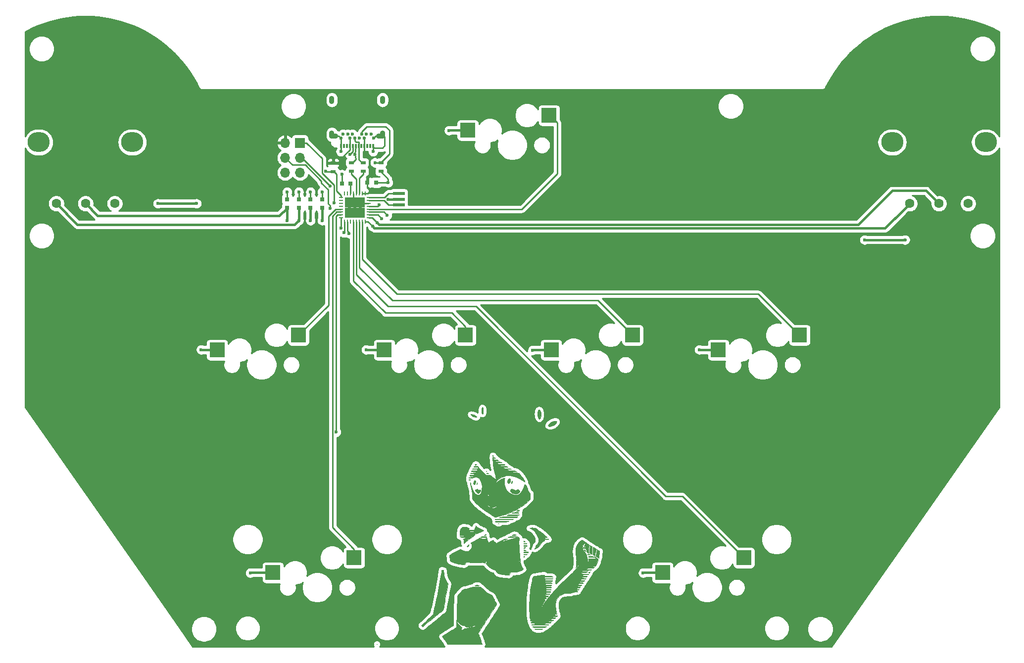
<source format=gbl>
G04 #@! TF.GenerationSoftware,KiCad,Pcbnew,(5.1.10)-1*
G04 #@! TF.CreationDate,2021-06-02T00:04:45-04:00*
G04 #@! TF.ProjectId,PocketVoltex,506f636b-6574-4566-9f6c-7465782e6b69,7*
G04 #@! TF.SameCoordinates,Original*
G04 #@! TF.FileFunction,Copper,L2,Bot*
G04 #@! TF.FilePolarity,Positive*
%FSLAX46Y46*%
G04 Gerber Fmt 4.6, Leading zero omitted, Abs format (unit mm)*
G04 Created by KiCad (PCBNEW (5.1.10)-1) date 2021-06-02 00:04:45*
%MOMM*%
%LPD*%
G01*
G04 APERTURE LIST*
G04 #@! TA.AperFunction,EtchedComponent*
%ADD10C,0.010000*%
G04 #@! TD*
G04 #@! TA.AperFunction,SMDPad,CuDef*
%ADD11R,0.900000X0.500000*%
G04 #@! TD*
G04 #@! TA.AperFunction,SMDPad,CuDef*
%ADD12R,0.700000X0.250000*%
G04 #@! TD*
G04 #@! TA.AperFunction,SMDPad,CuDef*
%ADD13R,0.250000X0.700000*%
G04 #@! TD*
G04 #@! TA.AperFunction,SMDPad,CuDef*
%ADD14R,1.725000X1.725000*%
G04 #@! TD*
G04 #@! TA.AperFunction,ComponentPad*
%ADD15C,0.600000*%
G04 #@! TD*
G04 #@! TA.AperFunction,ComponentPad*
%ADD16R,1.700000X1.700000*%
G04 #@! TD*
G04 #@! TA.AperFunction,ComponentPad*
%ADD17O,1.700000X1.700000*%
G04 #@! TD*
G04 #@! TA.AperFunction,ComponentPad*
%ADD18C,1.600000*%
G04 #@! TD*
G04 #@! TA.AperFunction,ComponentPad*
%ADD19O,3.800000X3.400000*%
G04 #@! TD*
G04 #@! TA.AperFunction,SMDPad,CuDef*
%ADD20R,2.000000X0.600000*%
G04 #@! TD*
G04 #@! TA.AperFunction,SMDPad,CuDef*
%ADD21R,2.550000X2.500000*%
G04 #@! TD*
G04 #@! TA.AperFunction,SMDPad,CuDef*
%ADD22R,0.320000X0.700000*%
G04 #@! TD*
G04 #@! TA.AperFunction,ComponentPad*
%ADD23O,0.900000X1.400000*%
G04 #@! TD*
G04 #@! TA.AperFunction,ComponentPad*
%ADD24O,1.550000X0.900000*%
G04 #@! TD*
G04 #@! TA.AperFunction,SMDPad,CuDef*
%ADD25R,0.750000X0.800000*%
G04 #@! TD*
G04 #@! TA.AperFunction,SMDPad,CuDef*
%ADD26R,0.800000X0.750000*%
G04 #@! TD*
G04 #@! TA.AperFunction,ViaPad*
%ADD27C,0.600000*%
G04 #@! TD*
G04 #@! TA.AperFunction,Conductor*
%ADD28C,0.250000*%
G04 #@! TD*
G04 #@! TA.AperFunction,Conductor*
%ADD29C,0.400000*%
G04 #@! TD*
G04 #@! TA.AperFunction,Conductor*
%ADD30C,0.254000*%
G04 #@! TD*
G04 #@! TA.AperFunction,Conductor*
%ADD31C,0.100000*%
G04 #@! TD*
G04 APERTURE END LIST*
D10*
G36*
X132030178Y-151397189D02*
G01*
X132048965Y-151415976D01*
X132067751Y-151397189D01*
X132048965Y-151378402D01*
X132030178Y-151397189D01*
G37*
X132030178Y-151397189D02*
X132048965Y-151415976D01*
X132067751Y-151397189D01*
X132048965Y-151378402D01*
X132030178Y-151397189D01*
G36*
X155144241Y-124792894D02*
G01*
X155069613Y-124837719D01*
X154981921Y-124918261D01*
X154901344Y-125012058D01*
X154848058Y-125096646D01*
X154837574Y-125134295D01*
X154866790Y-125201874D01*
X154943322Y-125293567D01*
X155050490Y-125394089D01*
X155171618Y-125488158D01*
X155290028Y-125560488D01*
X155316169Y-125572906D01*
X155474250Y-125624189D01*
X155658009Y-125656269D01*
X155837654Y-125666050D01*
X155983392Y-125650436D01*
X156004561Y-125644418D01*
X156155378Y-125580806D01*
X156294631Y-125497010D01*
X156408317Y-125404676D01*
X156482438Y-125315451D01*
X156502992Y-125240983D01*
X156500580Y-125231777D01*
X156423155Y-125090547D01*
X156309173Y-124965181D01*
X156222750Y-124904927D01*
X156150813Y-124872765D01*
X156097087Y-124874361D01*
X156033105Y-124916396D01*
X155980174Y-124961855D01*
X155835848Y-125054590D01*
X155689769Y-125077097D01*
X155536268Y-125028657D01*
X155369677Y-124908552D01*
X155339190Y-124880523D01*
X155240354Y-124804926D01*
X155161294Y-124788872D01*
X155144241Y-124792894D01*
G37*
X155144241Y-124792894D02*
X155069613Y-124837719D01*
X154981921Y-124918261D01*
X154901344Y-125012058D01*
X154848058Y-125096646D01*
X154837574Y-125134295D01*
X154866790Y-125201874D01*
X154943322Y-125293567D01*
X155050490Y-125394089D01*
X155171618Y-125488158D01*
X155290028Y-125560488D01*
X155316169Y-125572906D01*
X155474250Y-125624189D01*
X155658009Y-125656269D01*
X155837654Y-125666050D01*
X155983392Y-125650436D01*
X156004561Y-125644418D01*
X156155378Y-125580806D01*
X156294631Y-125497010D01*
X156408317Y-125404676D01*
X156482438Y-125315451D01*
X156502992Y-125240983D01*
X156500580Y-125231777D01*
X156423155Y-125090547D01*
X156309173Y-124965181D01*
X156222750Y-124904927D01*
X156150813Y-124872765D01*
X156097087Y-124874361D01*
X156033105Y-124916396D01*
X155980174Y-124961855D01*
X155835848Y-125054590D01*
X155689769Y-125077097D01*
X155536268Y-125028657D01*
X155369677Y-124908552D01*
X155339190Y-124880523D01*
X155240354Y-124804926D01*
X155161294Y-124788872D01*
X155144241Y-124792894D01*
G36*
X149085430Y-124882102D02*
G01*
X148997233Y-124934813D01*
X148987524Y-124942919D01*
X148882101Y-125034654D01*
X148976036Y-125212668D01*
X149088890Y-125378050D01*
X149220270Y-125492200D01*
X149358811Y-125549529D01*
X149493150Y-125544448D01*
X149571891Y-125505706D01*
X149645497Y-125431196D01*
X149706226Y-125330722D01*
X149750386Y-125219972D01*
X149774284Y-125114632D01*
X149774226Y-125030388D01*
X149746519Y-124982929D01*
X149694537Y-124984776D01*
X149603064Y-125018153D01*
X149572214Y-125027764D01*
X149502303Y-125023725D01*
X149411077Y-124991923D01*
X149327264Y-124945963D01*
X149279591Y-124899448D01*
X149276627Y-124887792D01*
X149247819Y-124854264D01*
X149176523Y-124853810D01*
X149085430Y-124882102D01*
G37*
X149085430Y-124882102D02*
X148997233Y-124934813D01*
X148987524Y-124942919D01*
X148882101Y-125034654D01*
X148976036Y-125212668D01*
X149088890Y-125378050D01*
X149220270Y-125492200D01*
X149358811Y-125549529D01*
X149493150Y-125544448D01*
X149571891Y-125505706D01*
X149645497Y-125431196D01*
X149706226Y-125330722D01*
X149750386Y-125219972D01*
X149774284Y-125114632D01*
X149774226Y-125030388D01*
X149746519Y-124982929D01*
X149694537Y-124984776D01*
X149603064Y-125018153D01*
X149572214Y-125027764D01*
X149502303Y-125023725D01*
X149411077Y-124991923D01*
X149327264Y-124945963D01*
X149279591Y-124899448D01*
X149276627Y-124887792D01*
X149247819Y-124854264D01*
X149176523Y-124853810D01*
X149085430Y-124882102D01*
G36*
X148761060Y-123367259D02*
G01*
X148725206Y-123386907D01*
X148671119Y-123453677D01*
X148620866Y-123571018D01*
X148582345Y-123714461D01*
X148563458Y-123859539D01*
X148562722Y-123890090D01*
X148588525Y-123987689D01*
X148651967Y-124052509D01*
X148732095Y-124067278D01*
X148763529Y-124055637D01*
X148848183Y-123969960D01*
X148905720Y-123838369D01*
X148931800Y-123686561D01*
X148922083Y-123540235D01*
X148872229Y-123425088D01*
X148870399Y-123422792D01*
X148813328Y-123366718D01*
X148761060Y-123367259D01*
G37*
X148761060Y-123367259D02*
X148725206Y-123386907D01*
X148671119Y-123453677D01*
X148620866Y-123571018D01*
X148582345Y-123714461D01*
X148563458Y-123859539D01*
X148562722Y-123890090D01*
X148588525Y-123987689D01*
X148651967Y-124052509D01*
X148732095Y-124067278D01*
X148763529Y-124055637D01*
X148848183Y-123969960D01*
X148905720Y-123838369D01*
X148931800Y-123686561D01*
X148922083Y-123540235D01*
X148872229Y-123425088D01*
X148870399Y-123422792D01*
X148813328Y-123366718D01*
X148761060Y-123367259D01*
G36*
X149195716Y-123750795D02*
G01*
X149164957Y-123815134D01*
X149131357Y-123932340D01*
X149133403Y-124005722D01*
X149159724Y-124024556D01*
X149187652Y-123991669D01*
X149214109Y-123910447D01*
X149218508Y-123889208D01*
X149230745Y-123784582D01*
X149221582Y-123736278D01*
X149195716Y-123750795D01*
G37*
X149195716Y-123750795D02*
X149164957Y-123815134D01*
X149131357Y-123932340D01*
X149133403Y-124005722D01*
X149159724Y-124024556D01*
X149187652Y-123991669D01*
X149214109Y-123910447D01*
X149218508Y-123889208D01*
X149230745Y-123784582D01*
X149221582Y-123736278D01*
X149195716Y-123750795D01*
G36*
X155174788Y-123445879D02*
G01*
X155142084Y-123508508D01*
X155125842Y-123544281D01*
X155083775Y-123663637D01*
X155064975Y-123771838D01*
X155071083Y-123848660D01*
X155099083Y-123874260D01*
X155131610Y-123841875D01*
X155168239Y-123761208D01*
X155177859Y-123731707D01*
X155202155Y-123613735D01*
X155206269Y-123509432D01*
X155204618Y-123496869D01*
X155192158Y-123444090D01*
X155174788Y-123445879D01*
G37*
X155174788Y-123445879D02*
X155142084Y-123508508D01*
X155125842Y-123544281D01*
X155083775Y-123663637D01*
X155064975Y-123771838D01*
X155071083Y-123848660D01*
X155099083Y-123874260D01*
X155131610Y-123841875D01*
X155168239Y-123761208D01*
X155177859Y-123731707D01*
X155202155Y-123613735D01*
X155206269Y-123509432D01*
X155204618Y-123496869D01*
X155192158Y-123444090D01*
X155174788Y-123445879D01*
G36*
X154534337Y-123125405D02*
G01*
X154524828Y-123132904D01*
X154462714Y-123193816D01*
X154426065Y-123268182D01*
X154404797Y-123381214D01*
X154397603Y-123450893D01*
X154399099Y-123640373D01*
X154439296Y-123777832D01*
X154513603Y-123858132D01*
X154617430Y-123876135D01*
X154737766Y-123831706D01*
X154821401Y-123744521D01*
X154879424Y-123610181D01*
X154908381Y-123453338D01*
X154904819Y-123298644D01*
X154865282Y-123170750D01*
X154836110Y-123129866D01*
X154744039Y-123061352D01*
X154648231Y-123059819D01*
X154534337Y-123125405D01*
G37*
X154534337Y-123125405D02*
X154524828Y-123132904D01*
X154462714Y-123193816D01*
X154426065Y-123268182D01*
X154404797Y-123381214D01*
X154397603Y-123450893D01*
X154399099Y-123640373D01*
X154439296Y-123777832D01*
X154513603Y-123858132D01*
X154617430Y-123876135D01*
X154737766Y-123831706D01*
X154821401Y-123744521D01*
X154879424Y-123610181D01*
X154908381Y-123453338D01*
X154904819Y-123298644D01*
X154865282Y-123170750D01*
X154836110Y-123129866D01*
X154744039Y-123061352D01*
X154648231Y-123059819D01*
X154534337Y-123125405D01*
G36*
X162300293Y-113223207D02*
G01*
X162082661Y-113301899D01*
X161867178Y-113413295D01*
X161670305Y-113548814D01*
X161508501Y-113699875D01*
X161398230Y-113857897D01*
X161393962Y-113866673D01*
X161354232Y-113956999D01*
X161349943Y-114008685D01*
X161383630Y-114050650D01*
X161412161Y-114074317D01*
X161518619Y-114126785D01*
X161660781Y-114135063D01*
X161848997Y-114099092D01*
X161942640Y-114071298D01*
X162138846Y-113993010D01*
X162321001Y-113891947D01*
X162482628Y-113775816D01*
X162617253Y-113652323D01*
X162718400Y-113529175D01*
X162779594Y-113414079D01*
X162794360Y-113314742D01*
X162756223Y-113238871D01*
X162676158Y-113198260D01*
X162503612Y-113185800D01*
X162300293Y-113223207D01*
G37*
X162300293Y-113223207D02*
X162082661Y-113301899D01*
X161867178Y-113413295D01*
X161670305Y-113548814D01*
X161508501Y-113699875D01*
X161398230Y-113857897D01*
X161393962Y-113866673D01*
X161354232Y-113956999D01*
X161349943Y-114008685D01*
X161383630Y-114050650D01*
X161412161Y-114074317D01*
X161518619Y-114126785D01*
X161660781Y-114135063D01*
X161848997Y-114099092D01*
X161942640Y-114071298D01*
X162138846Y-113993010D01*
X162321001Y-113891947D01*
X162482628Y-113775816D01*
X162617253Y-113652323D01*
X162718400Y-113529175D01*
X162779594Y-113414079D01*
X162794360Y-113314742D01*
X162756223Y-113238871D01*
X162676158Y-113198260D01*
X162503612Y-113185800D01*
X162300293Y-113223207D01*
G36*
X159707802Y-111283597D02*
G01*
X159639847Y-111376347D01*
X159584588Y-111520084D01*
X159545943Y-111708784D01*
X159527832Y-111936420D01*
X159527034Y-112019674D01*
X159545491Y-112291376D01*
X159594647Y-112522721D01*
X159671290Y-112701521D01*
X159726416Y-112775652D01*
X159801217Y-112845517D01*
X159855481Y-112855033D01*
X159914901Y-112803093D01*
X159944779Y-112766249D01*
X160034420Y-112601087D01*
X160088122Y-112377295D01*
X160106849Y-112090764D01*
X160106884Y-112076035D01*
X160091190Y-111797973D01*
X160041573Y-111571842D01*
X159954234Y-111380729D01*
X159948646Y-111371524D01*
X159866121Y-111275160D01*
X159784533Y-111247859D01*
X159707802Y-111283597D01*
G37*
X159707802Y-111283597D02*
X159639847Y-111376347D01*
X159584588Y-111520084D01*
X159545943Y-111708784D01*
X159527832Y-111936420D01*
X159527034Y-112019674D01*
X159545491Y-112291376D01*
X159594647Y-112522721D01*
X159671290Y-112701521D01*
X159726416Y-112775652D01*
X159801217Y-112845517D01*
X159855481Y-112855033D01*
X159914901Y-112803093D01*
X159944779Y-112766249D01*
X160034420Y-112601087D01*
X160088122Y-112377295D01*
X160106849Y-112090764D01*
X160106884Y-112076035D01*
X160091190Y-111797973D01*
X160041573Y-111571842D01*
X159954234Y-111380729D01*
X159948646Y-111371524D01*
X159866121Y-111275160D01*
X159784533Y-111247859D01*
X159707802Y-111283597D01*
G36*
X148104932Y-112059500D02*
G01*
X148098337Y-112067477D01*
X148107319Y-112118471D01*
X148167703Y-112193796D01*
X148265461Y-112280825D01*
X148386563Y-112366932D01*
X148505587Y-112434019D01*
X148668795Y-112500734D01*
X148840044Y-112549829D01*
X148993837Y-112575330D01*
X149098151Y-112572788D01*
X149150891Y-112551026D01*
X149153059Y-112511654D01*
X149100988Y-112445180D01*
X149018525Y-112366751D01*
X148905234Y-112284114D01*
X148759855Y-112205823D01*
X148598197Y-112137019D01*
X148436067Y-112082843D01*
X148289274Y-112048437D01*
X148173626Y-112038942D01*
X148104932Y-112059500D01*
G37*
X148104932Y-112059500D02*
X148098337Y-112067477D01*
X148107319Y-112118471D01*
X148167703Y-112193796D01*
X148265461Y-112280825D01*
X148386563Y-112366932D01*
X148505587Y-112434019D01*
X148668795Y-112500734D01*
X148840044Y-112549829D01*
X148993837Y-112575330D01*
X149098151Y-112572788D01*
X149150891Y-112551026D01*
X149153059Y-112511654D01*
X149100988Y-112445180D01*
X149018525Y-112366751D01*
X148905234Y-112284114D01*
X148759855Y-112205823D01*
X148598197Y-112137019D01*
X148436067Y-112082843D01*
X148289274Y-112048437D01*
X148173626Y-112038942D01*
X148104932Y-112059500D01*
G36*
X150078583Y-110889101D02*
G01*
X150021548Y-110963876D01*
X150007056Y-110990768D01*
X149957909Y-111138770D01*
X149931927Y-111330115D01*
X149930016Y-111536371D01*
X149953083Y-111729104D01*
X149980320Y-111829324D01*
X150039380Y-111963530D01*
X150093528Y-112022977D01*
X150143139Y-112007868D01*
X150181397Y-111938187D01*
X150233063Y-111748792D01*
X150259001Y-111531544D01*
X150259232Y-111310861D01*
X150233779Y-111111158D01*
X150182666Y-110956851D01*
X150180484Y-110952706D01*
X150129130Y-110885911D01*
X150078583Y-110889101D01*
G37*
X150078583Y-110889101D02*
X150021548Y-110963876D01*
X150007056Y-110990768D01*
X149957909Y-111138770D01*
X149931927Y-111330115D01*
X149930016Y-111536371D01*
X149953083Y-111729104D01*
X149980320Y-111829324D01*
X150039380Y-111963530D01*
X150093528Y-112022977D01*
X150143139Y-112007868D01*
X150181397Y-111938187D01*
X150233063Y-111748792D01*
X150259001Y-111531544D01*
X150259232Y-111310861D01*
X150233779Y-111111158D01*
X150182666Y-110956851D01*
X150180484Y-110952706D01*
X150129130Y-110885911D01*
X150078583Y-110889101D01*
G36*
X148830801Y-141609679D02*
G01*
X148636439Y-141612000D01*
X148491826Y-141617331D01*
X148384262Y-141626869D01*
X148301050Y-141641810D01*
X148229490Y-141663350D01*
X148156884Y-141692686D01*
X148144690Y-141698021D01*
X147894344Y-141790145D01*
X147605981Y-141867447D01*
X147316546Y-141920422D01*
X147247633Y-141928828D01*
X147130589Y-141940929D01*
X147033764Y-141953069D01*
X146950172Y-141970820D01*
X146872825Y-141999758D01*
X146794738Y-142045457D01*
X146708922Y-142113490D01*
X146608392Y-142209434D01*
X146486160Y-142338861D01*
X146335240Y-142507347D01*
X146148645Y-142720465D01*
X145919387Y-142983790D01*
X145905778Y-142999408D01*
X145791172Y-143130917D01*
X145727076Y-145798669D01*
X145714536Y-146314984D01*
X145703330Y-146761323D01*
X145693220Y-147142842D01*
X145683967Y-147464696D01*
X145675330Y-147732040D01*
X145667071Y-147950030D01*
X145658951Y-148123822D01*
X145650730Y-148258570D01*
X145642168Y-148359431D01*
X145633028Y-148431559D01*
X145623069Y-148480111D01*
X145612053Y-148510241D01*
X145600499Y-148526394D01*
X145553371Y-148561249D01*
X145451085Y-148630099D01*
X145302338Y-148727319D01*
X145115826Y-148847284D01*
X144900247Y-148984367D01*
X144664296Y-149132944D01*
X144617456Y-149162274D01*
X144366404Y-149319462D01*
X144122812Y-149472219D01*
X143897822Y-149613539D01*
X143702579Y-149736416D01*
X143548226Y-149833843D01*
X143445908Y-149898813D01*
X143442364Y-149901080D01*
X143187835Y-150063981D01*
X143533981Y-150522372D01*
X143660066Y-150691890D01*
X143773850Y-150849579D01*
X143865544Y-150981526D01*
X143925359Y-151073816D01*
X143938806Y-151097775D01*
X144006895Y-151214610D01*
X144078041Y-151315381D01*
X144158596Y-151415976D01*
X150063443Y-151415976D01*
X149918096Y-151012056D01*
X149848120Y-150818203D01*
X149762711Y-150582510D01*
X149672291Y-150333695D01*
X149587284Y-150100478D01*
X149581049Y-150083408D01*
X149513334Y-149894103D01*
X149456118Y-149726610D01*
X149414033Y-149595087D01*
X149391715Y-149513696D01*
X149389349Y-149497662D01*
X149409412Y-149457119D01*
X149467493Y-149358695D01*
X149560427Y-149207370D01*
X149685053Y-149008122D01*
X149838207Y-148765931D01*
X150016725Y-148485776D01*
X150187674Y-148219082D01*
X149051183Y-148219082D01*
X149014994Y-148256336D01*
X148910292Y-148303186D01*
X148742881Y-148358059D01*
X148518561Y-148419381D01*
X148243134Y-148485580D01*
X147922402Y-148555082D01*
X147562166Y-148626316D01*
X147519600Y-148634335D01*
X147285300Y-148683847D01*
X147099307Y-148737961D01*
X146934899Y-148805428D01*
X146824482Y-148861929D01*
X146695103Y-148930545D01*
X146590544Y-148982461D01*
X146528514Y-149008998D01*
X146520808Y-149010714D01*
X146507439Y-148977527D01*
X146506853Y-148891619D01*
X146514133Y-148813979D01*
X146531832Y-148688781D01*
X146549293Y-148587620D01*
X146557145Y-148552915D01*
X146540217Y-148487268D01*
X146462243Y-148430740D01*
X146367937Y-148368420D01*
X146258309Y-148277397D01*
X146210384Y-148231523D01*
X146129103Y-148138762D01*
X146033247Y-148013915D01*
X145933499Y-147873004D01*
X145840544Y-147732053D01*
X145765066Y-147607085D01*
X145717750Y-147514123D01*
X145707106Y-147476775D01*
X145732216Y-147477952D01*
X145799617Y-147522665D01*
X145897408Y-147602386D01*
X145958857Y-147657168D01*
X146106283Y-147785486D01*
X146267339Y-147915150D01*
X146411217Y-148021528D01*
X146433721Y-148036842D01*
X146557000Y-148115462D01*
X146645496Y-148157464D01*
X146724810Y-148170966D01*
X146820539Y-148164086D01*
X146830792Y-148162750D01*
X146938018Y-148151883D01*
X146998292Y-148164841D01*
X147038981Y-148214313D01*
X147068275Y-148272871D01*
X147130898Y-148370207D01*
X147216963Y-148419195D01*
X147273795Y-148432709D01*
X147410894Y-148442234D01*
X147600573Y-148433387D01*
X147823235Y-148408724D01*
X148059284Y-148370799D01*
X148289123Y-148322167D01*
X148447228Y-148279726D01*
X148636461Y-148229598D01*
X148804306Y-148197617D01*
X148937886Y-148185076D01*
X149024328Y-148193268D01*
X149051183Y-148219082D01*
X150187674Y-148219082D01*
X150217446Y-148172636D01*
X150437204Y-147831491D01*
X150672839Y-147467319D01*
X150921186Y-147085100D01*
X150953178Y-147035976D01*
X151202927Y-146652317D01*
X151440655Y-146286610D01*
X151663180Y-145943782D01*
X151867320Y-145628759D01*
X152049895Y-145346467D01*
X152207722Y-145101831D01*
X152337619Y-144899777D01*
X152436406Y-144745232D01*
X152500899Y-144643121D01*
X152527918Y-144598371D01*
X152528514Y-144597018D01*
X152514822Y-144554195D01*
X152470117Y-144455263D01*
X152399290Y-144310130D01*
X152307233Y-144128700D01*
X152198838Y-143920882D01*
X152138872Y-143807982D01*
X151737722Y-143057235D01*
X151409436Y-142879570D01*
X151104188Y-142701952D01*
X150828520Y-142512190D01*
X150555476Y-142290729D01*
X150379138Y-142132131D01*
X150107646Y-141880399D01*
X149812055Y-141854234D01*
X149600055Y-141833051D01*
X149453707Y-141813272D01*
X149374770Y-141795695D01*
X149365000Y-141781114D01*
X149426156Y-141770325D01*
X149559996Y-141764124D01*
X149611223Y-141763313D01*
X149774999Y-141760968D01*
X149875031Y-141756171D01*
X149922717Y-141745766D01*
X149929458Y-141726597D01*
X149906653Y-141695510D01*
X149896598Y-141684319D01*
X149868813Y-141658511D01*
X149831688Y-141639382D01*
X149774531Y-141625941D01*
X149686651Y-141617192D01*
X149557357Y-141612145D01*
X149375957Y-141609805D01*
X149131759Y-141609179D01*
X149087609Y-141609171D01*
X148830801Y-141609679D01*
G37*
X148830801Y-141609679D02*
X148636439Y-141612000D01*
X148491826Y-141617331D01*
X148384262Y-141626869D01*
X148301050Y-141641810D01*
X148229490Y-141663350D01*
X148156884Y-141692686D01*
X148144690Y-141698021D01*
X147894344Y-141790145D01*
X147605981Y-141867447D01*
X147316546Y-141920422D01*
X147247633Y-141928828D01*
X147130589Y-141940929D01*
X147033764Y-141953069D01*
X146950172Y-141970820D01*
X146872825Y-141999758D01*
X146794738Y-142045457D01*
X146708922Y-142113490D01*
X146608392Y-142209434D01*
X146486160Y-142338861D01*
X146335240Y-142507347D01*
X146148645Y-142720465D01*
X145919387Y-142983790D01*
X145905778Y-142999408D01*
X145791172Y-143130917D01*
X145727076Y-145798669D01*
X145714536Y-146314984D01*
X145703330Y-146761323D01*
X145693220Y-147142842D01*
X145683967Y-147464696D01*
X145675330Y-147732040D01*
X145667071Y-147950030D01*
X145658951Y-148123822D01*
X145650730Y-148258570D01*
X145642168Y-148359431D01*
X145633028Y-148431559D01*
X145623069Y-148480111D01*
X145612053Y-148510241D01*
X145600499Y-148526394D01*
X145553371Y-148561249D01*
X145451085Y-148630099D01*
X145302338Y-148727319D01*
X145115826Y-148847284D01*
X144900247Y-148984367D01*
X144664296Y-149132944D01*
X144617456Y-149162274D01*
X144366404Y-149319462D01*
X144122812Y-149472219D01*
X143897822Y-149613539D01*
X143702579Y-149736416D01*
X143548226Y-149833843D01*
X143445908Y-149898813D01*
X143442364Y-149901080D01*
X143187835Y-150063981D01*
X143533981Y-150522372D01*
X143660066Y-150691890D01*
X143773850Y-150849579D01*
X143865544Y-150981526D01*
X143925359Y-151073816D01*
X143938806Y-151097775D01*
X144006895Y-151214610D01*
X144078041Y-151315381D01*
X144158596Y-151415976D01*
X150063443Y-151415976D01*
X149918096Y-151012056D01*
X149848120Y-150818203D01*
X149762711Y-150582510D01*
X149672291Y-150333695D01*
X149587284Y-150100478D01*
X149581049Y-150083408D01*
X149513334Y-149894103D01*
X149456118Y-149726610D01*
X149414033Y-149595087D01*
X149391715Y-149513696D01*
X149389349Y-149497662D01*
X149409412Y-149457119D01*
X149467493Y-149358695D01*
X149560427Y-149207370D01*
X149685053Y-149008122D01*
X149838207Y-148765931D01*
X150016725Y-148485776D01*
X150187674Y-148219082D01*
X149051183Y-148219082D01*
X149014994Y-148256336D01*
X148910292Y-148303186D01*
X148742881Y-148358059D01*
X148518561Y-148419381D01*
X148243134Y-148485580D01*
X147922402Y-148555082D01*
X147562166Y-148626316D01*
X147519600Y-148634335D01*
X147285300Y-148683847D01*
X147099307Y-148737961D01*
X146934899Y-148805428D01*
X146824482Y-148861929D01*
X146695103Y-148930545D01*
X146590544Y-148982461D01*
X146528514Y-149008998D01*
X146520808Y-149010714D01*
X146507439Y-148977527D01*
X146506853Y-148891619D01*
X146514133Y-148813979D01*
X146531832Y-148688781D01*
X146549293Y-148587620D01*
X146557145Y-148552915D01*
X146540217Y-148487268D01*
X146462243Y-148430740D01*
X146367937Y-148368420D01*
X146258309Y-148277397D01*
X146210384Y-148231523D01*
X146129103Y-148138762D01*
X146033247Y-148013915D01*
X145933499Y-147873004D01*
X145840544Y-147732053D01*
X145765066Y-147607085D01*
X145717750Y-147514123D01*
X145707106Y-147476775D01*
X145732216Y-147477952D01*
X145799617Y-147522665D01*
X145897408Y-147602386D01*
X145958857Y-147657168D01*
X146106283Y-147785486D01*
X146267339Y-147915150D01*
X146411217Y-148021528D01*
X146433721Y-148036842D01*
X146557000Y-148115462D01*
X146645496Y-148157464D01*
X146724810Y-148170966D01*
X146820539Y-148164086D01*
X146830792Y-148162750D01*
X146938018Y-148151883D01*
X146998292Y-148164841D01*
X147038981Y-148214313D01*
X147068275Y-148272871D01*
X147130898Y-148370207D01*
X147216963Y-148419195D01*
X147273795Y-148432709D01*
X147410894Y-148442234D01*
X147600573Y-148433387D01*
X147823235Y-148408724D01*
X148059284Y-148370799D01*
X148289123Y-148322167D01*
X148447228Y-148279726D01*
X148636461Y-148229598D01*
X148804306Y-148197617D01*
X148937886Y-148185076D01*
X149024328Y-148193268D01*
X149051183Y-148219082D01*
X150187674Y-148219082D01*
X150217446Y-148172636D01*
X150437204Y-147831491D01*
X150672839Y-147467319D01*
X150921186Y-147085100D01*
X150953178Y-147035976D01*
X151202927Y-146652317D01*
X151440655Y-146286610D01*
X151663180Y-145943782D01*
X151867320Y-145628759D01*
X152049895Y-145346467D01*
X152207722Y-145101831D01*
X152337619Y-144899777D01*
X152436406Y-144745232D01*
X152500899Y-144643121D01*
X152527918Y-144598371D01*
X152528514Y-144597018D01*
X152514822Y-144554195D01*
X152470117Y-144455263D01*
X152399290Y-144310130D01*
X152307233Y-144128700D01*
X152198838Y-143920882D01*
X152138872Y-143807982D01*
X151737722Y-143057235D01*
X151409436Y-142879570D01*
X151104188Y-142701952D01*
X150828520Y-142512190D01*
X150555476Y-142290729D01*
X150379138Y-142132131D01*
X150107646Y-141880399D01*
X149812055Y-141854234D01*
X149600055Y-141833051D01*
X149453707Y-141813272D01*
X149374770Y-141795695D01*
X149365000Y-141781114D01*
X149426156Y-141770325D01*
X149559996Y-141764124D01*
X149611223Y-141763313D01*
X149774999Y-141760968D01*
X149875031Y-141756171D01*
X149922717Y-141745766D01*
X149929458Y-141726597D01*
X149906653Y-141695510D01*
X149896598Y-141684319D01*
X149868813Y-141658511D01*
X149831688Y-141639382D01*
X149774531Y-141625941D01*
X149686651Y-141617192D01*
X149557357Y-141612145D01*
X149375957Y-141609805D01*
X149131759Y-141609179D01*
X149087609Y-141609171D01*
X148830801Y-141609679D01*
G36*
X132030178Y-151397189D02*
G01*
X132048965Y-151415976D01*
X132067751Y-151397189D01*
X132048965Y-151378402D01*
X132030178Y-151397189D01*
G37*
X132030178Y-151397189D02*
X132048965Y-151415976D01*
X132067751Y-151397189D01*
X132048965Y-151378402D01*
X132030178Y-151397189D01*
G36*
X159405738Y-148755346D02*
G01*
X159376531Y-148756183D01*
X159027071Y-148767012D01*
X159147320Y-148832766D01*
X159258407Y-148868413D01*
X159421905Y-148890395D01*
X159616346Y-148898771D01*
X159820256Y-148893601D01*
X160012166Y-148874945D01*
X160170603Y-148842864D01*
X160210651Y-148829800D01*
X160379734Y-148767012D01*
X160052862Y-148756183D01*
X159851946Y-148752315D01*
X159621170Y-148752036D01*
X159405738Y-148755346D01*
G37*
X159405738Y-148755346D02*
X159376531Y-148756183D01*
X159027071Y-148767012D01*
X159147320Y-148832766D01*
X159258407Y-148868413D01*
X159421905Y-148890395D01*
X159616346Y-148898771D01*
X159820256Y-148893601D01*
X160012166Y-148874945D01*
X160170603Y-148842864D01*
X160210651Y-148829800D01*
X160379734Y-148767012D01*
X160052862Y-148756183D01*
X159851946Y-148752315D01*
X159621170Y-148752036D01*
X159405738Y-148755346D01*
G36*
X159577068Y-148373610D02*
G01*
X159316816Y-148376211D01*
X159091405Y-148380303D01*
X158909907Y-148385651D01*
X158781394Y-148392022D01*
X158714937Y-148399181D01*
X158707692Y-148402544D01*
X158713866Y-148437501D01*
X158737636Y-148465018D01*
X158786879Y-148485962D01*
X158869469Y-148501203D01*
X158993281Y-148511609D01*
X159166191Y-148518048D01*
X159396075Y-148521391D01*
X159690807Y-148522505D01*
X159795459Y-148522533D01*
X160097054Y-148522139D01*
X160332917Y-148520702D01*
X160512464Y-148517586D01*
X160645111Y-148512156D01*
X160740272Y-148503776D01*
X160807363Y-148491813D01*
X160855799Y-148475630D01*
X160894996Y-148454593D01*
X160905769Y-148447633D01*
X161018491Y-148372980D01*
X159863092Y-148372733D01*
X159577068Y-148373610D01*
G37*
X159577068Y-148373610D02*
X159316816Y-148376211D01*
X159091405Y-148380303D01*
X158909907Y-148385651D01*
X158781394Y-148392022D01*
X158714937Y-148399181D01*
X158707692Y-148402544D01*
X158713866Y-148437501D01*
X158737636Y-148465018D01*
X158786879Y-148485962D01*
X158869469Y-148501203D01*
X158993281Y-148511609D01*
X159166191Y-148518048D01*
X159396075Y-148521391D01*
X159690807Y-148522505D01*
X159795459Y-148522533D01*
X160097054Y-148522139D01*
X160332917Y-148520702D01*
X160512464Y-148517586D01*
X160645111Y-148512156D01*
X160740272Y-148503776D01*
X160807363Y-148491813D01*
X160855799Y-148475630D01*
X160894996Y-148454593D01*
X160905769Y-148447633D01*
X161018491Y-148372980D01*
X159863092Y-148372733D01*
X159577068Y-148373610D01*
G36*
X143100487Y-138890265D02*
G01*
X143066575Y-139151077D01*
X143017934Y-139476124D01*
X142956310Y-139856322D01*
X142883449Y-140282587D01*
X142801095Y-140745834D01*
X142710995Y-141236979D01*
X142614894Y-141746937D01*
X142514537Y-142266624D01*
X142411670Y-142786955D01*
X142308039Y-143298846D01*
X142205388Y-143793213D01*
X142105464Y-144260970D01*
X142010012Y-144693034D01*
X141920777Y-145080321D01*
X141872678Y-145280358D01*
X141817034Y-145508493D01*
X141768036Y-145711297D01*
X141728332Y-145877649D01*
X141700571Y-145996431D01*
X141687399Y-146056521D01*
X141686686Y-146061339D01*
X141714330Y-146063112D01*
X141765052Y-146041177D01*
X141830870Y-146014137D01*
X141857984Y-146013803D01*
X141836475Y-146043054D01*
X141768046Y-146117431D01*
X141659843Y-146229866D01*
X141519007Y-146373288D01*
X141352683Y-146540627D01*
X141168016Y-146724815D01*
X140972147Y-146918781D01*
X140772222Y-147115457D01*
X140575383Y-147307771D01*
X140388774Y-147488656D01*
X140219540Y-147651040D01*
X140074824Y-147787855D01*
X139961768Y-147892032D01*
X139943796Y-147908141D01*
X139647502Y-148172025D01*
X139755926Y-148293295D01*
X139864349Y-148414565D01*
X140597041Y-147804733D01*
X140817659Y-147622330D01*
X141082192Y-147405604D01*
X141375565Y-147166788D01*
X141682701Y-146918110D01*
X141988524Y-146671803D01*
X142277959Y-146440097D01*
X142344231Y-146387286D01*
X142583216Y-146196997D01*
X142803639Y-146021414D01*
X142998567Y-145866062D01*
X143161071Y-145736470D01*
X143284219Y-145638163D01*
X143361081Y-145576669D01*
X143384623Y-145557661D01*
X143397129Y-145516429D01*
X143420071Y-145410314D01*
X143451706Y-145248585D01*
X143490290Y-145040515D01*
X143534078Y-144795375D01*
X143581327Y-144522433D01*
X143599401Y-144415876D01*
X143660341Y-144059537D01*
X143730936Y-143654913D01*
X143806643Y-143227514D01*
X143882923Y-142802850D01*
X143955232Y-142406430D01*
X144001547Y-142156777D01*
X144214812Y-141017453D01*
X144074888Y-140834244D01*
X143861498Y-140498312D01*
X143693333Y-140107682D01*
X143569582Y-139660011D01*
X143489433Y-139152954D01*
X143487928Y-139139003D01*
X143469387Y-138973663D01*
X143452529Y-138838572D01*
X143439442Y-138749588D01*
X143433052Y-138722210D01*
X143391908Y-138709735D01*
X143303973Y-138694153D01*
X143273561Y-138689843D01*
X143125828Y-138670027D01*
X143100487Y-138890265D01*
G37*
X143100487Y-138890265D02*
X143066575Y-139151077D01*
X143017934Y-139476124D01*
X142956310Y-139856322D01*
X142883449Y-140282587D01*
X142801095Y-140745834D01*
X142710995Y-141236979D01*
X142614894Y-141746937D01*
X142514537Y-142266624D01*
X142411670Y-142786955D01*
X142308039Y-143298846D01*
X142205388Y-143793213D01*
X142105464Y-144260970D01*
X142010012Y-144693034D01*
X141920777Y-145080321D01*
X141872678Y-145280358D01*
X141817034Y-145508493D01*
X141768036Y-145711297D01*
X141728332Y-145877649D01*
X141700571Y-145996431D01*
X141687399Y-146056521D01*
X141686686Y-146061339D01*
X141714330Y-146063112D01*
X141765052Y-146041177D01*
X141830870Y-146014137D01*
X141857984Y-146013803D01*
X141836475Y-146043054D01*
X141768046Y-146117431D01*
X141659843Y-146229866D01*
X141519007Y-146373288D01*
X141352683Y-146540627D01*
X141168016Y-146724815D01*
X140972147Y-146918781D01*
X140772222Y-147115457D01*
X140575383Y-147307771D01*
X140388774Y-147488656D01*
X140219540Y-147651040D01*
X140074824Y-147787855D01*
X139961768Y-147892032D01*
X139943796Y-147908141D01*
X139647502Y-148172025D01*
X139755926Y-148293295D01*
X139864349Y-148414565D01*
X140597041Y-147804733D01*
X140817659Y-147622330D01*
X141082192Y-147405604D01*
X141375565Y-147166788D01*
X141682701Y-146918110D01*
X141988524Y-146671803D01*
X142277959Y-146440097D01*
X142344231Y-146387286D01*
X142583216Y-146196997D01*
X142803639Y-146021414D01*
X142998567Y-145866062D01*
X143161071Y-145736470D01*
X143284219Y-145638163D01*
X143361081Y-145576669D01*
X143384623Y-145557661D01*
X143397129Y-145516429D01*
X143420071Y-145410314D01*
X143451706Y-145248585D01*
X143490290Y-145040515D01*
X143534078Y-144795375D01*
X143581327Y-144522433D01*
X143599401Y-144415876D01*
X143660341Y-144059537D01*
X143730936Y-143654913D01*
X143806643Y-143227514D01*
X143882923Y-142802850D01*
X143955232Y-142406430D01*
X144001547Y-142156777D01*
X144214812Y-141017453D01*
X144074888Y-140834244D01*
X143861498Y-140498312D01*
X143693333Y-140107682D01*
X143569582Y-139660011D01*
X143489433Y-139152954D01*
X143487928Y-139139003D01*
X143469387Y-138973663D01*
X143452529Y-138838572D01*
X143439442Y-138749588D01*
X143433052Y-138722210D01*
X143391908Y-138709735D01*
X143303973Y-138694153D01*
X143273561Y-138689843D01*
X143125828Y-138670027D01*
X143100487Y-138890265D01*
G36*
X166915264Y-133713389D02*
G01*
X166656169Y-133891695D01*
X166439785Y-134127402D01*
X166267813Y-134414937D01*
X166141955Y-134748730D01*
X166063914Y-135123206D01*
X166035392Y-135532795D01*
X166058091Y-135971925D01*
X166113641Y-136337516D01*
X166144740Y-136509874D01*
X166165456Y-136663864D01*
X166176989Y-136820113D01*
X166180537Y-136999248D01*
X166177301Y-137221899D01*
X166173285Y-137363313D01*
X166160679Y-137645975D01*
X166142321Y-137887003D01*
X166119304Y-138074681D01*
X166096709Y-138184154D01*
X166065266Y-138297509D01*
X166056062Y-138350234D01*
X166070744Y-138353972D01*
X166110960Y-138320365D01*
X166115414Y-138316335D01*
X166207264Y-138217010D01*
X166318989Y-138072213D01*
X166435497Y-137902988D01*
X166541691Y-137730379D01*
X166563495Y-137691644D01*
X166619729Y-137598004D01*
X166659183Y-137548241D01*
X166672662Y-137551183D01*
X166653180Y-137634185D01*
X166599398Y-137761715D01*
X166520222Y-137916815D01*
X166424558Y-138082528D01*
X166321313Y-138241897D01*
X166277977Y-138302663D01*
X166179213Y-138424314D01*
X166030206Y-138590843D01*
X165836459Y-138796733D01*
X165603472Y-139036465D01*
X165336748Y-139304521D01*
X165041788Y-139595385D01*
X164724096Y-139903537D01*
X164389171Y-140223461D01*
X164042517Y-140549638D01*
X163971318Y-140616018D01*
X163455908Y-141105407D01*
X162990022Y-141568975D01*
X162559756Y-142021203D01*
X162151204Y-142476568D01*
X161880502Y-142793246D01*
X161649092Y-143072946D01*
X161427993Y-143347640D01*
X161222204Y-143610541D01*
X161036720Y-143854863D01*
X160876537Y-144073821D01*
X160746651Y-144260628D01*
X160652059Y-144408499D01*
X160597756Y-144510647D01*
X160586391Y-144550967D01*
X160563820Y-144605811D01*
X160539423Y-144615326D01*
X160508353Y-144627421D01*
X160468833Y-144669698D01*
X160414582Y-144751582D01*
X160339320Y-144882500D01*
X160242896Y-145060398D01*
X160182220Y-145164769D01*
X160147020Y-145206864D01*
X160136148Y-145194684D01*
X160148456Y-145136225D01*
X160182797Y-145039488D01*
X160238021Y-144912471D01*
X160275074Y-144836187D01*
X160340271Y-144703418D01*
X160390542Y-144595080D01*
X160417418Y-144529624D01*
X160419647Y-144521154D01*
X160428811Y-144449312D01*
X160430372Y-144436612D01*
X160466156Y-144393921D01*
X160488436Y-144389645D01*
X160543707Y-144358741D01*
X160574948Y-144292582D01*
X160567457Y-144239111D01*
X160562310Y-144170151D01*
X160598337Y-144088665D01*
X160656728Y-144027393D01*
X160696860Y-144013905D01*
X160772990Y-143983583D01*
X160811834Y-143938757D01*
X160832033Y-143881869D01*
X160795836Y-143864307D01*
X160771200Y-143863609D01*
X160713159Y-143850124D01*
X160708887Y-143795824D01*
X160713004Y-143779068D01*
X160731150Y-143701077D01*
X160736173Y-143666346D01*
X160769747Y-143648236D01*
X160852364Y-143638631D01*
X160877944Y-143638166D01*
X160996272Y-143621030D01*
X161065082Y-143564678D01*
X161066132Y-143563018D01*
X161089762Y-143515613D01*
X161071644Y-143493960D01*
X160997452Y-143488062D01*
X160958429Y-143487870D01*
X160860890Y-143482605D01*
X160823069Y-143462312D01*
X160826601Y-143428436D01*
X160847264Y-143343793D01*
X160849408Y-143315714D01*
X160869936Y-143284182D01*
X160939882Y-143267414D01*
X161071789Y-143262426D01*
X161073530Y-143262426D01*
X161205579Y-143258021D01*
X161283191Y-143240941D01*
X161326764Y-143205387D01*
X161337870Y-143187278D01*
X161354782Y-143146662D01*
X161341096Y-143124143D01*
X161282760Y-143114410D01*
X161165722Y-143112153D01*
X161139043Y-143112130D01*
X160899997Y-143112130D01*
X160933085Y-142886686D01*
X161242376Y-142886686D01*
X161402538Y-142883932D01*
X161506215Y-142873208D01*
X161571946Y-142850820D01*
X161618272Y-142813077D01*
X161619675Y-142811538D01*
X161648389Y-142776967D01*
X161651211Y-142755056D01*
X161616817Y-142742918D01*
X161533884Y-142737668D01*
X161391087Y-142736417D01*
X161324906Y-142736390D01*
X160962130Y-142736390D01*
X160962130Y-142510947D01*
X161352275Y-142510947D01*
X161528074Y-142509814D01*
X161642793Y-142504699D01*
X161710487Y-142493023D01*
X161745210Y-142472210D01*
X161761019Y-142439682D01*
X161762070Y-142435799D01*
X161766667Y-142402229D01*
X161750909Y-142380499D01*
X161702123Y-142368044D01*
X161607638Y-142362301D01*
X161454782Y-142360705D01*
X161390713Y-142360651D01*
X160999704Y-142360651D01*
X160999704Y-142135207D01*
X161413018Y-142135207D01*
X161593900Y-142134342D01*
X161712631Y-142130173D01*
X161782201Y-142120338D01*
X161815602Y-142102475D01*
X161825823Y-142074222D01*
X161826331Y-142060059D01*
X161821575Y-142027171D01*
X161798646Y-142005584D01*
X161744553Y-141992935D01*
X161646306Y-141986862D01*
X161490914Y-141985004D01*
X161413018Y-141984911D01*
X160999704Y-141984911D01*
X160999704Y-141761852D01*
X161440744Y-141751266D01*
X161631166Y-141745443D01*
X161759049Y-141737403D01*
X161837004Y-141725023D01*
X161877639Y-141706182D01*
X161893564Y-141678759D01*
X161894387Y-141674926D01*
X161893485Y-141647632D01*
X161870656Y-141629100D01*
X161814248Y-141617662D01*
X161712609Y-141611653D01*
X161554087Y-141609407D01*
X161434560Y-141609171D01*
X161233018Y-141607674D01*
X161095806Y-141602370D01*
X161012151Y-141592044D01*
X160971280Y-141575483D01*
X160962130Y-141555884D01*
X160948950Y-141473257D01*
X160939323Y-141443162D01*
X160937794Y-141419218D01*
X160961915Y-141402640D01*
X161022437Y-141392120D01*
X161130116Y-141386349D01*
X161295704Y-141384019D01*
X161427785Y-141383728D01*
X161632544Y-141383141D01*
X161773869Y-141380233D01*
X161863470Y-141373282D01*
X161913059Y-141360567D01*
X161934346Y-141340368D01*
X161939043Y-141310961D01*
X161939053Y-141308580D01*
X161935151Y-141278843D01*
X161915745Y-141258191D01*
X161869287Y-141244974D01*
X161784229Y-141237544D01*
X161649021Y-141234249D01*
X161452116Y-141233441D01*
X161413018Y-141233432D01*
X160886982Y-141233432D01*
X160886982Y-141009997D01*
X161440727Y-140999599D01*
X161657222Y-140994685D01*
X161809865Y-140988401D01*
X161909950Y-140979228D01*
X161968772Y-140965649D01*
X161997627Y-140946143D01*
X162007091Y-140923447D01*
X162006382Y-140898439D01*
X161986032Y-140880689D01*
X161935433Y-140868968D01*
X161843974Y-140862051D01*
X161701049Y-140858710D01*
X161496046Y-140857717D01*
X161438580Y-140857692D01*
X161213400Y-140856700D01*
X161052424Y-140853008D01*
X160944728Y-140845540D01*
X160879386Y-140833222D01*
X160845473Y-140814977D01*
X160834641Y-140798258D01*
X160814124Y-140738733D01*
X160811374Y-140695465D01*
X160835712Y-140665860D01*
X160896461Y-140647329D01*
X161002943Y-140637278D01*
X161164482Y-140633117D01*
X161390400Y-140632254D01*
X161431805Y-140632248D01*
X161660595Y-140631833D01*
X161824890Y-140629726D01*
X161935339Y-140624637D01*
X162002594Y-140615275D01*
X162037305Y-140600348D01*
X162050122Y-140578566D01*
X162051775Y-140557100D01*
X162048427Y-140529721D01*
X162031387Y-140509947D01*
X161990159Y-140496544D01*
X161914249Y-140488279D01*
X161793161Y-140483915D01*
X161616403Y-140482219D01*
X161413018Y-140481953D01*
X160774260Y-140481953D01*
X160774260Y-140258243D01*
X161440716Y-140247982D01*
X161680964Y-140243657D01*
X161856372Y-140238414D01*
X161977248Y-140231098D01*
X162053900Y-140220557D01*
X162096636Y-140205636D01*
X162115763Y-140185182D01*
X162119802Y-140171967D01*
X162119194Y-140148850D01*
X162100695Y-140131866D01*
X162054558Y-140120081D01*
X161971037Y-140112558D01*
X161840386Y-140108364D01*
X161652861Y-140106562D01*
X161434560Y-140106213D01*
X160736686Y-140106213D01*
X160736686Y-139880769D01*
X162183284Y-139877619D01*
X162051775Y-139805621D01*
X161992513Y-139778054D01*
X161922566Y-139758356D01*
X161828669Y-139745214D01*
X161697558Y-139737311D01*
X161515968Y-139733332D01*
X161309689Y-139732048D01*
X160699112Y-139730473D01*
X160699112Y-139531269D01*
X160351553Y-139554180D01*
X160152126Y-139572508D01*
X159939092Y-139600268D01*
X159752768Y-139632064D01*
X159722189Y-139638447D01*
X159540223Y-139674680D01*
X159345249Y-139708307D01*
X159196154Y-139729829D01*
X159006930Y-139757262D01*
X158877516Y-139790637D01*
X158792650Y-139839263D01*
X158737068Y-139912449D01*
X158695509Y-140019504D01*
X158689623Y-140038786D01*
X158627326Y-140274888D01*
X158561623Y-140574941D01*
X158494291Y-140927927D01*
X158427105Y-141322826D01*
X158361841Y-141748620D01*
X158300276Y-142194292D01*
X158244185Y-142648822D01*
X158195345Y-143101193D01*
X158194257Y-143112130D01*
X158172636Y-143371632D01*
X158155243Y-143665820D01*
X158141959Y-143986719D01*
X158132664Y-144326354D01*
X158127238Y-144676747D01*
X158125561Y-145029924D01*
X158127514Y-145377908D01*
X158132976Y-145712723D01*
X158141828Y-146026394D01*
X158153951Y-146310945D01*
X158169224Y-146558399D01*
X158187528Y-146760782D01*
X158208742Y-146910116D01*
X158232748Y-146998426D01*
X158252930Y-147019822D01*
X158286967Y-147048878D01*
X158337241Y-147120073D01*
X158344763Y-147132544D01*
X158385114Y-147208099D01*
X158384603Y-147239591D01*
X158352864Y-147245266D01*
X158304635Y-147276679D01*
X158294379Y-147320414D01*
X158309460Y-147372633D01*
X158367986Y-147393365D01*
X158423160Y-147395562D01*
X158540989Y-147418198D01*
X158632597Y-147497736D01*
X158633510Y-147498890D01*
X158715079Y-147602219D01*
X158539123Y-147613801D01*
X158431641Y-147625996D01*
X158385357Y-147647928D01*
X158385133Y-147682628D01*
X158404517Y-147741484D01*
X158407101Y-147755588D01*
X158441388Y-147763580D01*
X158531120Y-147769238D01*
X158652137Y-147771302D01*
X158804502Y-147777355D01*
X158915079Y-147801139D01*
X159016650Y-147851094D01*
X159053584Y-147874630D01*
X159209995Y-147977958D01*
X158862431Y-147988795D01*
X158698460Y-147995473D01*
X158596501Y-148005041D01*
X158543420Y-148020444D01*
X158526080Y-148044625D01*
X158527245Y-148063943D01*
X158535261Y-148080669D01*
X158556976Y-148094348D01*
X158599491Y-148105356D01*
X158669911Y-148114068D01*
X158775339Y-148120857D01*
X158922880Y-148126100D01*
X159119636Y-148130170D01*
X159372711Y-148133443D01*
X159689209Y-148136294D01*
X159932514Y-148138099D01*
X160292870Y-148140521D01*
X160585563Y-148141955D01*
X160818076Y-148142064D01*
X160997890Y-148140512D01*
X161132488Y-148136962D01*
X161229352Y-148131077D01*
X161295964Y-148122522D01*
X161339806Y-148110958D01*
X161368361Y-148096049D01*
X161389111Y-148077459D01*
X161393823Y-148072344D01*
X161420973Y-148039828D01*
X161425075Y-148018286D01*
X161395342Y-148005443D01*
X161320987Y-147999024D01*
X161191223Y-147996755D01*
X161033708Y-147996393D01*
X160605178Y-147996040D01*
X160801110Y-147883671D01*
X160898411Y-147831252D01*
X160983441Y-147798241D01*
X161078582Y-147780203D01*
X161206217Y-147772705D01*
X161368290Y-147771302D01*
X161543596Y-147769475D01*
X161660233Y-147762122D01*
X161734628Y-147746431D01*
X161783210Y-147719592D01*
X161807544Y-147696154D01*
X161837822Y-147659619D01*
X161839652Y-147637334D01*
X161801320Y-147625701D01*
X161711116Y-147621118D01*
X161559744Y-147619995D01*
X161243935Y-147618984D01*
X161375444Y-147508284D01*
X161445241Y-147454100D01*
X161510888Y-147421139D01*
X161594015Y-147404086D01*
X161716250Y-147397623D01*
X161829901Y-147396573D01*
X161993635Y-147393528D01*
X162100309Y-147383297D01*
X162167919Y-147362374D01*
X162214463Y-147327254D01*
X162220858Y-147320414D01*
X162251939Y-147282885D01*
X162253210Y-147260545D01*
X162212790Y-147249455D01*
X162118795Y-147245675D01*
X161994208Y-147245266D01*
X161699550Y-147245266D01*
X161807544Y-147132544D01*
X161867973Y-147074993D01*
X161926916Y-147041295D01*
X162006620Y-147025115D01*
X162129335Y-147020114D01*
X162203277Y-147019822D01*
X162358212Y-147016557D01*
X162457626Y-147004021D01*
X162520970Y-146978107D01*
X162559024Y-146944674D01*
X162591179Y-146905794D01*
X162591617Y-146883353D01*
X162548265Y-146872835D01*
X162449048Y-146869720D01*
X162358190Y-146869526D01*
X162226966Y-146865553D01*
X162131232Y-146855080D01*
X162089787Y-146840276D01*
X162089349Y-146838502D01*
X162114197Y-146793500D01*
X162174189Y-146727784D01*
X162176312Y-146725780D01*
X162231303Y-146683990D01*
X162299624Y-146659232D01*
X162401394Y-146647326D01*
X162556730Y-146644092D01*
X162569517Y-146644083D01*
X162724582Y-146641886D01*
X162821641Y-146632826D01*
X162877770Y-146613200D01*
X162910044Y-146579304D01*
X162915976Y-146568935D01*
X162932044Y-146530977D01*
X162920931Y-146508574D01*
X162869283Y-146497638D01*
X162763747Y-146494080D01*
X162670509Y-146493787D01*
X162384824Y-146493787D01*
X162465089Y-146381065D01*
X162528256Y-146308730D01*
X162601204Y-146276002D01*
X162715898Y-146268343D01*
X162820158Y-146263847D01*
X162864540Y-146246351D01*
X162863990Y-146209842D01*
X162863635Y-146208909D01*
X162843741Y-146149012D01*
X162840828Y-146133761D01*
X162809214Y-146120972D01*
X162765680Y-146118047D01*
X162704540Y-146109748D01*
X162696927Y-146072817D01*
X162728121Y-146005298D01*
X162742152Y-145937379D01*
X162731951Y-145822626D01*
X162696416Y-145650029D01*
X162689846Y-145622635D01*
X162632275Y-145321144D01*
X162597714Y-144998942D01*
X162587182Y-144680217D01*
X162601697Y-144389158D01*
X162630014Y-144201775D01*
X162742442Y-143828223D01*
X162909819Y-143505833D01*
X163132046Y-143234740D01*
X163409020Y-143015079D01*
X163592798Y-142912230D01*
X163895019Y-142789068D01*
X164217341Y-142708945D01*
X164577628Y-142668255D01*
X164836202Y-142661242D01*
X165035636Y-142658606D01*
X165178499Y-142649071D01*
X165283233Y-142630200D01*
X165368283Y-142599552D01*
X165392817Y-142587646D01*
X165543102Y-142530775D01*
X165741572Y-142483182D01*
X165961382Y-142449957D01*
X166175687Y-142436191D01*
X166192087Y-142436083D01*
X166301248Y-142428533D01*
X166375975Y-142409734D01*
X166391568Y-142398225D01*
X166380680Y-142368093D01*
X166341807Y-142360651D01*
X166276925Y-142326930D01*
X166233536Y-142240235D01*
X166222998Y-142163387D01*
X166256254Y-142146527D01*
X166340920Y-142136459D01*
X166390246Y-142135207D01*
X166507561Y-142126084D01*
X166574018Y-142093253D01*
X166598225Y-142060059D01*
X166616118Y-142016031D01*
X166598611Y-141993717D01*
X166530960Y-141985802D01*
X166446755Y-141984911D01*
X166334417Y-141982665D01*
X166279266Y-141969050D01*
X166263349Y-141933747D01*
X166266957Y-141881583D01*
X166277329Y-141826600D01*
X166304227Y-141794652D01*
X166365150Y-141778187D01*
X166477596Y-141769652D01*
X166532062Y-141767153D01*
X166675245Y-141756803D01*
X166761709Y-141737792D01*
X166809808Y-141704816D01*
X166824582Y-141682612D01*
X166840205Y-141644395D01*
X166826767Y-141622412D01*
X166770589Y-141612198D01*
X166657994Y-141609290D01*
X166599547Y-141609171D01*
X166469535Y-141607044D01*
X166375184Y-141601444D01*
X166335458Y-141593544D01*
X166335207Y-141592831D01*
X166347123Y-141549458D01*
X166371851Y-141480109D01*
X166394675Y-141431728D01*
X166429279Y-141403016D01*
X166493200Y-141388860D01*
X166603979Y-141384149D01*
X166702502Y-141383728D01*
X166892001Y-141375536D01*
X167014404Y-141349627D01*
X167076104Y-141304001D01*
X167086686Y-141263491D01*
X167052085Y-141249532D01*
X166960133Y-141239020D01*
X166828608Y-141233734D01*
X166786095Y-141233432D01*
X166646493Y-141231472D01*
X166541372Y-141226265D01*
X166488516Y-141218818D01*
X166485503Y-141216413D01*
X166499423Y-141173422D01*
X166529108Y-141103691D01*
X166553548Y-141058464D01*
X166587503Y-141030328D01*
X166647276Y-141015234D01*
X166749166Y-141009136D01*
X166909473Y-141007988D01*
X166914596Y-141007988D01*
X167079990Y-141006145D01*
X167186601Y-140998512D01*
X167250751Y-140981936D01*
X167288758Y-140953261D01*
X167303410Y-140932840D01*
X167322469Y-140896514D01*
X167315623Y-140874303D01*
X167270288Y-140862741D01*
X167173878Y-140858360D01*
X167030644Y-140857692D01*
X166886229Y-140855845D01*
X166775757Y-140850916D01*
X166716471Y-140843822D01*
X166710947Y-140840673D01*
X166724867Y-140797683D01*
X166754552Y-140727951D01*
X166778673Y-140683138D01*
X166812094Y-140655073D01*
X166870889Y-140639846D01*
X166971131Y-140633543D01*
X167128892Y-140632252D01*
X167147757Y-140632248D01*
X167314475Y-140630584D01*
X167421879Y-140623559D01*
X167485765Y-140608129D01*
X167521931Y-140581249D01*
X167537574Y-140557100D01*
X167552801Y-140521619D01*
X167543793Y-140499531D01*
X167497936Y-140487669D01*
X167402613Y-140482866D01*
X167245210Y-140481953D01*
X167238304Y-140481953D01*
X167089059Y-140480209D01*
X166973247Y-140475537D01*
X166907600Y-140468776D01*
X166898817Y-140464934D01*
X166912737Y-140421943D01*
X166942422Y-140352212D01*
X166965416Y-140308886D01*
X166996966Y-140281113D01*
X167052343Y-140265440D01*
X167146823Y-140258409D01*
X167295680Y-140256567D01*
X167365484Y-140256509D01*
X167540545Y-140255026D01*
X167655811Y-140248776D01*
X167726606Y-140235059D01*
X167768254Y-140211173D01*
X167791872Y-140181361D01*
X167809884Y-140147302D01*
X167804645Y-140125486D01*
X167764224Y-140113190D01*
X167676690Y-140107688D01*
X167530110Y-140106256D01*
X167462744Y-140106213D01*
X167282517Y-140104245D01*
X167167333Y-140095300D01*
X167107130Y-140074818D01*
X167091842Y-140038239D01*
X167111404Y-139981002D01*
X167125582Y-139953447D01*
X167150060Y-139921215D01*
X167191719Y-139900140D01*
X167264837Y-139887914D01*
X167383693Y-139882227D01*
X167562564Y-139880772D01*
X167575148Y-139880769D01*
X167757497Y-139879569D01*
X167879095Y-139874369D01*
X167954321Y-139862775D01*
X167997554Y-139842389D01*
X168023173Y-139810814D01*
X168026036Y-139805621D01*
X168040280Y-139772877D01*
X168033300Y-139751360D01*
X167993368Y-139738715D01*
X167908757Y-139732590D01*
X167767738Y-139730629D01*
X167651618Y-139730473D01*
X167485241Y-139729092D01*
X167350706Y-139725346D01*
X167263154Y-139719832D01*
X167236982Y-139714132D01*
X167248898Y-139670760D01*
X167273626Y-139601410D01*
X167291431Y-139560552D01*
X167317032Y-139533263D01*
X167364094Y-139516805D01*
X167446284Y-139508438D01*
X167577264Y-139505426D01*
X167754573Y-139505029D01*
X167972366Y-139501667D01*
X168124980Y-139490088D01*
X168222144Y-139468055D01*
X168273589Y-139433331D01*
X168289044Y-139383677D01*
X168289053Y-139382112D01*
X168253888Y-139370026D01*
X168157969Y-139360897D01*
X168015660Y-139355568D01*
X167841325Y-139354886D01*
X167828772Y-139355028D01*
X167640264Y-139357004D01*
X167470577Y-139358162D01*
X167338711Y-139358412D01*
X167265163Y-139357709D01*
X167171643Y-139332041D01*
X167081356Y-139273666D01*
X167021557Y-139203093D01*
X167011538Y-139166864D01*
X167047271Y-139149486D01*
X167147249Y-139136515D01*
X167300643Y-139129050D01*
X167396672Y-139127715D01*
X167591470Y-139123776D01*
X167729918Y-139112066D01*
X167830635Y-139089933D01*
X167912244Y-139054726D01*
X167913314Y-139054142D01*
X168044822Y-138982144D01*
X167546967Y-138980569D01*
X167363397Y-138977790D01*
X167210344Y-138971287D01*
X167101627Y-138961963D01*
X167051063Y-138950724D01*
X167049112Y-138947970D01*
X167073960Y-138902967D01*
X167133952Y-138837251D01*
X167136076Y-138835248D01*
X167171795Y-138805473D01*
X167213802Y-138783960D01*
X167274065Y-138769374D01*
X167364553Y-138760377D01*
X167497232Y-138755634D01*
X167684073Y-138753808D01*
X167867860Y-138753550D01*
X168107216Y-138752762D01*
X168284078Y-138749573D01*
X168411090Y-138742748D01*
X168500897Y-138731052D01*
X168566143Y-138713251D01*
X168619472Y-138688108D01*
X168635704Y-138678543D01*
X168758728Y-138603535D01*
X168157544Y-138601013D01*
X167923237Y-138599097D01*
X167762199Y-138594300D01*
X167672558Y-138584634D01*
X167652440Y-138568110D01*
X167699971Y-138542739D01*
X167813279Y-138506531D01*
X167990491Y-138457497D01*
X168015951Y-138450659D01*
X168277569Y-138400097D01*
X168583898Y-138378821D01*
X168678727Y-138377811D01*
X168862193Y-138375838D01*
X168987275Y-138368205D01*
X169070671Y-138352340D01*
X169129083Y-138325671D01*
X169158485Y-138303913D01*
X169247189Y-138230015D01*
X169002959Y-138226992D01*
X168758728Y-138223969D01*
X168965385Y-138114793D01*
X169152703Y-138036018D01*
X169319826Y-138004107D01*
X169330409Y-138003844D01*
X169446918Y-137991338D01*
X169512555Y-137951513D01*
X169528994Y-137926923D01*
X169550263Y-137866811D01*
X169527641Y-137851775D01*
X169527485Y-137829436D01*
X169572936Y-137772387D01*
X169616187Y-137729058D01*
X169734248Y-137571376D01*
X169817864Y-137361201D01*
X169861298Y-137115491D01*
X169866190Y-136990148D01*
X169863217Y-136869879D01*
X169846606Y-136800049D01*
X169802685Y-136755946D01*
X169717781Y-136712862D01*
X169711040Y-136709749D01*
X169600649Y-136641633D01*
X169513702Y-136558684D01*
X169497077Y-136534417D01*
X169460629Y-136483370D01*
X169410636Y-136444829D01*
X169336111Y-136416433D01*
X169226067Y-136395822D01*
X169069517Y-136380636D01*
X168855473Y-136368513D01*
X168692973Y-136361653D01*
X168496132Y-136354429D01*
X168362247Y-136352002D01*
X168279201Y-136355873D01*
X168234875Y-136367542D01*
X168217149Y-136388511D01*
X168213906Y-136420280D01*
X168213905Y-136420978D01*
X168216784Y-136449797D01*
X168232530Y-136470489D01*
X168271812Y-136484399D01*
X168345298Y-136492872D01*
X168463654Y-136497252D01*
X168637548Y-136498883D01*
X168833876Y-136499112D01*
X169453846Y-136499112D01*
X169453846Y-136724556D01*
X168251479Y-136724556D01*
X168251270Y-136921819D01*
X168241803Y-137053865D01*
X168216745Y-137209066D01*
X168180741Y-137370385D01*
X168138437Y-137520788D01*
X168094479Y-137643238D01*
X168053514Y-137720700D01*
X168028389Y-137739053D01*
X168022715Y-137704685D01*
X168028054Y-137612385D01*
X168043149Y-137478362D01*
X168055341Y-137391494D01*
X168083923Y-136967677D01*
X168039781Y-136562554D01*
X167922584Y-136174658D01*
X167732001Y-135802523D01*
X167678053Y-135719453D01*
X167595662Y-135606421D01*
X167523514Y-135523181D01*
X167475422Y-135485396D01*
X167470939Y-135484615D01*
X167419130Y-135453869D01*
X167399287Y-135418861D01*
X167356540Y-135339877D01*
X167309541Y-135277958D01*
X167259931Y-135169512D01*
X167263160Y-135099482D01*
X167278663Y-135042834D01*
X167309709Y-135011908D01*
X167375292Y-134998941D01*
X167494408Y-134996170D01*
X167515994Y-134996154D01*
X167748671Y-134996154D01*
X167875862Y-135297036D01*
X167954174Y-135464171D01*
X168040025Y-135618203D01*
X168124075Y-135744995D01*
X168196986Y-135830409D01*
X168247953Y-135860355D01*
X168259195Y-135825229D01*
X168268583Y-135729634D01*
X168275124Y-135588244D01*
X168277817Y-135418861D01*
X168290517Y-135050968D01*
X168320809Y-134795159D01*
X167763018Y-134795159D01*
X167748030Y-134825728D01*
X167693428Y-134841085D01*
X167584749Y-134844014D01*
X167518789Y-134842183D01*
X167389635Y-134841219D01*
X167292124Y-134847397D01*
X167249509Y-134858380D01*
X167198119Y-134884475D01*
X167175244Y-134849601D01*
X167182910Y-134798890D01*
X167257458Y-134615866D01*
X167363586Y-134428954D01*
X167485882Y-134261140D01*
X167608938Y-134135407D01*
X167646507Y-134107450D01*
X167706545Y-134071008D01*
X167725731Y-134081594D01*
X167715916Y-134151311D01*
X167711445Y-134173767D01*
X167673598Y-134287248D01*
X167611067Y-134411827D01*
X167593119Y-134440517D01*
X167537002Y-134529299D01*
X167503836Y-134589470D01*
X167500000Y-134600821D01*
X167532621Y-134614782D01*
X167608702Y-134620414D01*
X167707412Y-134646153D01*
X167756163Y-134726155D01*
X167763018Y-134795159D01*
X168320809Y-134795159D01*
X168327526Y-134738444D01*
X168385400Y-134483190D01*
X168386939Y-134450960D01*
X168368192Y-134413839D01*
X168321559Y-134365573D01*
X168239443Y-134299904D01*
X168114244Y-134210577D01*
X167938366Y-134091336D01*
X167787980Y-133991322D01*
X167167343Y-133580317D01*
X166915264Y-133713389D01*
G37*
X166915264Y-133713389D02*
X166656169Y-133891695D01*
X166439785Y-134127402D01*
X166267813Y-134414937D01*
X166141955Y-134748730D01*
X166063914Y-135123206D01*
X166035392Y-135532795D01*
X166058091Y-135971925D01*
X166113641Y-136337516D01*
X166144740Y-136509874D01*
X166165456Y-136663864D01*
X166176989Y-136820113D01*
X166180537Y-136999248D01*
X166177301Y-137221899D01*
X166173285Y-137363313D01*
X166160679Y-137645975D01*
X166142321Y-137887003D01*
X166119304Y-138074681D01*
X166096709Y-138184154D01*
X166065266Y-138297509D01*
X166056062Y-138350234D01*
X166070744Y-138353972D01*
X166110960Y-138320365D01*
X166115414Y-138316335D01*
X166207264Y-138217010D01*
X166318989Y-138072213D01*
X166435497Y-137902988D01*
X166541691Y-137730379D01*
X166563495Y-137691644D01*
X166619729Y-137598004D01*
X166659183Y-137548241D01*
X166672662Y-137551183D01*
X166653180Y-137634185D01*
X166599398Y-137761715D01*
X166520222Y-137916815D01*
X166424558Y-138082528D01*
X166321313Y-138241897D01*
X166277977Y-138302663D01*
X166179213Y-138424314D01*
X166030206Y-138590843D01*
X165836459Y-138796733D01*
X165603472Y-139036465D01*
X165336748Y-139304521D01*
X165041788Y-139595385D01*
X164724096Y-139903537D01*
X164389171Y-140223461D01*
X164042517Y-140549638D01*
X163971318Y-140616018D01*
X163455908Y-141105407D01*
X162990022Y-141568975D01*
X162559756Y-142021203D01*
X162151204Y-142476568D01*
X161880502Y-142793246D01*
X161649092Y-143072946D01*
X161427993Y-143347640D01*
X161222204Y-143610541D01*
X161036720Y-143854863D01*
X160876537Y-144073821D01*
X160746651Y-144260628D01*
X160652059Y-144408499D01*
X160597756Y-144510647D01*
X160586391Y-144550967D01*
X160563820Y-144605811D01*
X160539423Y-144615326D01*
X160508353Y-144627421D01*
X160468833Y-144669698D01*
X160414582Y-144751582D01*
X160339320Y-144882500D01*
X160242896Y-145060398D01*
X160182220Y-145164769D01*
X160147020Y-145206864D01*
X160136148Y-145194684D01*
X160148456Y-145136225D01*
X160182797Y-145039488D01*
X160238021Y-144912471D01*
X160275074Y-144836187D01*
X160340271Y-144703418D01*
X160390542Y-144595080D01*
X160417418Y-144529624D01*
X160419647Y-144521154D01*
X160428811Y-144449312D01*
X160430372Y-144436612D01*
X160466156Y-144393921D01*
X160488436Y-144389645D01*
X160543707Y-144358741D01*
X160574948Y-144292582D01*
X160567457Y-144239111D01*
X160562310Y-144170151D01*
X160598337Y-144088665D01*
X160656728Y-144027393D01*
X160696860Y-144013905D01*
X160772990Y-143983583D01*
X160811834Y-143938757D01*
X160832033Y-143881869D01*
X160795836Y-143864307D01*
X160771200Y-143863609D01*
X160713159Y-143850124D01*
X160708887Y-143795824D01*
X160713004Y-143779068D01*
X160731150Y-143701077D01*
X160736173Y-143666346D01*
X160769747Y-143648236D01*
X160852364Y-143638631D01*
X160877944Y-143638166D01*
X160996272Y-143621030D01*
X161065082Y-143564678D01*
X161066132Y-143563018D01*
X161089762Y-143515613D01*
X161071644Y-143493960D01*
X160997452Y-143488062D01*
X160958429Y-143487870D01*
X160860890Y-143482605D01*
X160823069Y-143462312D01*
X160826601Y-143428436D01*
X160847264Y-143343793D01*
X160849408Y-143315714D01*
X160869936Y-143284182D01*
X160939882Y-143267414D01*
X161071789Y-143262426D01*
X161073530Y-143262426D01*
X161205579Y-143258021D01*
X161283191Y-143240941D01*
X161326764Y-143205387D01*
X161337870Y-143187278D01*
X161354782Y-143146662D01*
X161341096Y-143124143D01*
X161282760Y-143114410D01*
X161165722Y-143112153D01*
X161139043Y-143112130D01*
X160899997Y-143112130D01*
X160933085Y-142886686D01*
X161242376Y-142886686D01*
X161402538Y-142883932D01*
X161506215Y-142873208D01*
X161571946Y-142850820D01*
X161618272Y-142813077D01*
X161619675Y-142811538D01*
X161648389Y-142776967D01*
X161651211Y-142755056D01*
X161616817Y-142742918D01*
X161533884Y-142737668D01*
X161391087Y-142736417D01*
X161324906Y-142736390D01*
X160962130Y-142736390D01*
X160962130Y-142510947D01*
X161352275Y-142510947D01*
X161528074Y-142509814D01*
X161642793Y-142504699D01*
X161710487Y-142493023D01*
X161745210Y-142472210D01*
X161761019Y-142439682D01*
X161762070Y-142435799D01*
X161766667Y-142402229D01*
X161750909Y-142380499D01*
X161702123Y-142368044D01*
X161607638Y-142362301D01*
X161454782Y-142360705D01*
X161390713Y-142360651D01*
X160999704Y-142360651D01*
X160999704Y-142135207D01*
X161413018Y-142135207D01*
X161593900Y-142134342D01*
X161712631Y-142130173D01*
X161782201Y-142120338D01*
X161815602Y-142102475D01*
X161825823Y-142074222D01*
X161826331Y-142060059D01*
X161821575Y-142027171D01*
X161798646Y-142005584D01*
X161744553Y-141992935D01*
X161646306Y-141986862D01*
X161490914Y-141985004D01*
X161413018Y-141984911D01*
X160999704Y-141984911D01*
X160999704Y-141761852D01*
X161440744Y-141751266D01*
X161631166Y-141745443D01*
X161759049Y-141737403D01*
X161837004Y-141725023D01*
X161877639Y-141706182D01*
X161893564Y-141678759D01*
X161894387Y-141674926D01*
X161893485Y-141647632D01*
X161870656Y-141629100D01*
X161814248Y-141617662D01*
X161712609Y-141611653D01*
X161554087Y-141609407D01*
X161434560Y-141609171D01*
X161233018Y-141607674D01*
X161095806Y-141602370D01*
X161012151Y-141592044D01*
X160971280Y-141575483D01*
X160962130Y-141555884D01*
X160948950Y-141473257D01*
X160939323Y-141443162D01*
X160937794Y-141419218D01*
X160961915Y-141402640D01*
X161022437Y-141392120D01*
X161130116Y-141386349D01*
X161295704Y-141384019D01*
X161427785Y-141383728D01*
X161632544Y-141383141D01*
X161773869Y-141380233D01*
X161863470Y-141373282D01*
X161913059Y-141360567D01*
X161934346Y-141340368D01*
X161939043Y-141310961D01*
X161939053Y-141308580D01*
X161935151Y-141278843D01*
X161915745Y-141258191D01*
X161869287Y-141244974D01*
X161784229Y-141237544D01*
X161649021Y-141234249D01*
X161452116Y-141233441D01*
X161413018Y-141233432D01*
X160886982Y-141233432D01*
X160886982Y-141009997D01*
X161440727Y-140999599D01*
X161657222Y-140994685D01*
X161809865Y-140988401D01*
X161909950Y-140979228D01*
X161968772Y-140965649D01*
X161997627Y-140946143D01*
X162007091Y-140923447D01*
X162006382Y-140898439D01*
X161986032Y-140880689D01*
X161935433Y-140868968D01*
X161843974Y-140862051D01*
X161701049Y-140858710D01*
X161496046Y-140857717D01*
X161438580Y-140857692D01*
X161213400Y-140856700D01*
X161052424Y-140853008D01*
X160944728Y-140845540D01*
X160879386Y-140833222D01*
X160845473Y-140814977D01*
X160834641Y-140798258D01*
X160814124Y-140738733D01*
X160811374Y-140695465D01*
X160835712Y-140665860D01*
X160896461Y-140647329D01*
X161002943Y-140637278D01*
X161164482Y-140633117D01*
X161390400Y-140632254D01*
X161431805Y-140632248D01*
X161660595Y-140631833D01*
X161824890Y-140629726D01*
X161935339Y-140624637D01*
X162002594Y-140615275D01*
X162037305Y-140600348D01*
X162050122Y-140578566D01*
X162051775Y-140557100D01*
X162048427Y-140529721D01*
X162031387Y-140509947D01*
X161990159Y-140496544D01*
X161914249Y-140488279D01*
X161793161Y-140483915D01*
X161616403Y-140482219D01*
X161413018Y-140481953D01*
X160774260Y-140481953D01*
X160774260Y-140258243D01*
X161440716Y-140247982D01*
X161680964Y-140243657D01*
X161856372Y-140238414D01*
X161977248Y-140231098D01*
X162053900Y-140220557D01*
X162096636Y-140205636D01*
X162115763Y-140185182D01*
X162119802Y-140171967D01*
X162119194Y-140148850D01*
X162100695Y-140131866D01*
X162054558Y-140120081D01*
X161971037Y-140112558D01*
X161840386Y-140108364D01*
X161652861Y-140106562D01*
X161434560Y-140106213D01*
X160736686Y-140106213D01*
X160736686Y-139880769D01*
X162183284Y-139877619D01*
X162051775Y-139805621D01*
X161992513Y-139778054D01*
X161922566Y-139758356D01*
X161828669Y-139745214D01*
X161697558Y-139737311D01*
X161515968Y-139733332D01*
X161309689Y-139732048D01*
X160699112Y-139730473D01*
X160699112Y-139531269D01*
X160351553Y-139554180D01*
X160152126Y-139572508D01*
X159939092Y-139600268D01*
X159752768Y-139632064D01*
X159722189Y-139638447D01*
X159540223Y-139674680D01*
X159345249Y-139708307D01*
X159196154Y-139729829D01*
X159006930Y-139757262D01*
X158877516Y-139790637D01*
X158792650Y-139839263D01*
X158737068Y-139912449D01*
X158695509Y-140019504D01*
X158689623Y-140038786D01*
X158627326Y-140274888D01*
X158561623Y-140574941D01*
X158494291Y-140927927D01*
X158427105Y-141322826D01*
X158361841Y-141748620D01*
X158300276Y-142194292D01*
X158244185Y-142648822D01*
X158195345Y-143101193D01*
X158194257Y-143112130D01*
X158172636Y-143371632D01*
X158155243Y-143665820D01*
X158141959Y-143986719D01*
X158132664Y-144326354D01*
X158127238Y-144676747D01*
X158125561Y-145029924D01*
X158127514Y-145377908D01*
X158132976Y-145712723D01*
X158141828Y-146026394D01*
X158153951Y-146310945D01*
X158169224Y-146558399D01*
X158187528Y-146760782D01*
X158208742Y-146910116D01*
X158232748Y-146998426D01*
X158252930Y-147019822D01*
X158286967Y-147048878D01*
X158337241Y-147120073D01*
X158344763Y-147132544D01*
X158385114Y-147208099D01*
X158384603Y-147239591D01*
X158352864Y-147245266D01*
X158304635Y-147276679D01*
X158294379Y-147320414D01*
X158309460Y-147372633D01*
X158367986Y-147393365D01*
X158423160Y-147395562D01*
X158540989Y-147418198D01*
X158632597Y-147497736D01*
X158633510Y-147498890D01*
X158715079Y-147602219D01*
X158539123Y-147613801D01*
X158431641Y-147625996D01*
X158385357Y-147647928D01*
X158385133Y-147682628D01*
X158404517Y-147741484D01*
X158407101Y-147755588D01*
X158441388Y-147763580D01*
X158531120Y-147769238D01*
X158652137Y-147771302D01*
X158804502Y-147777355D01*
X158915079Y-147801139D01*
X159016650Y-147851094D01*
X159053584Y-147874630D01*
X159209995Y-147977958D01*
X158862431Y-147988795D01*
X158698460Y-147995473D01*
X158596501Y-148005041D01*
X158543420Y-148020444D01*
X158526080Y-148044625D01*
X158527245Y-148063943D01*
X158535261Y-148080669D01*
X158556976Y-148094348D01*
X158599491Y-148105356D01*
X158669911Y-148114068D01*
X158775339Y-148120857D01*
X158922880Y-148126100D01*
X159119636Y-148130170D01*
X159372711Y-148133443D01*
X159689209Y-148136294D01*
X159932514Y-148138099D01*
X160292870Y-148140521D01*
X160585563Y-148141955D01*
X160818076Y-148142064D01*
X160997890Y-148140512D01*
X161132488Y-148136962D01*
X161229352Y-148131077D01*
X161295964Y-148122522D01*
X161339806Y-148110958D01*
X161368361Y-148096049D01*
X161389111Y-148077459D01*
X161393823Y-148072344D01*
X161420973Y-148039828D01*
X161425075Y-148018286D01*
X161395342Y-148005443D01*
X161320987Y-147999024D01*
X161191223Y-147996755D01*
X161033708Y-147996393D01*
X160605178Y-147996040D01*
X160801110Y-147883671D01*
X160898411Y-147831252D01*
X160983441Y-147798241D01*
X161078582Y-147780203D01*
X161206217Y-147772705D01*
X161368290Y-147771302D01*
X161543596Y-147769475D01*
X161660233Y-147762122D01*
X161734628Y-147746431D01*
X161783210Y-147719592D01*
X161807544Y-147696154D01*
X161837822Y-147659619D01*
X161839652Y-147637334D01*
X161801320Y-147625701D01*
X161711116Y-147621118D01*
X161559744Y-147619995D01*
X161243935Y-147618984D01*
X161375444Y-147508284D01*
X161445241Y-147454100D01*
X161510888Y-147421139D01*
X161594015Y-147404086D01*
X161716250Y-147397623D01*
X161829901Y-147396573D01*
X161993635Y-147393528D01*
X162100309Y-147383297D01*
X162167919Y-147362374D01*
X162214463Y-147327254D01*
X162220858Y-147320414D01*
X162251939Y-147282885D01*
X162253210Y-147260545D01*
X162212790Y-147249455D01*
X162118795Y-147245675D01*
X161994208Y-147245266D01*
X161699550Y-147245266D01*
X161807544Y-147132544D01*
X161867973Y-147074993D01*
X161926916Y-147041295D01*
X162006620Y-147025115D01*
X162129335Y-147020114D01*
X162203277Y-147019822D01*
X162358212Y-147016557D01*
X162457626Y-147004021D01*
X162520970Y-146978107D01*
X162559024Y-146944674D01*
X162591179Y-146905794D01*
X162591617Y-146883353D01*
X162548265Y-146872835D01*
X162449048Y-146869720D01*
X162358190Y-146869526D01*
X162226966Y-146865553D01*
X162131232Y-146855080D01*
X162089787Y-146840276D01*
X162089349Y-146838502D01*
X162114197Y-146793500D01*
X162174189Y-146727784D01*
X162176312Y-146725780D01*
X162231303Y-146683990D01*
X162299624Y-146659232D01*
X162401394Y-146647326D01*
X162556730Y-146644092D01*
X162569517Y-146644083D01*
X162724582Y-146641886D01*
X162821641Y-146632826D01*
X162877770Y-146613200D01*
X162910044Y-146579304D01*
X162915976Y-146568935D01*
X162932044Y-146530977D01*
X162920931Y-146508574D01*
X162869283Y-146497638D01*
X162763747Y-146494080D01*
X162670509Y-146493787D01*
X162384824Y-146493787D01*
X162465089Y-146381065D01*
X162528256Y-146308730D01*
X162601204Y-146276002D01*
X162715898Y-146268343D01*
X162820158Y-146263847D01*
X162864540Y-146246351D01*
X162863990Y-146209842D01*
X162863635Y-146208909D01*
X162843741Y-146149012D01*
X162840828Y-146133761D01*
X162809214Y-146120972D01*
X162765680Y-146118047D01*
X162704540Y-146109748D01*
X162696927Y-146072817D01*
X162728121Y-146005298D01*
X162742152Y-145937379D01*
X162731951Y-145822626D01*
X162696416Y-145650029D01*
X162689846Y-145622635D01*
X162632275Y-145321144D01*
X162597714Y-144998942D01*
X162587182Y-144680217D01*
X162601697Y-144389158D01*
X162630014Y-144201775D01*
X162742442Y-143828223D01*
X162909819Y-143505833D01*
X163132046Y-143234740D01*
X163409020Y-143015079D01*
X163592798Y-142912230D01*
X163895019Y-142789068D01*
X164217341Y-142708945D01*
X164577628Y-142668255D01*
X164836202Y-142661242D01*
X165035636Y-142658606D01*
X165178499Y-142649071D01*
X165283233Y-142630200D01*
X165368283Y-142599552D01*
X165392817Y-142587646D01*
X165543102Y-142530775D01*
X165741572Y-142483182D01*
X165961382Y-142449957D01*
X166175687Y-142436191D01*
X166192087Y-142436083D01*
X166301248Y-142428533D01*
X166375975Y-142409734D01*
X166391568Y-142398225D01*
X166380680Y-142368093D01*
X166341807Y-142360651D01*
X166276925Y-142326930D01*
X166233536Y-142240235D01*
X166222998Y-142163387D01*
X166256254Y-142146527D01*
X166340920Y-142136459D01*
X166390246Y-142135207D01*
X166507561Y-142126084D01*
X166574018Y-142093253D01*
X166598225Y-142060059D01*
X166616118Y-142016031D01*
X166598611Y-141993717D01*
X166530960Y-141985802D01*
X166446755Y-141984911D01*
X166334417Y-141982665D01*
X166279266Y-141969050D01*
X166263349Y-141933747D01*
X166266957Y-141881583D01*
X166277329Y-141826600D01*
X166304227Y-141794652D01*
X166365150Y-141778187D01*
X166477596Y-141769652D01*
X166532062Y-141767153D01*
X166675245Y-141756803D01*
X166761709Y-141737792D01*
X166809808Y-141704816D01*
X166824582Y-141682612D01*
X166840205Y-141644395D01*
X166826767Y-141622412D01*
X166770589Y-141612198D01*
X166657994Y-141609290D01*
X166599547Y-141609171D01*
X166469535Y-141607044D01*
X166375184Y-141601444D01*
X166335458Y-141593544D01*
X166335207Y-141592831D01*
X166347123Y-141549458D01*
X166371851Y-141480109D01*
X166394675Y-141431728D01*
X166429279Y-141403016D01*
X166493200Y-141388860D01*
X166603979Y-141384149D01*
X166702502Y-141383728D01*
X166892001Y-141375536D01*
X167014404Y-141349627D01*
X167076104Y-141304001D01*
X167086686Y-141263491D01*
X167052085Y-141249532D01*
X166960133Y-141239020D01*
X166828608Y-141233734D01*
X166786095Y-141233432D01*
X166646493Y-141231472D01*
X166541372Y-141226265D01*
X166488516Y-141218818D01*
X166485503Y-141216413D01*
X166499423Y-141173422D01*
X166529108Y-141103691D01*
X166553548Y-141058464D01*
X166587503Y-141030328D01*
X166647276Y-141015234D01*
X166749166Y-141009136D01*
X166909473Y-141007988D01*
X166914596Y-141007988D01*
X167079990Y-141006145D01*
X167186601Y-140998512D01*
X167250751Y-140981936D01*
X167288758Y-140953261D01*
X167303410Y-140932840D01*
X167322469Y-140896514D01*
X167315623Y-140874303D01*
X167270288Y-140862741D01*
X167173878Y-140858360D01*
X167030644Y-140857692D01*
X166886229Y-140855845D01*
X166775757Y-140850916D01*
X166716471Y-140843822D01*
X166710947Y-140840673D01*
X166724867Y-140797683D01*
X166754552Y-140727951D01*
X166778673Y-140683138D01*
X166812094Y-140655073D01*
X166870889Y-140639846D01*
X166971131Y-140633543D01*
X167128892Y-140632252D01*
X167147757Y-140632248D01*
X167314475Y-140630584D01*
X167421879Y-140623559D01*
X167485765Y-140608129D01*
X167521931Y-140581249D01*
X167537574Y-140557100D01*
X167552801Y-140521619D01*
X167543793Y-140499531D01*
X167497936Y-140487669D01*
X167402613Y-140482866D01*
X167245210Y-140481953D01*
X167238304Y-140481953D01*
X167089059Y-140480209D01*
X166973247Y-140475537D01*
X166907600Y-140468776D01*
X166898817Y-140464934D01*
X166912737Y-140421943D01*
X166942422Y-140352212D01*
X166965416Y-140308886D01*
X166996966Y-140281113D01*
X167052343Y-140265440D01*
X167146823Y-140258409D01*
X167295680Y-140256567D01*
X167365484Y-140256509D01*
X167540545Y-140255026D01*
X167655811Y-140248776D01*
X167726606Y-140235059D01*
X167768254Y-140211173D01*
X167791872Y-140181361D01*
X167809884Y-140147302D01*
X167804645Y-140125486D01*
X167764224Y-140113190D01*
X167676690Y-140107688D01*
X167530110Y-140106256D01*
X167462744Y-140106213D01*
X167282517Y-140104245D01*
X167167333Y-140095300D01*
X167107130Y-140074818D01*
X167091842Y-140038239D01*
X167111404Y-139981002D01*
X167125582Y-139953447D01*
X167150060Y-139921215D01*
X167191719Y-139900140D01*
X167264837Y-139887914D01*
X167383693Y-139882227D01*
X167562564Y-139880772D01*
X167575148Y-139880769D01*
X167757497Y-139879569D01*
X167879095Y-139874369D01*
X167954321Y-139862775D01*
X167997554Y-139842389D01*
X168023173Y-139810814D01*
X168026036Y-139805621D01*
X168040280Y-139772877D01*
X168033300Y-139751360D01*
X167993368Y-139738715D01*
X167908757Y-139732590D01*
X167767738Y-139730629D01*
X167651618Y-139730473D01*
X167485241Y-139729092D01*
X167350706Y-139725346D01*
X167263154Y-139719832D01*
X167236982Y-139714132D01*
X167248898Y-139670760D01*
X167273626Y-139601410D01*
X167291431Y-139560552D01*
X167317032Y-139533263D01*
X167364094Y-139516805D01*
X167446284Y-139508438D01*
X167577264Y-139505426D01*
X167754573Y-139505029D01*
X167972366Y-139501667D01*
X168124980Y-139490088D01*
X168222144Y-139468055D01*
X168273589Y-139433331D01*
X168289044Y-139383677D01*
X168289053Y-139382112D01*
X168253888Y-139370026D01*
X168157969Y-139360897D01*
X168015660Y-139355568D01*
X167841325Y-139354886D01*
X167828772Y-139355028D01*
X167640264Y-139357004D01*
X167470577Y-139358162D01*
X167338711Y-139358412D01*
X167265163Y-139357709D01*
X167171643Y-139332041D01*
X167081356Y-139273666D01*
X167021557Y-139203093D01*
X167011538Y-139166864D01*
X167047271Y-139149486D01*
X167147249Y-139136515D01*
X167300643Y-139129050D01*
X167396672Y-139127715D01*
X167591470Y-139123776D01*
X167729918Y-139112066D01*
X167830635Y-139089933D01*
X167912244Y-139054726D01*
X167913314Y-139054142D01*
X168044822Y-138982144D01*
X167546967Y-138980569D01*
X167363397Y-138977790D01*
X167210344Y-138971287D01*
X167101627Y-138961963D01*
X167051063Y-138950724D01*
X167049112Y-138947970D01*
X167073960Y-138902967D01*
X167133952Y-138837251D01*
X167136076Y-138835248D01*
X167171795Y-138805473D01*
X167213802Y-138783960D01*
X167274065Y-138769374D01*
X167364553Y-138760377D01*
X167497232Y-138755634D01*
X167684073Y-138753808D01*
X167867860Y-138753550D01*
X168107216Y-138752762D01*
X168284078Y-138749573D01*
X168411090Y-138742748D01*
X168500897Y-138731052D01*
X168566143Y-138713251D01*
X168619472Y-138688108D01*
X168635704Y-138678543D01*
X168758728Y-138603535D01*
X168157544Y-138601013D01*
X167923237Y-138599097D01*
X167762199Y-138594300D01*
X167672558Y-138584634D01*
X167652440Y-138568110D01*
X167699971Y-138542739D01*
X167813279Y-138506531D01*
X167990491Y-138457497D01*
X168015951Y-138450659D01*
X168277569Y-138400097D01*
X168583898Y-138378821D01*
X168678727Y-138377811D01*
X168862193Y-138375838D01*
X168987275Y-138368205D01*
X169070671Y-138352340D01*
X169129083Y-138325671D01*
X169158485Y-138303913D01*
X169247189Y-138230015D01*
X169002959Y-138226992D01*
X168758728Y-138223969D01*
X168965385Y-138114793D01*
X169152703Y-138036018D01*
X169319826Y-138004107D01*
X169330409Y-138003844D01*
X169446918Y-137991338D01*
X169512555Y-137951513D01*
X169528994Y-137926923D01*
X169550263Y-137866811D01*
X169527641Y-137851775D01*
X169527485Y-137829436D01*
X169572936Y-137772387D01*
X169616187Y-137729058D01*
X169734248Y-137571376D01*
X169817864Y-137361201D01*
X169861298Y-137115491D01*
X169866190Y-136990148D01*
X169863217Y-136869879D01*
X169846606Y-136800049D01*
X169802685Y-136755946D01*
X169717781Y-136712862D01*
X169711040Y-136709749D01*
X169600649Y-136641633D01*
X169513702Y-136558684D01*
X169497077Y-136534417D01*
X169460629Y-136483370D01*
X169410636Y-136444829D01*
X169336111Y-136416433D01*
X169226067Y-136395822D01*
X169069517Y-136380636D01*
X168855473Y-136368513D01*
X168692973Y-136361653D01*
X168496132Y-136354429D01*
X168362247Y-136352002D01*
X168279201Y-136355873D01*
X168234875Y-136367542D01*
X168217149Y-136388511D01*
X168213906Y-136420280D01*
X168213905Y-136420978D01*
X168216784Y-136449797D01*
X168232530Y-136470489D01*
X168271812Y-136484399D01*
X168345298Y-136492872D01*
X168463654Y-136497252D01*
X168637548Y-136498883D01*
X168833876Y-136499112D01*
X169453846Y-136499112D01*
X169453846Y-136724556D01*
X168251479Y-136724556D01*
X168251270Y-136921819D01*
X168241803Y-137053865D01*
X168216745Y-137209066D01*
X168180741Y-137370385D01*
X168138437Y-137520788D01*
X168094479Y-137643238D01*
X168053514Y-137720700D01*
X168028389Y-137739053D01*
X168022715Y-137704685D01*
X168028054Y-137612385D01*
X168043149Y-137478362D01*
X168055341Y-137391494D01*
X168083923Y-136967677D01*
X168039781Y-136562554D01*
X167922584Y-136174658D01*
X167732001Y-135802523D01*
X167678053Y-135719453D01*
X167595662Y-135606421D01*
X167523514Y-135523181D01*
X167475422Y-135485396D01*
X167470939Y-135484615D01*
X167419130Y-135453869D01*
X167399287Y-135418861D01*
X167356540Y-135339877D01*
X167309541Y-135277958D01*
X167259931Y-135169512D01*
X167263160Y-135099482D01*
X167278663Y-135042834D01*
X167309709Y-135011908D01*
X167375292Y-134998941D01*
X167494408Y-134996170D01*
X167515994Y-134996154D01*
X167748671Y-134996154D01*
X167875862Y-135297036D01*
X167954174Y-135464171D01*
X168040025Y-135618203D01*
X168124075Y-135744995D01*
X168196986Y-135830409D01*
X168247953Y-135860355D01*
X168259195Y-135825229D01*
X168268583Y-135729634D01*
X168275124Y-135588244D01*
X168277817Y-135418861D01*
X168290517Y-135050968D01*
X168320809Y-134795159D01*
X167763018Y-134795159D01*
X167748030Y-134825728D01*
X167693428Y-134841085D01*
X167584749Y-134844014D01*
X167518789Y-134842183D01*
X167389635Y-134841219D01*
X167292124Y-134847397D01*
X167249509Y-134858380D01*
X167198119Y-134884475D01*
X167175244Y-134849601D01*
X167182910Y-134798890D01*
X167257458Y-134615866D01*
X167363586Y-134428954D01*
X167485882Y-134261140D01*
X167608938Y-134135407D01*
X167646507Y-134107450D01*
X167706545Y-134071008D01*
X167725731Y-134081594D01*
X167715916Y-134151311D01*
X167711445Y-134173767D01*
X167673598Y-134287248D01*
X167611067Y-134411827D01*
X167593119Y-134440517D01*
X167537002Y-134529299D01*
X167503836Y-134589470D01*
X167500000Y-134600821D01*
X167532621Y-134614782D01*
X167608702Y-134620414D01*
X167707412Y-134646153D01*
X167756163Y-134726155D01*
X167763018Y-134795159D01*
X168320809Y-134795159D01*
X168327526Y-134738444D01*
X168385400Y-134483190D01*
X168386939Y-134450960D01*
X168368192Y-134413839D01*
X168321559Y-134365573D01*
X168239443Y-134299904D01*
X168114244Y-134210577D01*
X167938366Y-134091336D01*
X167787980Y-133991322D01*
X167167343Y-133580317D01*
X166915264Y-133713389D01*
G36*
X149078437Y-141284919D02*
G01*
X148916958Y-141315748D01*
X148882101Y-141326315D01*
X148820547Y-141347901D01*
X148797518Y-141362276D01*
X148821102Y-141371096D01*
X148899389Y-141376021D01*
X149040467Y-141378709D01*
X149142906Y-141379788D01*
X149321255Y-141380598D01*
X149434667Y-141377894D01*
X149493330Y-141370133D01*
X149507429Y-141355771D01*
X149487150Y-141333267D01*
X149481072Y-141328562D01*
X149385384Y-141291419D01*
X149242875Y-141276840D01*
X149078437Y-141284919D01*
G37*
X149078437Y-141284919D02*
X148916958Y-141315748D01*
X148882101Y-141326315D01*
X148820547Y-141347901D01*
X148797518Y-141362276D01*
X148821102Y-141371096D01*
X148899389Y-141376021D01*
X149040467Y-141378709D01*
X149142906Y-141379788D01*
X149321255Y-141380598D01*
X149434667Y-141377894D01*
X149493330Y-141370133D01*
X149507429Y-141355771D01*
X149487150Y-141333267D01*
X149481072Y-141328562D01*
X149385384Y-141291419D01*
X149242875Y-141276840D01*
X149078437Y-141284919D01*
G36*
X155660600Y-133206531D02*
G01*
X155413619Y-133277741D01*
X155123733Y-133359413D01*
X154820805Y-133443242D01*
X154534697Y-133520921D01*
X154424260Y-133550370D01*
X154209272Y-133609320D01*
X154017005Y-133665841D01*
X153860366Y-133715836D01*
X153752260Y-133755209D01*
X153707396Y-133777927D01*
X153643025Y-133818544D01*
X153584082Y-133832428D01*
X153560059Y-133814342D01*
X153573953Y-133771216D01*
X153601952Y-133705379D01*
X153654074Y-133636080D01*
X153750555Y-133570268D01*
X153900975Y-133502890D01*
X154114916Y-133428889D01*
X154142456Y-133420217D01*
X154367899Y-133349754D01*
X154166596Y-133346327D01*
X154081313Y-133348451D01*
X153999033Y-133361389D01*
X153905558Y-133390308D01*
X153786689Y-133440381D01*
X153628228Y-133516777D01*
X153449517Y-133607443D01*
X153250499Y-133711507D01*
X153057223Y-133816096D01*
X152888063Y-133911028D01*
X152761392Y-133986126D01*
X152730709Y-134005699D01*
X152527679Y-134139411D01*
X152398586Y-134069927D01*
X152309669Y-134004697D01*
X152202949Y-133902571D01*
X152097930Y-133785188D01*
X152014113Y-133674186D01*
X151972939Y-133597664D01*
X151940130Y-133582672D01*
X151865502Y-133621302D01*
X151819787Y-133654454D01*
X151678984Y-133748051D01*
X151518623Y-133833678D01*
X151361792Y-133900795D01*
X151231579Y-133938859D01*
X151186237Y-133943716D01*
X151134578Y-133937453D01*
X151093593Y-133909004D01*
X151053289Y-133844538D01*
X151003674Y-133730226D01*
X150970187Y-133644703D01*
X150917323Y-133501892D01*
X150877188Y-133382554D01*
X150856296Y-133306477D01*
X150854734Y-133294013D01*
X150838039Y-133228206D01*
X150789706Y-133229804D01*
X150738881Y-133270883D01*
X150677278Y-133313253D01*
X150586274Y-133335620D01*
X150444620Y-133342824D01*
X150422633Y-133342899D01*
X150293697Y-133348269D01*
X150206582Y-133362567D01*
X150178402Y-133380792D01*
X150152800Y-133399240D01*
X150112648Y-133383810D01*
X150043457Y-133353283D01*
X149929813Y-133309051D01*
X149818156Y-133268470D01*
X149589419Y-133188004D01*
X149179399Y-133428379D01*
X148981131Y-133545475D01*
X148767185Y-133673229D01*
X148566951Y-133794027D01*
X148444120Y-133869053D01*
X148118862Y-134069353D01*
X148199276Y-134178119D01*
X148247744Y-134266577D01*
X148277288Y-134384987D01*
X148293221Y-134555154D01*
X148293788Y-134566039D01*
X148299587Y-134710015D01*
X148294497Y-134802558D01*
X148271679Y-134867270D01*
X148224297Y-134927756D01*
X148174229Y-134978848D01*
X148075044Y-135088458D01*
X147985649Y-135204015D01*
X147961588Y-135240305D01*
X147825165Y-135395752D01*
X147650532Y-135492077D01*
X147468642Y-135521710D01*
X147325530Y-135505512D01*
X147129391Y-135460265D01*
X146894667Y-135390008D01*
X146635803Y-135298781D01*
X146541458Y-135262363D01*
X146342531Y-135183809D01*
X145977848Y-135338796D01*
X145614744Y-135499714D01*
X145290320Y-135656749D01*
X145010114Y-135806577D01*
X144779661Y-135945872D01*
X144604498Y-136071311D01*
X144490161Y-136179569D01*
X144443737Y-136259976D01*
X144440703Y-136358987D01*
X144461885Y-136490336D01*
X144499249Y-136618484D01*
X144544763Y-136707892D01*
X144545064Y-136708265D01*
X144557296Y-136769715D01*
X144543505Y-136870634D01*
X144538474Y-136890157D01*
X144517365Y-136993178D01*
X144514682Y-137068615D01*
X144517097Y-137078319D01*
X144564671Y-137126795D01*
X144670003Y-137193506D01*
X144819860Y-137272041D01*
X145001007Y-137355989D01*
X145200212Y-137438938D01*
X145404240Y-137514479D01*
X145448206Y-137529383D01*
X145721931Y-137608747D01*
X146026927Y-137677738D01*
X146337194Y-137731752D01*
X146626734Y-137766183D01*
X146844021Y-137776627D01*
X147050735Y-137776627D01*
X147367235Y-137357425D01*
X147786502Y-137388550D01*
X148013361Y-137400954D01*
X148297128Y-137409557D01*
X148619652Y-137414282D01*
X148962786Y-137415052D01*
X149308381Y-137411792D01*
X149638289Y-137404424D01*
X149840237Y-137397205D01*
X150019958Y-137392238D01*
X150147951Y-137397305D01*
X150247297Y-137415281D01*
X150341073Y-137449041D01*
X150373731Y-137463673D01*
X150550273Y-137545246D01*
X150594339Y-137407313D01*
X150639664Y-137290664D01*
X150697259Y-137175146D01*
X150755344Y-137081261D01*
X150802136Y-137029514D01*
X150813935Y-137025148D01*
X150824841Y-137060131D01*
X150820930Y-137158083D01*
X150803205Y-137308509D01*
X150772666Y-137500915D01*
X150763721Y-137551183D01*
X150756196Y-137614723D01*
X150765793Y-137670147D01*
X150801296Y-137732278D01*
X150871491Y-137815940D01*
X150985161Y-137935956D01*
X151002165Y-137953529D01*
X151265164Y-138201068D01*
X151521622Y-138389348D01*
X151789442Y-138530172D01*
X151993109Y-138606783D01*
X152292771Y-138704247D01*
X152718707Y-139298373D01*
X153167564Y-139402414D01*
X153454780Y-139460695D01*
X153741855Y-139500100D01*
X154061206Y-139524752D01*
X154169772Y-139529957D01*
X154723125Y-139553458D01*
X154832829Y-139308948D01*
X154942534Y-139064437D01*
X155519418Y-139043921D01*
X155907443Y-139019931D01*
X156231775Y-138976377D01*
X156501910Y-138910745D01*
X156727341Y-138820523D01*
X156917564Y-138703199D01*
X156972818Y-138659295D01*
X157088076Y-138562312D01*
X156981433Y-138381445D01*
X156838517Y-138109683D01*
X156724111Y-137832743D01*
X156644537Y-137569183D01*
X156606120Y-137337562D01*
X156603550Y-137272384D01*
X156603550Y-137135940D01*
X156492694Y-137193266D01*
X156385227Y-137240319D01*
X156333183Y-137244531D01*
X156340170Y-137208328D01*
X156407627Y-137136101D01*
X156531082Y-137023813D01*
X156473924Y-136376329D01*
X156444056Y-136010509D01*
X156417694Y-135633436D01*
X156395223Y-135255471D01*
X156377026Y-134886978D01*
X156363488Y-134538317D01*
X156354993Y-134219851D01*
X156351925Y-133941940D01*
X156354670Y-133714948D01*
X156363610Y-133549236D01*
X156367692Y-133511982D01*
X156385966Y-133361205D01*
X156391067Y-133264942D01*
X156380716Y-133203353D01*
X156352635Y-133156598D01*
X156323162Y-133124102D01*
X156239396Y-133036814D01*
X155660600Y-133206531D01*
G37*
X155660600Y-133206531D02*
X155413619Y-133277741D01*
X155123733Y-133359413D01*
X154820805Y-133443242D01*
X154534697Y-133520921D01*
X154424260Y-133550370D01*
X154209272Y-133609320D01*
X154017005Y-133665841D01*
X153860366Y-133715836D01*
X153752260Y-133755209D01*
X153707396Y-133777927D01*
X153643025Y-133818544D01*
X153584082Y-133832428D01*
X153560059Y-133814342D01*
X153573953Y-133771216D01*
X153601952Y-133705379D01*
X153654074Y-133636080D01*
X153750555Y-133570268D01*
X153900975Y-133502890D01*
X154114916Y-133428889D01*
X154142456Y-133420217D01*
X154367899Y-133349754D01*
X154166596Y-133346327D01*
X154081313Y-133348451D01*
X153999033Y-133361389D01*
X153905558Y-133390308D01*
X153786689Y-133440381D01*
X153628228Y-133516777D01*
X153449517Y-133607443D01*
X153250499Y-133711507D01*
X153057223Y-133816096D01*
X152888063Y-133911028D01*
X152761392Y-133986126D01*
X152730709Y-134005699D01*
X152527679Y-134139411D01*
X152398586Y-134069927D01*
X152309669Y-134004697D01*
X152202949Y-133902571D01*
X152097930Y-133785188D01*
X152014113Y-133674186D01*
X151972939Y-133597664D01*
X151940130Y-133582672D01*
X151865502Y-133621302D01*
X151819787Y-133654454D01*
X151678984Y-133748051D01*
X151518623Y-133833678D01*
X151361792Y-133900795D01*
X151231579Y-133938859D01*
X151186237Y-133943716D01*
X151134578Y-133937453D01*
X151093593Y-133909004D01*
X151053289Y-133844538D01*
X151003674Y-133730226D01*
X150970187Y-133644703D01*
X150917323Y-133501892D01*
X150877188Y-133382554D01*
X150856296Y-133306477D01*
X150854734Y-133294013D01*
X150838039Y-133228206D01*
X150789706Y-133229804D01*
X150738881Y-133270883D01*
X150677278Y-133313253D01*
X150586274Y-133335620D01*
X150444620Y-133342824D01*
X150422633Y-133342899D01*
X150293697Y-133348269D01*
X150206582Y-133362567D01*
X150178402Y-133380792D01*
X150152800Y-133399240D01*
X150112648Y-133383810D01*
X150043457Y-133353283D01*
X149929813Y-133309051D01*
X149818156Y-133268470D01*
X149589419Y-133188004D01*
X149179399Y-133428379D01*
X148981131Y-133545475D01*
X148767185Y-133673229D01*
X148566951Y-133794027D01*
X148444120Y-133869053D01*
X148118862Y-134069353D01*
X148199276Y-134178119D01*
X148247744Y-134266577D01*
X148277288Y-134384987D01*
X148293221Y-134555154D01*
X148293788Y-134566039D01*
X148299587Y-134710015D01*
X148294497Y-134802558D01*
X148271679Y-134867270D01*
X148224297Y-134927756D01*
X148174229Y-134978848D01*
X148075044Y-135088458D01*
X147985649Y-135204015D01*
X147961588Y-135240305D01*
X147825165Y-135395752D01*
X147650532Y-135492077D01*
X147468642Y-135521710D01*
X147325530Y-135505512D01*
X147129391Y-135460265D01*
X146894667Y-135390008D01*
X146635803Y-135298781D01*
X146541458Y-135262363D01*
X146342531Y-135183809D01*
X145977848Y-135338796D01*
X145614744Y-135499714D01*
X145290320Y-135656749D01*
X145010114Y-135806577D01*
X144779661Y-135945872D01*
X144604498Y-136071311D01*
X144490161Y-136179569D01*
X144443737Y-136259976D01*
X144440703Y-136358987D01*
X144461885Y-136490336D01*
X144499249Y-136618484D01*
X144544763Y-136707892D01*
X144545064Y-136708265D01*
X144557296Y-136769715D01*
X144543505Y-136870634D01*
X144538474Y-136890157D01*
X144517365Y-136993178D01*
X144514682Y-137068615D01*
X144517097Y-137078319D01*
X144564671Y-137126795D01*
X144670003Y-137193506D01*
X144819860Y-137272041D01*
X145001007Y-137355989D01*
X145200212Y-137438938D01*
X145404240Y-137514479D01*
X145448206Y-137529383D01*
X145721931Y-137608747D01*
X146026927Y-137677738D01*
X146337194Y-137731752D01*
X146626734Y-137766183D01*
X146844021Y-137776627D01*
X147050735Y-137776627D01*
X147367235Y-137357425D01*
X147786502Y-137388550D01*
X148013361Y-137400954D01*
X148297128Y-137409557D01*
X148619652Y-137414282D01*
X148962786Y-137415052D01*
X149308381Y-137411792D01*
X149638289Y-137404424D01*
X149840237Y-137397205D01*
X150019958Y-137392238D01*
X150147951Y-137397305D01*
X150247297Y-137415281D01*
X150341073Y-137449041D01*
X150373731Y-137463673D01*
X150550273Y-137545246D01*
X150594339Y-137407313D01*
X150639664Y-137290664D01*
X150697259Y-137175146D01*
X150755344Y-137081261D01*
X150802136Y-137029514D01*
X150813935Y-137025148D01*
X150824841Y-137060131D01*
X150820930Y-137158083D01*
X150803205Y-137308509D01*
X150772666Y-137500915D01*
X150763721Y-137551183D01*
X150756196Y-137614723D01*
X150765793Y-137670147D01*
X150801296Y-137732278D01*
X150871491Y-137815940D01*
X150985161Y-137935956D01*
X151002165Y-137953529D01*
X151265164Y-138201068D01*
X151521622Y-138389348D01*
X151789442Y-138530172D01*
X151993109Y-138606783D01*
X152292771Y-138704247D01*
X152718707Y-139298373D01*
X153167564Y-139402414D01*
X153454780Y-139460695D01*
X153741855Y-139500100D01*
X154061206Y-139524752D01*
X154169772Y-139529957D01*
X154723125Y-139553458D01*
X154832829Y-139308948D01*
X154942534Y-139064437D01*
X155519418Y-139043921D01*
X155907443Y-139019931D01*
X156231775Y-138976377D01*
X156501910Y-138910745D01*
X156727341Y-138820523D01*
X156917564Y-138703199D01*
X156972818Y-138659295D01*
X157088076Y-138562312D01*
X156981433Y-138381445D01*
X156838517Y-138109683D01*
X156724111Y-137832743D01*
X156644537Y-137569183D01*
X156606120Y-137337562D01*
X156603550Y-137272384D01*
X156603550Y-137135940D01*
X156492694Y-137193266D01*
X156385227Y-137240319D01*
X156333183Y-137244531D01*
X156340170Y-137208328D01*
X156407627Y-137136101D01*
X156531082Y-137023813D01*
X156473924Y-136376329D01*
X156444056Y-136010509D01*
X156417694Y-135633436D01*
X156395223Y-135255471D01*
X156377026Y-134886978D01*
X156363488Y-134538317D01*
X156354993Y-134219851D01*
X156351925Y-133941940D01*
X156354670Y-133714948D01*
X156363610Y-133549236D01*
X156367692Y-133511982D01*
X156385966Y-133361205D01*
X156391067Y-133264942D01*
X156380716Y-133203353D01*
X156352635Y-133156598D01*
X156323162Y-133124102D01*
X156239396Y-133036814D01*
X155660600Y-133206531D01*
G36*
X168364201Y-139223225D02*
G01*
X168382988Y-139242012D01*
X168401775Y-139223225D01*
X168382988Y-139204438D01*
X168364201Y-139223225D01*
G37*
X168364201Y-139223225D02*
X168382988Y-139242012D01*
X168401775Y-139223225D01*
X168382988Y-139204438D01*
X168364201Y-139223225D01*
G36*
X168419444Y-139022396D02*
G01*
X168371521Y-139042088D01*
X168268314Y-139086141D01*
X168229851Y-139110681D01*
X168251378Y-139124784D01*
X168322011Y-139136627D01*
X168411196Y-139135411D01*
X168462239Y-139088183D01*
X168471975Y-139068783D01*
X168493109Y-139016310D01*
X168480424Y-139002130D01*
X168419444Y-139022396D01*
G37*
X168419444Y-139022396D02*
X168371521Y-139042088D01*
X168268314Y-139086141D01*
X168229851Y-139110681D01*
X168251378Y-139124784D01*
X168322011Y-139136627D01*
X168411196Y-139135411D01*
X168462239Y-139088183D01*
X168471975Y-139068783D01*
X168493109Y-139016310D01*
X168480424Y-139002130D01*
X168419444Y-139022396D01*
G36*
X169651786Y-135505883D02*
G01*
X169621675Y-135693897D01*
X169585698Y-135891310D01*
X169551214Y-136057945D01*
X169548457Y-136069966D01*
X169519665Y-136196149D01*
X169499163Y-136289883D01*
X169491420Y-136330683D01*
X169520932Y-136354603D01*
X169596995Y-136404494D01*
X169700900Y-136469069D01*
X169813935Y-136537041D01*
X169917393Y-136597122D01*
X169992562Y-136638024D01*
X170019641Y-136649355D01*
X170027240Y-136614514D01*
X170033884Y-136521069D01*
X170038606Y-136385565D01*
X170040003Y-136301796D01*
X170050510Y-136091377D01*
X170074870Y-135882438D01*
X170108804Y-135711650D01*
X170108945Y-135711122D01*
X170137448Y-135587243D01*
X170149617Y-135495841D01*
X170142834Y-135456625D01*
X170142759Y-135456596D01*
X170096602Y-135432071D01*
X170007138Y-135379291D01*
X169904734Y-135316490D01*
X169698077Y-135187740D01*
X169651786Y-135505883D01*
G37*
X169651786Y-135505883D02*
X169621675Y-135693897D01*
X169585698Y-135891310D01*
X169551214Y-136057945D01*
X169548457Y-136069966D01*
X169519665Y-136196149D01*
X169499163Y-136289883D01*
X169491420Y-136330683D01*
X169520932Y-136354603D01*
X169596995Y-136404494D01*
X169700900Y-136469069D01*
X169813935Y-136537041D01*
X169917393Y-136597122D01*
X169992562Y-136638024D01*
X170019641Y-136649355D01*
X170027240Y-136614514D01*
X170033884Y-136521069D01*
X170038606Y-136385565D01*
X170040003Y-136301796D01*
X170050510Y-136091377D01*
X170074870Y-135882438D01*
X170108804Y-135711650D01*
X170108945Y-135711122D01*
X170137448Y-135587243D01*
X170149617Y-135495841D01*
X170142834Y-135456625D01*
X170142759Y-135456596D01*
X170096602Y-135432071D01*
X170007138Y-135379291D01*
X169904734Y-135316490D01*
X169698077Y-135187740D01*
X169651786Y-135505883D01*
G36*
X157152825Y-136364285D02*
G01*
X157129649Y-136419180D01*
X157129586Y-136423964D01*
X157142903Y-136485057D01*
X157161336Y-136499112D01*
X157207716Y-136473988D01*
X157261095Y-136423964D01*
X157305192Y-136369564D01*
X157289805Y-136350878D01*
X157229344Y-136348816D01*
X157152825Y-136364285D01*
G37*
X157152825Y-136364285D02*
X157129649Y-136419180D01*
X157129586Y-136423964D01*
X157142903Y-136485057D01*
X157161336Y-136499112D01*
X157207716Y-136473988D01*
X157261095Y-136423964D01*
X157305192Y-136369564D01*
X157289805Y-136350878D01*
X157229344Y-136348816D01*
X157152825Y-136364285D01*
G36*
X168989605Y-134806407D02*
G01*
X168987336Y-134905030D01*
X168985576Y-135054570D01*
X168984476Y-135242912D01*
X168984172Y-135418967D01*
X168984172Y-136067012D01*
X169368324Y-136263766D01*
X169391157Y-135967672D01*
X169416574Y-135775452D01*
X169460342Y-135566352D01*
X169507888Y-135401574D01*
X169551528Y-135272623D01*
X169582031Y-135175736D01*
X169593919Y-135128499D01*
X169593571Y-135126551D01*
X169488369Y-135062871D01*
X169363416Y-134988069D01*
X169235075Y-134911824D01*
X169119705Y-134843814D01*
X169033666Y-134793718D01*
X168993320Y-134771214D01*
X168992232Y-134770816D01*
X168989605Y-134806407D01*
G37*
X168989605Y-134806407D02*
X168987336Y-134905030D01*
X168985576Y-135054570D01*
X168984476Y-135242912D01*
X168984172Y-135418967D01*
X168984172Y-136067012D01*
X169368324Y-136263766D01*
X169391157Y-135967672D01*
X169416574Y-135775452D01*
X169460342Y-135566352D01*
X169507888Y-135401574D01*
X169551528Y-135272623D01*
X169582031Y-135175736D01*
X169593919Y-135128499D01*
X169593571Y-135126551D01*
X169488369Y-135062871D01*
X169363416Y-134988069D01*
X169235075Y-134911824D01*
X169119705Y-134843814D01*
X169033666Y-134793718D01*
X168993320Y-134771214D01*
X168992232Y-134770816D01*
X168989605Y-134806407D01*
G36*
X168128979Y-135977691D02*
G01*
X168088646Y-135996765D01*
X168088399Y-136040615D01*
X168090296Y-136048225D01*
X168111224Y-136090276D01*
X168158322Y-136112930D01*
X168250101Y-136121686D01*
X168340403Y-136122537D01*
X168570858Y-136121702D01*
X168476923Y-136048225D01*
X168351841Y-135990122D01*
X168226816Y-135973912D01*
X168128979Y-135977691D01*
G37*
X168128979Y-135977691D02*
X168088646Y-135996765D01*
X168088399Y-136040615D01*
X168090296Y-136048225D01*
X168111224Y-136090276D01*
X168158322Y-136112930D01*
X168250101Y-136121686D01*
X168340403Y-136122537D01*
X168570858Y-136121702D01*
X168476923Y-136048225D01*
X168351841Y-135990122D01*
X168226816Y-135973912D01*
X168128979Y-135977691D01*
G36*
X157297815Y-135974428D02*
G01*
X157201404Y-135980727D01*
X157150985Y-135995341D01*
X157131989Y-136021635D01*
X157129586Y-136048225D01*
X157136833Y-136088070D01*
X157169394Y-136110714D01*
X157243498Y-136120898D01*
X157375377Y-136123366D01*
X157386780Y-136123373D01*
X157534573Y-136119070D01*
X157628463Y-136102938D01*
X157689367Y-136070144D01*
X157711982Y-136048225D01*
X157741928Y-136012117D01*
X157743991Y-135989949D01*
X157706534Y-135978319D01*
X157617923Y-135973828D01*
X157466521Y-135973077D01*
X157454788Y-135973077D01*
X157297815Y-135974428D01*
G37*
X157297815Y-135974428D02*
X157201404Y-135980727D01*
X157150985Y-135995341D01*
X157131989Y-136021635D01*
X157129586Y-136048225D01*
X157136833Y-136088070D01*
X157169394Y-136110714D01*
X157243498Y-136120898D01*
X157375377Y-136123366D01*
X157386780Y-136123373D01*
X157534573Y-136119070D01*
X157628463Y-136102938D01*
X157689367Y-136070144D01*
X157711982Y-136048225D01*
X157741928Y-136012117D01*
X157743991Y-135989949D01*
X157706534Y-135978319D01*
X157617923Y-135973828D01*
X157466521Y-135973077D01*
X157454788Y-135973077D01*
X157297815Y-135974428D01*
G36*
X168498757Y-134505445D02*
G01*
X168488339Y-134602551D01*
X168477192Y-134748125D01*
X168466428Y-134928858D01*
X168462595Y-135005547D01*
X168452092Y-135210535D01*
X168440978Y-135399347D01*
X168430413Y-135553951D01*
X168421560Y-135656316D01*
X168419637Y-135672485D01*
X168413561Y-135742604D01*
X168427446Y-135791240D01*
X168474953Y-135833743D01*
X168569746Y-135885462D01*
X168639889Y-135919938D01*
X168877735Y-136035882D01*
X168842128Y-135844790D01*
X168830130Y-135729084D01*
X168824984Y-135564330D01*
X168826047Y-135372334D01*
X168832679Y-135174903D01*
X168844240Y-134993842D01*
X168860089Y-134850958D01*
X168873236Y-134785866D01*
X168874373Y-134732111D01*
X168835677Y-134678616D01*
X168744966Y-134610532D01*
X168711346Y-134588602D01*
X168609008Y-134524895D01*
X168534061Y-134481885D01*
X168507333Y-134470118D01*
X168498757Y-134505445D01*
G37*
X168498757Y-134505445D02*
X168488339Y-134602551D01*
X168477192Y-134748125D01*
X168466428Y-134928858D01*
X168462595Y-135005547D01*
X168452092Y-135210535D01*
X168440978Y-135399347D01*
X168430413Y-135553951D01*
X168421560Y-135656316D01*
X168419637Y-135672485D01*
X168413561Y-135742604D01*
X168427446Y-135791240D01*
X168474953Y-135833743D01*
X168569746Y-135885462D01*
X168639889Y-135919938D01*
X168877735Y-136035882D01*
X168842128Y-135844790D01*
X168830130Y-135729084D01*
X168824984Y-135564330D01*
X168826047Y-135372334D01*
X168832679Y-135174903D01*
X168844240Y-134993842D01*
X168860089Y-134850958D01*
X168873236Y-134785866D01*
X168874373Y-134732111D01*
X168835677Y-134678616D01*
X168744966Y-134610532D01*
X168711346Y-134588602D01*
X168609008Y-134524895D01*
X168534061Y-134481885D01*
X168507333Y-134470118D01*
X168498757Y-134505445D01*
G36*
X157362017Y-135598202D02*
G01*
X157243286Y-135602371D01*
X157173716Y-135612206D01*
X157140316Y-135630069D01*
X157130095Y-135658322D01*
X157129586Y-135672485D01*
X157134576Y-135706151D01*
X157158447Y-135727927D01*
X157214551Y-135740381D01*
X157316239Y-135746084D01*
X157476864Y-135747605D01*
X157520092Y-135747633D01*
X157701213Y-135745728D01*
X157820420Y-135738751D01*
X157890878Y-135724809D01*
X157925753Y-135702008D01*
X157933406Y-135688199D01*
X157953300Y-135628302D01*
X157956213Y-135613051D01*
X157921168Y-135606736D01*
X157826145Y-135601633D01*
X157686309Y-135598318D01*
X157542899Y-135597337D01*
X157362017Y-135598202D01*
G37*
X157362017Y-135598202D02*
X157243286Y-135602371D01*
X157173716Y-135612206D01*
X157140316Y-135630069D01*
X157130095Y-135658322D01*
X157129586Y-135672485D01*
X157134576Y-135706151D01*
X157158447Y-135727927D01*
X157214551Y-135740381D01*
X157316239Y-135746084D01*
X157476864Y-135747605D01*
X157520092Y-135747633D01*
X157701213Y-135745728D01*
X157820420Y-135738751D01*
X157890878Y-135724809D01*
X157925753Y-135702008D01*
X157933406Y-135688199D01*
X157953300Y-135628302D01*
X157956213Y-135613051D01*
X157921168Y-135606736D01*
X157826145Y-135601633D01*
X157686309Y-135598318D01*
X157542899Y-135597337D01*
X157362017Y-135598202D01*
G36*
X167368491Y-135222863D02*
G01*
X167500000Y-135306231D01*
X167601687Y-135379402D01*
X167684096Y-135453119D01*
X167694984Y-135465287D01*
X167732800Y-135506884D01*
X167744361Y-135501165D01*
X167732512Y-135437999D01*
X167718594Y-135381287D01*
X167689620Y-135282026D01*
X167652390Y-135235904D01*
X167582167Y-135222744D01*
X167523610Y-135222230D01*
X167368491Y-135222863D01*
G37*
X167368491Y-135222863D02*
X167500000Y-135306231D01*
X167601687Y-135379402D01*
X167684096Y-135453119D01*
X167694984Y-135465287D01*
X167732800Y-135506884D01*
X167744361Y-135501165D01*
X167732512Y-135437999D01*
X167718594Y-135381287D01*
X167689620Y-135282026D01*
X167652390Y-135235904D01*
X167582167Y-135222744D01*
X167523610Y-135222230D01*
X167368491Y-135222863D01*
G36*
X157146004Y-135248673D02*
G01*
X157129586Y-135296745D01*
X157138151Y-135339416D01*
X157175511Y-135362051D01*
X157259158Y-135370725D01*
X157345636Y-135371753D01*
X157561686Y-135371612D01*
X157438663Y-135296605D01*
X157313897Y-135237951D01*
X157211566Y-135221976D01*
X157146004Y-135248673D01*
G37*
X157146004Y-135248673D02*
X157129586Y-135296745D01*
X157138151Y-135339416D01*
X157175511Y-135362051D01*
X157259158Y-135370725D01*
X157345636Y-135371753D01*
X157561686Y-135371612D01*
X157438663Y-135296605D01*
X157313897Y-135237951D01*
X157211566Y-135221976D01*
X157146004Y-135248673D01*
G36*
X158341045Y-131499194D02*
G01*
X158309060Y-131506728D01*
X158140169Y-131549256D01*
X158349760Y-131634440D01*
X158616328Y-131776341D01*
X158868964Y-131973863D01*
X159100800Y-132215465D01*
X159304968Y-132489605D01*
X159474600Y-132784741D01*
X159602830Y-133089331D01*
X159682790Y-133391833D01*
X159707612Y-133680706D01*
X159686135Y-133880404D01*
X159634311Y-134034411D01*
X159550255Y-134186126D01*
X159448847Y-134314440D01*
X159344964Y-134398245D01*
X159310590Y-134413213D01*
X159254571Y-134462544D01*
X159210550Y-134575745D01*
X159197556Y-134630245D01*
X159153284Y-134782585D01*
X159091183Y-134936095D01*
X159065934Y-134985541D01*
X159019635Y-135077454D01*
X159000047Y-135135701D01*
X159004118Y-135146450D01*
X159047928Y-135128256D01*
X159137069Y-135080328D01*
X159253074Y-135012645D01*
X159264827Y-135005547D01*
X159584298Y-134784109D01*
X159846691Y-134537616D01*
X160059401Y-134264876D01*
X160209740Y-134063255D01*
X160360104Y-133900300D01*
X160499915Y-133786217D01*
X160610484Y-133733107D01*
X160683892Y-133677764D01*
X160712873Y-133602870D01*
X160734808Y-133493195D01*
X161073913Y-133493195D01*
X161223057Y-133490112D01*
X161338765Y-133481854D01*
X161404296Y-133469902D01*
X161413018Y-133463136D01*
X161384142Y-133401765D01*
X161294277Y-133362818D01*
X161138564Y-133344692D01*
X161048550Y-133342899D01*
X160897065Y-133339221D01*
X160809354Y-133323252D01*
X160774206Y-133287589D01*
X160780406Y-133224831D01*
X160797067Y-133176890D01*
X160844334Y-133134759D01*
X160950359Y-133118058D01*
X160985256Y-133117455D01*
X161085612Y-133114866D01*
X161125174Y-133101038D01*
X161118263Y-133066887D01*
X161103706Y-133042308D01*
X161025752Y-132980662D01*
X160955588Y-132967160D01*
X160878241Y-132952151D01*
X160846502Y-132892006D01*
X160842511Y-132865300D01*
X160810773Y-132786292D01*
X160727653Y-132686777D01*
X160586255Y-132558538D01*
X160582202Y-132555135D01*
X160422724Y-132426978D01*
X160233341Y-132283651D01*
X160025567Y-132132968D01*
X159810917Y-131982744D01*
X159600906Y-131840792D01*
X159407049Y-131714926D01*
X159240861Y-131612959D01*
X159113855Y-131542706D01*
X159049280Y-131514914D01*
X158829653Y-131473699D01*
X158581119Y-131468322D01*
X158341045Y-131499194D01*
G37*
X158341045Y-131499194D02*
X158309060Y-131506728D01*
X158140169Y-131549256D01*
X158349760Y-131634440D01*
X158616328Y-131776341D01*
X158868964Y-131973863D01*
X159100800Y-132215465D01*
X159304968Y-132489605D01*
X159474600Y-132784741D01*
X159602830Y-133089331D01*
X159682790Y-133391833D01*
X159707612Y-133680706D01*
X159686135Y-133880404D01*
X159634311Y-134034411D01*
X159550255Y-134186126D01*
X159448847Y-134314440D01*
X159344964Y-134398245D01*
X159310590Y-134413213D01*
X159254571Y-134462544D01*
X159210550Y-134575745D01*
X159197556Y-134630245D01*
X159153284Y-134782585D01*
X159091183Y-134936095D01*
X159065934Y-134985541D01*
X159019635Y-135077454D01*
X159000047Y-135135701D01*
X159004118Y-135146450D01*
X159047928Y-135128256D01*
X159137069Y-135080328D01*
X159253074Y-135012645D01*
X159264827Y-135005547D01*
X159584298Y-134784109D01*
X159846691Y-134537616D01*
X160059401Y-134264876D01*
X160209740Y-134063255D01*
X160360104Y-133900300D01*
X160499915Y-133786217D01*
X160610484Y-133733107D01*
X160683892Y-133677764D01*
X160712873Y-133602870D01*
X160734808Y-133493195D01*
X161073913Y-133493195D01*
X161223057Y-133490112D01*
X161338765Y-133481854D01*
X161404296Y-133469902D01*
X161413018Y-133463136D01*
X161384142Y-133401765D01*
X161294277Y-133362818D01*
X161138564Y-133344692D01*
X161048550Y-133342899D01*
X160897065Y-133339221D01*
X160809354Y-133323252D01*
X160774206Y-133287589D01*
X160780406Y-133224831D01*
X160797067Y-133176890D01*
X160844334Y-133134759D01*
X160950359Y-133118058D01*
X160985256Y-133117455D01*
X161085612Y-133114866D01*
X161125174Y-133101038D01*
X161118263Y-133066887D01*
X161103706Y-133042308D01*
X161025752Y-132980662D01*
X160955588Y-132967160D01*
X160878241Y-132952151D01*
X160846502Y-132892006D01*
X160842511Y-132865300D01*
X160810773Y-132786292D01*
X160727653Y-132686777D01*
X160586255Y-132558538D01*
X160582202Y-132555135D01*
X160422724Y-132426978D01*
X160233341Y-132283651D01*
X160025567Y-132132968D01*
X159810917Y-131982744D01*
X159600906Y-131840792D01*
X159407049Y-131714926D01*
X159240861Y-131612959D01*
X159113855Y-131542706D01*
X159049280Y-131514914D01*
X158829653Y-131473699D01*
X158581119Y-131468322D01*
X158341045Y-131499194D01*
G36*
X157210807Y-134849749D02*
G01*
X157151589Y-134864748D01*
X157131048Y-134898529D01*
X157129586Y-134921006D01*
X157158643Y-134977585D01*
X157232204Y-134996314D01*
X157329854Y-134977193D01*
X157430178Y-134921006D01*
X157524112Y-134847529D01*
X157326849Y-134846693D01*
X157210807Y-134849749D01*
G37*
X157210807Y-134849749D02*
X157151589Y-134864748D01*
X157131048Y-134898529D01*
X157129586Y-134921006D01*
X157158643Y-134977585D01*
X157232204Y-134996314D01*
X157329854Y-134977193D01*
X157430178Y-134921006D01*
X157524112Y-134847529D01*
X157326849Y-134846693D01*
X157210807Y-134849749D01*
G36*
X147707914Y-134360229D02*
G01*
X147595070Y-134452709D01*
X147500372Y-134543461D01*
X147437383Y-134618157D01*
X147419666Y-134662469D01*
X147420396Y-134663942D01*
X147477614Y-134694047D01*
X147567529Y-134688019D01*
X147659785Y-134650608D01*
X147698521Y-134620414D01*
X147756478Y-134521777D01*
X147773669Y-134427944D01*
X147769103Y-134350655D01*
X147747126Y-134335558D01*
X147707914Y-134360229D01*
G37*
X147707914Y-134360229D02*
X147595070Y-134452709D01*
X147500372Y-134543461D01*
X147437383Y-134618157D01*
X147419666Y-134662469D01*
X147420396Y-134663942D01*
X147477614Y-134694047D01*
X147567529Y-134688019D01*
X147659785Y-134650608D01*
X147698521Y-134620414D01*
X147756478Y-134521777D01*
X147773669Y-134427944D01*
X147769103Y-134350655D01*
X147747126Y-134335558D01*
X147707914Y-134360229D01*
G36*
X157280410Y-134471687D02*
G01*
X157190650Y-134478913D01*
X157145783Y-134495575D01*
X157130692Y-134525453D01*
X157129586Y-134545266D01*
X157136381Y-134584034D01*
X157167256Y-134606608D01*
X157237944Y-134617278D01*
X157364179Y-134620336D01*
X157405128Y-134620414D01*
X157542574Y-134617219D01*
X157649063Y-134608793D01*
X157703707Y-134596878D01*
X157705720Y-134595365D01*
X157729326Y-134538378D01*
X157730769Y-134520217D01*
X157710249Y-134493674D01*
X157641494Y-134477814D01*
X157513713Y-134470839D01*
X157430178Y-134470118D01*
X157280410Y-134471687D01*
G37*
X157280410Y-134471687D02*
X157190650Y-134478913D01*
X157145783Y-134495575D01*
X157130692Y-134525453D01*
X157129586Y-134545266D01*
X157136381Y-134584034D01*
X157167256Y-134606608D01*
X157237944Y-134617278D01*
X157364179Y-134620336D01*
X157405128Y-134620414D01*
X157542574Y-134617219D01*
X157649063Y-134608793D01*
X157703707Y-134596878D01*
X157705720Y-134595365D01*
X157729326Y-134538378D01*
X157730769Y-134520217D01*
X157710249Y-134493674D01*
X157641494Y-134477814D01*
X157513713Y-134470839D01*
X157430178Y-134470118D01*
X157280410Y-134471687D01*
G36*
X157254380Y-134096406D02*
G01*
X157175193Y-134105549D01*
X157138976Y-134126398D01*
X157129659Y-134163545D01*
X157129586Y-134169526D01*
X157136156Y-134207732D01*
X157166180Y-134230255D01*
X157235132Y-134241164D01*
X157358482Y-134244527D01*
X157415411Y-134244674D01*
X157560609Y-134242644D01*
X157644097Y-134234540D01*
X157679252Y-134217337D01*
X157679450Y-134188014D01*
X157678428Y-134185240D01*
X157658534Y-134125343D01*
X157655621Y-134110092D01*
X157621219Y-134102347D01*
X157530686Y-134096734D01*
X157403034Y-134094391D01*
X157392604Y-134094379D01*
X157254380Y-134096406D01*
G37*
X157254380Y-134096406D02*
X157175193Y-134105549D01*
X157138976Y-134126398D01*
X157129659Y-134163545D01*
X157129586Y-134169526D01*
X157136156Y-134207732D01*
X157166180Y-134230255D01*
X157235132Y-134241164D01*
X157358482Y-134244527D01*
X157415411Y-134244674D01*
X157560609Y-134242644D01*
X157644097Y-134234540D01*
X157679252Y-134217337D01*
X157679450Y-134188014D01*
X157678428Y-134185240D01*
X157658534Y-134125343D01*
X157655621Y-134110092D01*
X157621219Y-134102347D01*
X157530686Y-134096734D01*
X157403034Y-134094391D01*
X157392604Y-134094379D01*
X157254380Y-134096406D01*
G36*
X148940087Y-131162842D02*
G01*
X148937636Y-131198052D01*
X148921707Y-131265521D01*
X148882196Y-131369443D01*
X148856472Y-131426627D01*
X148811074Y-131529322D01*
X148784694Y-131603075D01*
X148781714Y-131622587D01*
X148773770Y-131674425D01*
X148751087Y-131744702D01*
X148733848Y-131784268D01*
X148708883Y-131811005D01*
X148662919Y-131827426D01*
X148582682Y-131836046D01*
X148454899Y-131839379D01*
X148266296Y-131839940D01*
X148248293Y-131839941D01*
X148048724Y-131838530D01*
X147912125Y-131833317D01*
X147826358Y-131822825D01*
X147779280Y-131805581D01*
X147758902Y-131780507D01*
X147737042Y-131678676D01*
X147763257Y-131622485D01*
X147795339Y-131614497D01*
X147811380Y-131596974D01*
X147778705Y-131553093D01*
X147712592Y-131495888D01*
X147628323Y-131438393D01*
X147541176Y-131393639D01*
X147532320Y-131390149D01*
X147447030Y-131369007D01*
X147312699Y-131347830D01*
X147155327Y-131330563D01*
X147121071Y-131327748D01*
X146856048Y-131326835D01*
X146647140Y-131372406D01*
X146488193Y-131468874D01*
X146373055Y-131620649D01*
X146295574Y-131832145D01*
X146273562Y-131935484D01*
X146253168Y-132093546D01*
X146240033Y-132283658D01*
X146237006Y-132452126D01*
X146241359Y-132741716D01*
X146501514Y-132741716D01*
X146669586Y-132748862D01*
X146800362Y-132775881D01*
X146930812Y-132831148D01*
X146957684Y-132845044D01*
X147153698Y-132948373D01*
X146684024Y-132959263D01*
X146214349Y-132970154D01*
X146378142Y-133043805D01*
X146520520Y-133090708D01*
X146696064Y-133113606D01*
X146838423Y-133117455D01*
X146997626Y-133121111D01*
X147092103Y-133133196D01*
X147131973Y-133155390D01*
X147134911Y-133166635D01*
X147100736Y-133259938D01*
X147009374Y-133326149D01*
X146909467Y-133350190D01*
X146777959Y-133361686D01*
X146854241Y-133437969D01*
X146895353Y-133494022D01*
X146921048Y-133574296D01*
X146935768Y-133697867D01*
X146941667Y-133813462D01*
X146947796Y-133953986D01*
X146954169Y-134061285D01*
X146959637Y-134116907D01*
X146960808Y-134120670D01*
X146990561Y-134101283D01*
X147063753Y-134042643D01*
X147167505Y-133955249D01*
X147230335Y-133900988D01*
X147780445Y-133447840D01*
X148388806Y-132994502D01*
X148491051Y-132922380D01*
X148888773Y-132643944D01*
X148796080Y-132523747D01*
X148745023Y-132442259D01*
X148749654Y-132407368D01*
X148805478Y-132420670D01*
X148907998Y-132483761D01*
X148908241Y-132483934D01*
X149021130Y-132564319D01*
X149158272Y-132482696D01*
X149257145Y-132426674D01*
X149320472Y-132392380D01*
X148351392Y-132392380D01*
X148299704Y-132397617D01*
X148246363Y-132391713D01*
X148252737Y-132378666D01*
X148329664Y-132373703D01*
X148346672Y-132378666D01*
X148351392Y-132392380D01*
X149320472Y-132392380D01*
X149396758Y-132351069D01*
X149550740Y-132270107D01*
X149587799Y-132251000D01*
X149771924Y-132159266D01*
X149941824Y-132081965D01*
X150124463Y-132007256D01*
X148637870Y-132007256D01*
X148623949Y-132050246D01*
X148594265Y-132119977D01*
X148566310Y-132169533D01*
X148526305Y-132198192D01*
X148455436Y-132211630D01*
X148334891Y-132215523D01*
X148277017Y-132215680D01*
X148130850Y-132212931D01*
X148039935Y-132201362D01*
X147984472Y-132175998D01*
X147944882Y-132132172D01*
X147901318Y-132060204D01*
X147886391Y-132019450D01*
X147921308Y-132007187D01*
X148015459Y-131997459D01*
X148152937Y-131991502D01*
X148262130Y-131990237D01*
X148419860Y-131991818D01*
X148544985Y-131996083D01*
X148621598Y-132002311D01*
X148637870Y-132007256D01*
X150124463Y-132007256D01*
X150128121Y-132005760D01*
X150309911Y-131936484D01*
X150332505Y-131917588D01*
X150302097Y-131893055D01*
X150211234Y-131858895D01*
X150103254Y-131825822D01*
X149765646Y-131702846D01*
X149478027Y-131542672D01*
X149219671Y-131333522D01*
X149194776Y-131309585D01*
X149076864Y-131198639D01*
X149000825Y-131139678D01*
X148958089Y-131128985D01*
X148940087Y-131162842D01*
G37*
X148940087Y-131162842D02*
X148937636Y-131198052D01*
X148921707Y-131265521D01*
X148882196Y-131369443D01*
X148856472Y-131426627D01*
X148811074Y-131529322D01*
X148784694Y-131603075D01*
X148781714Y-131622587D01*
X148773770Y-131674425D01*
X148751087Y-131744702D01*
X148733848Y-131784268D01*
X148708883Y-131811005D01*
X148662919Y-131827426D01*
X148582682Y-131836046D01*
X148454899Y-131839379D01*
X148266296Y-131839940D01*
X148248293Y-131839941D01*
X148048724Y-131838530D01*
X147912125Y-131833317D01*
X147826358Y-131822825D01*
X147779280Y-131805581D01*
X147758902Y-131780507D01*
X147737042Y-131678676D01*
X147763257Y-131622485D01*
X147795339Y-131614497D01*
X147811380Y-131596974D01*
X147778705Y-131553093D01*
X147712592Y-131495888D01*
X147628323Y-131438393D01*
X147541176Y-131393639D01*
X147532320Y-131390149D01*
X147447030Y-131369007D01*
X147312699Y-131347830D01*
X147155327Y-131330563D01*
X147121071Y-131327748D01*
X146856048Y-131326835D01*
X146647140Y-131372406D01*
X146488193Y-131468874D01*
X146373055Y-131620649D01*
X146295574Y-131832145D01*
X146273562Y-131935484D01*
X146253168Y-132093546D01*
X146240033Y-132283658D01*
X146237006Y-132452126D01*
X146241359Y-132741716D01*
X146501514Y-132741716D01*
X146669586Y-132748862D01*
X146800362Y-132775881D01*
X146930812Y-132831148D01*
X146957684Y-132845044D01*
X147153698Y-132948373D01*
X146684024Y-132959263D01*
X146214349Y-132970154D01*
X146378142Y-133043805D01*
X146520520Y-133090708D01*
X146696064Y-133113606D01*
X146838423Y-133117455D01*
X146997626Y-133121111D01*
X147092103Y-133133196D01*
X147131973Y-133155390D01*
X147134911Y-133166635D01*
X147100736Y-133259938D01*
X147009374Y-133326149D01*
X146909467Y-133350190D01*
X146777959Y-133361686D01*
X146854241Y-133437969D01*
X146895353Y-133494022D01*
X146921048Y-133574296D01*
X146935768Y-133697867D01*
X146941667Y-133813462D01*
X146947796Y-133953986D01*
X146954169Y-134061285D01*
X146959637Y-134116907D01*
X146960808Y-134120670D01*
X146990561Y-134101283D01*
X147063753Y-134042643D01*
X147167505Y-133955249D01*
X147230335Y-133900988D01*
X147780445Y-133447840D01*
X148388806Y-132994502D01*
X148491051Y-132922380D01*
X148888773Y-132643944D01*
X148796080Y-132523747D01*
X148745023Y-132442259D01*
X148749654Y-132407368D01*
X148805478Y-132420670D01*
X148907998Y-132483761D01*
X148908241Y-132483934D01*
X149021130Y-132564319D01*
X149158272Y-132482696D01*
X149257145Y-132426674D01*
X149320472Y-132392380D01*
X148351392Y-132392380D01*
X148299704Y-132397617D01*
X148246363Y-132391713D01*
X148252737Y-132378666D01*
X148329664Y-132373703D01*
X148346672Y-132378666D01*
X148351392Y-132392380D01*
X149320472Y-132392380D01*
X149396758Y-132351069D01*
X149550740Y-132270107D01*
X149587799Y-132251000D01*
X149771924Y-132159266D01*
X149941824Y-132081965D01*
X150124463Y-132007256D01*
X148637870Y-132007256D01*
X148623949Y-132050246D01*
X148594265Y-132119977D01*
X148566310Y-132169533D01*
X148526305Y-132198192D01*
X148455436Y-132211630D01*
X148334891Y-132215523D01*
X148277017Y-132215680D01*
X148130850Y-132212931D01*
X148039935Y-132201362D01*
X147984472Y-132175998D01*
X147944882Y-132132172D01*
X147901318Y-132060204D01*
X147886391Y-132019450D01*
X147921308Y-132007187D01*
X148015459Y-131997459D01*
X148152937Y-131991502D01*
X148262130Y-131990237D01*
X148419860Y-131991818D01*
X148544985Y-131996083D01*
X148621598Y-132002311D01*
X148637870Y-132007256D01*
X150124463Y-132007256D01*
X150128121Y-132005760D01*
X150309911Y-131936484D01*
X150332505Y-131917588D01*
X150302097Y-131893055D01*
X150211234Y-131858895D01*
X150103254Y-131825822D01*
X149765646Y-131702846D01*
X149478027Y-131542672D01*
X149219671Y-131333522D01*
X149194776Y-131309585D01*
X149076864Y-131198639D01*
X149000825Y-131139678D01*
X148958089Y-131128985D01*
X148940087Y-131162842D01*
G36*
X157140472Y-133747846D02*
G01*
X157129586Y-133793787D01*
X157143566Y-133844711D01*
X157198794Y-133865919D01*
X157266918Y-133868935D01*
X157355116Y-133866528D01*
X157379468Y-133851141D01*
X157351273Y-133810528D01*
X157336243Y-133793787D01*
X157260259Y-133736723D01*
X157198910Y-133718639D01*
X157140472Y-133747846D01*
G37*
X157140472Y-133747846D02*
X157129586Y-133793787D01*
X157143566Y-133844711D01*
X157198794Y-133865919D01*
X157266918Y-133868935D01*
X157355116Y-133866528D01*
X157379468Y-133851141D01*
X157351273Y-133810528D01*
X157336243Y-133793787D01*
X157260259Y-133736723D01*
X157198910Y-133718639D01*
X157140472Y-133747846D01*
G36*
X154927416Y-132973872D02*
G01*
X154781810Y-132980861D01*
X154678899Y-132992546D01*
X154607880Y-133009631D01*
X154572690Y-133024485D01*
X154497390Y-133068196D01*
X154462185Y-133098032D01*
X154461834Y-133099633D01*
X154496885Y-133111865D01*
X154592570Y-133117877D01*
X154734691Y-133118309D01*
X154909048Y-133113798D01*
X155101441Y-133104983D01*
X155297671Y-133092504D01*
X155483538Y-133076999D01*
X155644843Y-133059107D01*
X155758136Y-133041324D01*
X156096302Y-132975158D01*
X155389924Y-132971159D01*
X155126520Y-132970873D01*
X154927416Y-132973872D01*
G37*
X154927416Y-132973872D02*
X154781810Y-132980861D01*
X154678899Y-132992546D01*
X154607880Y-133009631D01*
X154572690Y-133024485D01*
X154497390Y-133068196D01*
X154462185Y-133098032D01*
X154461834Y-133099633D01*
X154496885Y-133111865D01*
X154592570Y-133117877D01*
X154734691Y-133118309D01*
X154909048Y-133113798D01*
X155101441Y-133104983D01*
X155297671Y-133092504D01*
X155483538Y-133076999D01*
X155644843Y-133059107D01*
X155758136Y-133041324D01*
X156096302Y-132975158D01*
X155389924Y-132971159D01*
X155126520Y-132970873D01*
X154927416Y-132973872D01*
G36*
X150165494Y-132973580D02*
G01*
X149994721Y-132991736D01*
X149877947Y-133019969D01*
X149822993Y-133056621D01*
X149824845Y-133085376D01*
X149867837Y-133097426D01*
X149971158Y-133107411D01*
X150119997Y-133114385D01*
X150299543Y-133117402D01*
X150327398Y-133117455D01*
X150525004Y-133116901D01*
X150659017Y-133113986D01*
X150740989Y-133106838D01*
X150782474Y-133093580D01*
X150795023Y-133072338D01*
X150790473Y-133042308D01*
X150775712Y-133008439D01*
X150743346Y-132986585D01*
X150679285Y-132974151D01*
X150569440Y-132968542D01*
X150399724Y-132967165D01*
X150382445Y-132967160D01*
X150165494Y-132973580D01*
G37*
X150165494Y-132973580D02*
X149994721Y-132991736D01*
X149877947Y-133019969D01*
X149822993Y-133056621D01*
X149824845Y-133085376D01*
X149867837Y-133097426D01*
X149971158Y-133107411D01*
X150119997Y-133114385D01*
X150299543Y-133117402D01*
X150327398Y-133117455D01*
X150525004Y-133116901D01*
X150659017Y-133113986D01*
X150740989Y-133106838D01*
X150782474Y-133093580D01*
X150795023Y-133072338D01*
X150790473Y-133042308D01*
X150775712Y-133008439D01*
X150743346Y-132986585D01*
X150679285Y-132974151D01*
X150569440Y-132968542D01*
X150399724Y-132967165D01*
X150382445Y-132967160D01*
X150165494Y-132973580D01*
G36*
X155448672Y-132608453D02*
G01*
X155301878Y-132659492D01*
X155288462Y-132666568D01*
X155156953Y-132738566D01*
X155529122Y-132740141D01*
X155698128Y-132740347D01*
X155803233Y-132737418D01*
X155855683Y-132728635D01*
X155866724Y-132711277D01*
X155847603Y-132682623D01*
X155833284Y-132666568D01*
X155738845Y-132611991D01*
X155602484Y-132592619D01*
X155448672Y-132608453D01*
G37*
X155448672Y-132608453D02*
X155301878Y-132659492D01*
X155288462Y-132666568D01*
X155156953Y-132738566D01*
X155529122Y-132740141D01*
X155698128Y-132740347D01*
X155803233Y-132737418D01*
X155855683Y-132728635D01*
X155866724Y-132711277D01*
X155847603Y-132682623D01*
X155833284Y-132666568D01*
X155738845Y-132611991D01*
X155602484Y-132592619D01*
X155448672Y-132608453D01*
G36*
X150574677Y-132636231D02*
G01*
X150516568Y-132666568D01*
X150385059Y-132738566D01*
X150563536Y-132740141D01*
X150672640Y-132736796D01*
X150725727Y-132719053D01*
X150741632Y-132679148D01*
X150742012Y-132666568D01*
X150726312Y-132608964D01*
X150673427Y-132598852D01*
X150574677Y-132636231D01*
G37*
X150574677Y-132636231D02*
X150516568Y-132666568D01*
X150385059Y-132738566D01*
X150563536Y-132740141D01*
X150672640Y-132736796D01*
X150725727Y-132719053D01*
X150741632Y-132679148D01*
X150742012Y-132666568D01*
X150726312Y-132608964D01*
X150673427Y-132598852D01*
X150574677Y-132636231D01*
G36*
X152761612Y-130723779D02*
G01*
X152743807Y-130733070D01*
X152791014Y-130738966D01*
X152846154Y-130740062D01*
X152927421Y-130737131D01*
X152949729Y-130729637D01*
X152930695Y-130723779D01*
X152821205Y-130717562D01*
X152761612Y-130723779D01*
G37*
X152761612Y-130723779D02*
X152743807Y-130733070D01*
X152791014Y-130738966D01*
X152846154Y-130740062D01*
X152927421Y-130737131D01*
X152949729Y-130729637D01*
X152930695Y-130723779D01*
X152821205Y-130717562D01*
X152761612Y-130723779D01*
G36*
X152861152Y-130338981D02*
G01*
X152663363Y-130340587D01*
X152516813Y-130343960D01*
X152413535Y-130349597D01*
X152345559Y-130357997D01*
X152304914Y-130369655D01*
X152283634Y-130385070D01*
X152273747Y-130404738D01*
X152271657Y-130412130D01*
X152267873Y-130434622D01*
X152275192Y-130452088D01*
X152301845Y-130465138D01*
X152356060Y-130474387D01*
X152446067Y-130480445D01*
X152580096Y-130483925D01*
X152766378Y-130485439D01*
X153013141Y-130485600D01*
X153253592Y-130485179D01*
X153560096Y-130484066D01*
X153801363Y-130481753D01*
X153987304Y-130477620D01*
X154127826Y-130471048D01*
X154232840Y-130461421D01*
X154312255Y-130448119D01*
X154375980Y-130430524D01*
X154424260Y-130412130D01*
X154593343Y-130341181D01*
X153442326Y-130339081D01*
X153118150Y-130338645D01*
X152861152Y-130338981D01*
G37*
X152861152Y-130338981D02*
X152663363Y-130340587D01*
X152516813Y-130343960D01*
X152413535Y-130349597D01*
X152345559Y-130357997D01*
X152304914Y-130369655D01*
X152283634Y-130385070D01*
X152273747Y-130404738D01*
X152271657Y-130412130D01*
X152267873Y-130434622D01*
X152275192Y-130452088D01*
X152301845Y-130465138D01*
X152356060Y-130474387D01*
X152446067Y-130480445D01*
X152580096Y-130483925D01*
X152766378Y-130485439D01*
X153013141Y-130485600D01*
X153253592Y-130485179D01*
X153560096Y-130484066D01*
X153801363Y-130481753D01*
X153987304Y-130477620D01*
X154127826Y-130471048D01*
X154232840Y-130461421D01*
X154312255Y-130448119D01*
X154375980Y-130430524D01*
X154424260Y-130412130D01*
X154593343Y-130341181D01*
X153442326Y-130339081D01*
X153118150Y-130338645D01*
X152861152Y-130338981D01*
G36*
X153443143Y-129961324D02*
G01*
X153125416Y-129961781D01*
X152869479Y-129962930D01*
X152668653Y-129965087D01*
X152516260Y-129968570D01*
X152405621Y-129973694D01*
X152330057Y-129980778D01*
X152282889Y-129990137D01*
X152257438Y-130002088D01*
X152247026Y-130016949D01*
X152244974Y-130035036D01*
X152244970Y-130036390D01*
X152246799Y-130055423D01*
X152256928Y-130070936D01*
X152282326Y-130083287D01*
X152329958Y-130092834D01*
X152406790Y-130099936D01*
X152519790Y-130104952D01*
X152675924Y-130108239D01*
X152882158Y-130110157D01*
X153145459Y-130111064D01*
X153472793Y-130111318D01*
X153700962Y-130111307D01*
X154079201Y-130110884D01*
X154389539Y-130109565D01*
X154639219Y-130107082D01*
X154835485Y-130103164D01*
X154985580Y-130097539D01*
X155096748Y-130089940D01*
X155176232Y-130080094D01*
X155231277Y-130067732D01*
X155268665Y-130052825D01*
X155349577Y-130008465D01*
X155395681Y-129979151D01*
X155397042Y-129977908D01*
X155364382Y-129974369D01*
X155264212Y-129971086D01*
X155104172Y-129968141D01*
X154891899Y-129965615D01*
X154635032Y-129963589D01*
X154341210Y-129962144D01*
X154018071Y-129961361D01*
X153829339Y-129961242D01*
X153443143Y-129961324D01*
G37*
X153443143Y-129961324D02*
X153125416Y-129961781D01*
X152869479Y-129962930D01*
X152668653Y-129965087D01*
X152516260Y-129968570D01*
X152405621Y-129973694D01*
X152330057Y-129980778D01*
X152282889Y-129990137D01*
X152257438Y-130002088D01*
X152247026Y-130016949D01*
X152244974Y-130035036D01*
X152244970Y-130036390D01*
X152246799Y-130055423D01*
X152256928Y-130070936D01*
X152282326Y-130083287D01*
X152329958Y-130092834D01*
X152406790Y-130099936D01*
X152519790Y-130104952D01*
X152675924Y-130108239D01*
X152882158Y-130110157D01*
X153145459Y-130111064D01*
X153472793Y-130111318D01*
X153700962Y-130111307D01*
X154079201Y-130110884D01*
X154389539Y-130109565D01*
X154639219Y-130107082D01*
X154835485Y-130103164D01*
X154985580Y-130097539D01*
X155096748Y-130089940D01*
X155176232Y-130080094D01*
X155231277Y-130067732D01*
X155268665Y-130052825D01*
X155349577Y-130008465D01*
X155395681Y-129979151D01*
X155397042Y-129977908D01*
X155364382Y-129974369D01*
X155264212Y-129971086D01*
X155104172Y-129968141D01*
X154891899Y-129965615D01*
X154635032Y-129963589D01*
X154341210Y-129962144D01*
X154018071Y-129961361D01*
X153829339Y-129961242D01*
X153443143Y-129961324D01*
G36*
X154800000Y-129586739D02*
G01*
X154440596Y-129587276D01*
X154147487Y-129588716D01*
X153911823Y-129591462D01*
X153724752Y-129595917D01*
X153577422Y-129602483D01*
X153460984Y-129611562D01*
X153366587Y-129623558D01*
X153285378Y-129638873D01*
X153208508Y-129657909D01*
X153203107Y-129659379D01*
X152940089Y-129731277D01*
X154424260Y-129733290D01*
X154798108Y-129733649D01*
X155104251Y-129733387D01*
X155350134Y-129732165D01*
X155543200Y-129729646D01*
X155690892Y-129725489D01*
X155800653Y-129719357D01*
X155879928Y-129710912D01*
X155936159Y-129699814D01*
X155976790Y-129685725D01*
X156009264Y-129668306D01*
X156021154Y-129660651D01*
X156133876Y-129585998D01*
X154800000Y-129586739D01*
G37*
X154800000Y-129586739D02*
X154440596Y-129587276D01*
X154147487Y-129588716D01*
X153911823Y-129591462D01*
X153724752Y-129595917D01*
X153577422Y-129602483D01*
X153460984Y-129611562D01*
X153366587Y-129623558D01*
X153285378Y-129638873D01*
X153208508Y-129657909D01*
X153203107Y-129659379D01*
X152940089Y-129731277D01*
X154424260Y-129733290D01*
X154798108Y-129733649D01*
X155104251Y-129733387D01*
X155350134Y-129732165D01*
X155543200Y-129729646D01*
X155690892Y-129725489D01*
X155800653Y-129719357D01*
X155879928Y-129710912D01*
X155936159Y-129699814D01*
X155976790Y-129685725D01*
X156009264Y-129668306D01*
X156021154Y-129660651D01*
X156133876Y-129585998D01*
X154800000Y-129586739D01*
G36*
X151845940Y-119861716D02*
G01*
X151880105Y-120263956D01*
X151936311Y-120697781D01*
X152016054Y-121171666D01*
X152120827Y-121694087D01*
X152252127Y-122273521D01*
X152322894Y-122565796D01*
X152371439Y-122768304D01*
X152411049Y-122944378D01*
X152439130Y-123081554D01*
X152453087Y-123167371D01*
X152452925Y-123190369D01*
X152413670Y-123180346D01*
X152326840Y-123132882D01*
X152204608Y-123056113D01*
X152059148Y-122958176D01*
X151902634Y-122847206D01*
X151747240Y-122731339D01*
X151639632Y-122646829D01*
X151391246Y-122446450D01*
X151072266Y-122446450D01*
X150910731Y-122444168D01*
X150801263Y-122433801D01*
X150720835Y-122410064D01*
X150646419Y-122367675D01*
X150606747Y-122339643D01*
X150505929Y-122256965D01*
X150368806Y-122131939D01*
X150209077Y-121978315D01*
X150040441Y-121809841D01*
X149876600Y-121640263D01*
X149731251Y-121483332D01*
X149618097Y-121352794D01*
X149596006Y-121325339D01*
X149515339Y-121227010D01*
X149452100Y-121157540D01*
X149421603Y-121132868D01*
X149395662Y-121163371D01*
X149373920Y-121225296D01*
X149361756Y-121264947D01*
X149340087Y-121291497D01*
X149295696Y-121307572D01*
X149215369Y-121315801D01*
X149085889Y-121318811D01*
X148901494Y-121319231D01*
X148709821Y-121320237D01*
X148579627Y-121324654D01*
X148497252Y-121334582D01*
X148449039Y-121352119D01*
X148421329Y-121379363D01*
X148412426Y-121394379D01*
X148398398Y-121426536D01*
X148404982Y-121447902D01*
X148443708Y-121460680D01*
X148526104Y-121467073D01*
X148663702Y-121469285D01*
X148805631Y-121469526D01*
X148976034Y-121470905D01*
X149114927Y-121474652D01*
X149207501Y-121480188D01*
X149239053Y-121486546D01*
X149225133Y-121529536D01*
X149195448Y-121599267D01*
X149174354Y-121639984D01*
X149145906Y-121667123D01*
X149096163Y-121683436D01*
X149011186Y-121691679D01*
X148877033Y-121694606D01*
X148711007Y-121694970D01*
X148517541Y-121696520D01*
X148386714Y-121702234D01*
X148306059Y-121713711D01*
X148263110Y-121732549D01*
X148247363Y-121754404D01*
X148227469Y-121814301D01*
X148224556Y-121829552D01*
X148259564Y-121835951D01*
X148354331Y-121841094D01*
X148493468Y-121844380D01*
X148626113Y-121845266D01*
X149027669Y-121845266D01*
X148919675Y-121957988D01*
X148865346Y-122010939D01*
X148813235Y-122044019D01*
X148744438Y-122061895D01*
X148640052Y-122069236D01*
X148481171Y-122070706D01*
X148463079Y-122070710D01*
X148296624Y-122072385D01*
X148189456Y-122079447D01*
X148125753Y-122094957D01*
X148089689Y-122121971D01*
X148074260Y-122145858D01*
X148058755Y-122182145D01*
X148068418Y-122204357D01*
X148116114Y-122215939D01*
X148214706Y-122220339D01*
X148354743Y-122221006D01*
X148499407Y-122222774D01*
X148610155Y-122227494D01*
X148669770Y-122234288D01*
X148675444Y-122237347D01*
X148663528Y-122280719D01*
X148638800Y-122350069D01*
X148617720Y-122395967D01*
X148586315Y-122424353D01*
X148528395Y-122439428D01*
X148427774Y-122445393D01*
X148268264Y-122446450D01*
X148267442Y-122446450D01*
X148106520Y-122447977D01*
X148005473Y-122454714D01*
X147949054Y-122469894D01*
X147922015Y-122496750D01*
X147913077Y-122521598D01*
X147908454Y-122557337D01*
X147926412Y-122579492D01*
X147980483Y-122591292D01*
X148084200Y-122595965D01*
X148228074Y-122596745D01*
X148562722Y-122596745D01*
X148562722Y-122819560D01*
X148178029Y-122830268D01*
X148001726Y-122836774D01*
X147887128Y-122846233D01*
X147820793Y-122861233D01*
X147789279Y-122884361D01*
X147780748Y-122906731D01*
X147782345Y-122938869D01*
X147811420Y-122958510D01*
X147881776Y-122968632D01*
X148007218Y-122972214D01*
X148085516Y-122972485D01*
X148299238Y-122964252D01*
X148461566Y-122937363D01*
X148567339Y-122901074D01*
X148830861Y-122816338D01*
X149070724Y-122800186D01*
X149284030Y-122852285D01*
X149467880Y-122972304D01*
X149504573Y-123008301D01*
X149591167Y-123123639D01*
X149687946Y-123291704D01*
X149785666Y-123492632D01*
X149875085Y-123706556D01*
X149946960Y-123913611D01*
X149977406Y-124024556D01*
X150017159Y-124279426D01*
X150026728Y-124565551D01*
X150008119Y-124860106D01*
X149963336Y-125140265D01*
X149894383Y-125383204D01*
X149848804Y-125488907D01*
X149722120Y-125680027D01*
X149573984Y-125802293D01*
X149409764Y-125857050D01*
X149234832Y-125845642D01*
X149054556Y-125769415D01*
X148874308Y-125629711D01*
X148699457Y-125427875D01*
X148535373Y-125165253D01*
X148532186Y-125159291D01*
X148452905Y-124990245D01*
X148365555Y-124770951D01*
X148278098Y-124524579D01*
X148198492Y-124274300D01*
X148134698Y-124043285D01*
X148106849Y-123921228D01*
X148069531Y-123771442D01*
X148033554Y-123696765D01*
X147998897Y-123697172D01*
X147977200Y-123737347D01*
X147978659Y-123792103D01*
X147997266Y-123902803D01*
X148029828Y-124053050D01*
X148070500Y-124216415D01*
X148188346Y-124697932D01*
X148274192Y-125131567D01*
X148331119Y-125535895D01*
X148362212Y-125929490D01*
X148364897Y-125990237D01*
X148385538Y-126509321D01*
X148526443Y-126727327D01*
X148710590Y-126975729D01*
X148956461Y-127249185D01*
X149257484Y-127541394D01*
X149607089Y-127846055D01*
X149998705Y-128156867D01*
X150084467Y-128221435D01*
X150233666Y-128329837D01*
X150417464Y-128458753D01*
X150627339Y-128602636D01*
X150854764Y-128755939D01*
X151091215Y-128913117D01*
X151328167Y-129068622D01*
X151557096Y-129216908D01*
X151769477Y-129352429D01*
X151956785Y-129469638D01*
X152110496Y-129562990D01*
X152222083Y-129626937D01*
X152283024Y-129655933D01*
X152290677Y-129656849D01*
X152329459Y-129647906D01*
X152426169Y-129626645D01*
X152565251Y-129596466D01*
X152695858Y-129568338D01*
X153575734Y-129346281D01*
X154418076Y-129066725D01*
X155219257Y-128731518D01*
X155975652Y-128342510D01*
X156683632Y-127901552D01*
X156974462Y-127683826D01*
X152685404Y-127683826D01*
X152672050Y-127717784D01*
X152622464Y-127787203D01*
X152595609Y-127820178D01*
X152440604Y-127954951D01*
X152244597Y-128053157D01*
X152029852Y-128108705D01*
X151818636Y-128115506D01*
X151655627Y-128077254D01*
X151602962Y-128053502D01*
X151593873Y-128035876D01*
X151637450Y-128017987D01*
X151742783Y-127993448D01*
X151788900Y-127983597D01*
X151938784Y-127944368D01*
X152123043Y-127885627D01*
X152131804Y-127882437D01*
X151380769Y-127882437D01*
X151351727Y-127923067D01*
X151279517Y-127929208D01*
X151186518Y-127903128D01*
X151104032Y-127854373D01*
X151029720Y-127767592D01*
X151005030Y-127686220D01*
X151012063Y-127625254D01*
X151048031Y-127615325D01*
X151108358Y-127635090D01*
X151215923Y-127692086D01*
X151310513Y-127769003D01*
X151370437Y-127846148D01*
X151380769Y-127882437D01*
X152131804Y-127882437D01*
X152307432Y-127818489D01*
X152349905Y-127801544D01*
X152491584Y-127745700D01*
X152604597Y-127704769D01*
X152672874Y-127684391D01*
X152685404Y-127683826D01*
X156974462Y-127683826D01*
X157339573Y-127410492D01*
X157891651Y-126918298D01*
X158260206Y-126560799D01*
X158282729Y-126070614D01*
X158284981Y-126021583D01*
X151230473Y-126021583D01*
X151204421Y-126052460D01*
X151142045Y-126043523D01*
X151067013Y-126000213D01*
X151042604Y-125978402D01*
X150978656Y-125889425D01*
X150980900Y-125803087D01*
X151039812Y-125710154D01*
X151093300Y-125654880D01*
X151122027Y-125658789D01*
X151130438Y-125677811D01*
X151181354Y-125836633D01*
X151212272Y-125938199D01*
X151227246Y-125996445D01*
X151230473Y-126021583D01*
X158284981Y-126021583D01*
X158305253Y-125580429D01*
X158115452Y-125413069D01*
X158056435Y-125361351D01*
X158009695Y-125317015D01*
X157971068Y-125270266D01*
X157936388Y-125211305D01*
X157901488Y-125130336D01*
X157862203Y-125017559D01*
X157814369Y-124863179D01*
X157753818Y-124657397D01*
X157676386Y-124390416D01*
X157667220Y-124358823D01*
X157635608Y-124312330D01*
X157569253Y-124241551D01*
X157485533Y-124162216D01*
X157401828Y-124090057D01*
X157335517Y-124040805D01*
X157304047Y-124030080D01*
X157290546Y-124069865D01*
X157262132Y-124164210D01*
X157224126Y-124295303D01*
X157210289Y-124343935D01*
X157085436Y-124709886D01*
X156931160Y-125037768D01*
X156752927Y-125319979D01*
X156556205Y-125548914D01*
X156346462Y-125716972D01*
X156157657Y-125807741D01*
X155875386Y-125863857D01*
X155570918Y-125856870D01*
X155260412Y-125788298D01*
X155045749Y-125703342D01*
X154722015Y-125508970D01*
X154439198Y-125256585D01*
X154204607Y-124955391D01*
X154025552Y-124614590D01*
X153918549Y-124284260D01*
X153890016Y-124109821D01*
X153871626Y-123888100D01*
X153863937Y-123646145D01*
X153867507Y-123411008D01*
X153882892Y-123209738D01*
X153894816Y-123132174D01*
X153909388Y-123039978D01*
X153900705Y-122989662D01*
X153856630Y-122977086D01*
X153765023Y-122998107D01*
X153631696Y-123042402D01*
X153359300Y-123152013D01*
X153082525Y-123291132D01*
X152830027Y-123444319D01*
X152676169Y-123557239D01*
X152571348Y-123639031D01*
X152490746Y-123695219D01*
X152449922Y-123715070D01*
X152448323Y-123714397D01*
X152456637Y-123676043D01*
X152493931Y-123591809D01*
X152543905Y-123495298D01*
X152687139Y-123299351D01*
X152893171Y-123110722D01*
X153149651Y-122937284D01*
X153444231Y-122786910D01*
X153764562Y-122667470D01*
X153903712Y-122628448D01*
X154201535Y-122577547D01*
X154541456Y-122560041D01*
X154898714Y-122575016D01*
X155248550Y-122621559D01*
X155532692Y-122688525D01*
X155868767Y-122805874D01*
X156231145Y-122963103D01*
X156592686Y-123147266D01*
X156926248Y-123345416D01*
X156970245Y-123374250D01*
X157111160Y-123467775D01*
X157231213Y-123547291D01*
X157314991Y-123602599D01*
X157343926Y-123621532D01*
X157360606Y-123613854D01*
X157344449Y-123553899D01*
X157301234Y-123453857D01*
X157236739Y-123325921D01*
X157156743Y-123182279D01*
X157067023Y-123035124D01*
X157062998Y-123028846D01*
X156952817Y-122868511D01*
X156818444Y-122688788D01*
X156686739Y-122525436D01*
X156671398Y-122507480D01*
X156564603Y-122381313D01*
X156471405Y-122267218D01*
X156406902Y-122183824D01*
X156392965Y-122163923D01*
X156362678Y-122126411D01*
X156320350Y-122100871D01*
X156251216Y-122084159D01*
X156140509Y-122073127D01*
X155973466Y-122064632D01*
X155916126Y-122062339D01*
X155697427Y-122049976D01*
X155530791Y-122029974D01*
X155393227Y-121998518D01*
X155269675Y-121955009D01*
X155044231Y-121864053D01*
X155513905Y-121845266D01*
X155983580Y-121826479D01*
X155749310Y-121760725D01*
X155563568Y-121722477D01*
X155332340Y-121701052D01*
X155068260Y-121694970D01*
X154871216Y-121693518D01*
X154729285Y-121687096D01*
X154622459Y-121672607D01*
X154530727Y-121646954D01*
X154434080Y-121607039D01*
X154400755Y-121591642D01*
X154180030Y-121488313D01*
X154592195Y-121477565D01*
X155004361Y-121466817D01*
X154892787Y-121393271D01*
X154834310Y-121361402D01*
X154763216Y-121340106D01*
X154663839Y-121327366D01*
X154520515Y-121321163D01*
X154320185Y-121319478D01*
X154124584Y-121318451D01*
X153987077Y-121313717D01*
X153890617Y-121302429D01*
X153818154Y-121281738D01*
X153752640Y-121248797D01*
X153700215Y-121215902D01*
X153541272Y-121112574D01*
X153986279Y-121101958D01*
X154431286Y-121091341D01*
X154337305Y-121017416D01*
X154289526Y-120986417D01*
X154229553Y-120965402D01*
X154142790Y-120952505D01*
X154014643Y-120945858D01*
X153830517Y-120943594D01*
X153759370Y-120943491D01*
X153560682Y-120942990D01*
X153421777Y-120939633D01*
X153327290Y-120930636D01*
X153261855Y-120913219D01*
X153210109Y-120884597D01*
X153156686Y-120841990D01*
X153145326Y-120832296D01*
X153015237Y-120721101D01*
X153500128Y-120719574D01*
X153697993Y-120718609D01*
X153831083Y-120715914D01*
X153909769Y-120709582D01*
X153944424Y-120697704D01*
X153945419Y-120678373D01*
X153923128Y-120649682D01*
X153917012Y-120642899D01*
X153883863Y-120613004D01*
X153839068Y-120592239D01*
X153769571Y-120578967D01*
X153662315Y-120571554D01*
X153504240Y-120568364D01*
X153317035Y-120567751D01*
X152785065Y-120567751D01*
X152677071Y-120455029D01*
X152569077Y-120342308D01*
X153017600Y-120340733D01*
X153466124Y-120339158D01*
X153334615Y-120267160D01*
X153255161Y-120232410D01*
X153157746Y-120210282D01*
X153024161Y-120198240D01*
X152836198Y-120193750D01*
X152806216Y-120193587D01*
X152628969Y-120192089D01*
X152509789Y-120186699D01*
X152431593Y-120173551D01*
X152377301Y-120148778D01*
X152329832Y-120108513D01*
X152301331Y-120079290D01*
X152193337Y-119966568D01*
X152510352Y-119965732D01*
X152827367Y-119964897D01*
X152733432Y-119891420D01*
X152663171Y-119850619D01*
X152568846Y-119827535D01*
X152429402Y-119818034D01*
X152354849Y-119817108D01*
X152203314Y-119813778D01*
X152105859Y-119801528D01*
X152041513Y-119775332D01*
X151989309Y-119730166D01*
X151988502Y-119729309D01*
X151931563Y-119661370D01*
X151906836Y-119617341D01*
X151906805Y-119616587D01*
X151940841Y-119602646D01*
X152028856Y-119593293D01*
X152119285Y-119590828D01*
X152238255Y-119589607D01*
X152294413Y-119581667D01*
X152300093Y-119560591D01*
X152267630Y-119519964D01*
X152263757Y-119515680D01*
X152191644Y-119464811D01*
X152081935Y-119442851D01*
X152008054Y-119440532D01*
X151820359Y-119440532D01*
X151845940Y-119861716D01*
G37*
X151845940Y-119861716D02*
X151880105Y-120263956D01*
X151936311Y-120697781D01*
X152016054Y-121171666D01*
X152120827Y-121694087D01*
X152252127Y-122273521D01*
X152322894Y-122565796D01*
X152371439Y-122768304D01*
X152411049Y-122944378D01*
X152439130Y-123081554D01*
X152453087Y-123167371D01*
X152452925Y-123190369D01*
X152413670Y-123180346D01*
X152326840Y-123132882D01*
X152204608Y-123056113D01*
X152059148Y-122958176D01*
X151902634Y-122847206D01*
X151747240Y-122731339D01*
X151639632Y-122646829D01*
X151391246Y-122446450D01*
X151072266Y-122446450D01*
X150910731Y-122444168D01*
X150801263Y-122433801D01*
X150720835Y-122410064D01*
X150646419Y-122367675D01*
X150606747Y-122339643D01*
X150505929Y-122256965D01*
X150368806Y-122131939D01*
X150209077Y-121978315D01*
X150040441Y-121809841D01*
X149876600Y-121640263D01*
X149731251Y-121483332D01*
X149618097Y-121352794D01*
X149596006Y-121325339D01*
X149515339Y-121227010D01*
X149452100Y-121157540D01*
X149421603Y-121132868D01*
X149395662Y-121163371D01*
X149373920Y-121225296D01*
X149361756Y-121264947D01*
X149340087Y-121291497D01*
X149295696Y-121307572D01*
X149215369Y-121315801D01*
X149085889Y-121318811D01*
X148901494Y-121319231D01*
X148709821Y-121320237D01*
X148579627Y-121324654D01*
X148497252Y-121334582D01*
X148449039Y-121352119D01*
X148421329Y-121379363D01*
X148412426Y-121394379D01*
X148398398Y-121426536D01*
X148404982Y-121447902D01*
X148443708Y-121460680D01*
X148526104Y-121467073D01*
X148663702Y-121469285D01*
X148805631Y-121469526D01*
X148976034Y-121470905D01*
X149114927Y-121474652D01*
X149207501Y-121480188D01*
X149239053Y-121486546D01*
X149225133Y-121529536D01*
X149195448Y-121599267D01*
X149174354Y-121639984D01*
X149145906Y-121667123D01*
X149096163Y-121683436D01*
X149011186Y-121691679D01*
X148877033Y-121694606D01*
X148711007Y-121694970D01*
X148517541Y-121696520D01*
X148386714Y-121702234D01*
X148306059Y-121713711D01*
X148263110Y-121732549D01*
X148247363Y-121754404D01*
X148227469Y-121814301D01*
X148224556Y-121829552D01*
X148259564Y-121835951D01*
X148354331Y-121841094D01*
X148493468Y-121844380D01*
X148626113Y-121845266D01*
X149027669Y-121845266D01*
X148919675Y-121957988D01*
X148865346Y-122010939D01*
X148813235Y-122044019D01*
X148744438Y-122061895D01*
X148640052Y-122069236D01*
X148481171Y-122070706D01*
X148463079Y-122070710D01*
X148296624Y-122072385D01*
X148189456Y-122079447D01*
X148125753Y-122094957D01*
X148089689Y-122121971D01*
X148074260Y-122145858D01*
X148058755Y-122182145D01*
X148068418Y-122204357D01*
X148116114Y-122215939D01*
X148214706Y-122220339D01*
X148354743Y-122221006D01*
X148499407Y-122222774D01*
X148610155Y-122227494D01*
X148669770Y-122234288D01*
X148675444Y-122237347D01*
X148663528Y-122280719D01*
X148638800Y-122350069D01*
X148617720Y-122395967D01*
X148586315Y-122424353D01*
X148528395Y-122439428D01*
X148427774Y-122445393D01*
X148268264Y-122446450D01*
X148267442Y-122446450D01*
X148106520Y-122447977D01*
X148005473Y-122454714D01*
X147949054Y-122469894D01*
X147922015Y-122496750D01*
X147913077Y-122521598D01*
X147908454Y-122557337D01*
X147926412Y-122579492D01*
X147980483Y-122591292D01*
X148084200Y-122595965D01*
X148228074Y-122596745D01*
X148562722Y-122596745D01*
X148562722Y-122819560D01*
X148178029Y-122830268D01*
X148001726Y-122836774D01*
X147887128Y-122846233D01*
X147820793Y-122861233D01*
X147789279Y-122884361D01*
X147780748Y-122906731D01*
X147782345Y-122938869D01*
X147811420Y-122958510D01*
X147881776Y-122968632D01*
X148007218Y-122972214D01*
X148085516Y-122972485D01*
X148299238Y-122964252D01*
X148461566Y-122937363D01*
X148567339Y-122901074D01*
X148830861Y-122816338D01*
X149070724Y-122800186D01*
X149284030Y-122852285D01*
X149467880Y-122972304D01*
X149504573Y-123008301D01*
X149591167Y-123123639D01*
X149687946Y-123291704D01*
X149785666Y-123492632D01*
X149875085Y-123706556D01*
X149946960Y-123913611D01*
X149977406Y-124024556D01*
X150017159Y-124279426D01*
X150026728Y-124565551D01*
X150008119Y-124860106D01*
X149963336Y-125140265D01*
X149894383Y-125383204D01*
X149848804Y-125488907D01*
X149722120Y-125680027D01*
X149573984Y-125802293D01*
X149409764Y-125857050D01*
X149234832Y-125845642D01*
X149054556Y-125769415D01*
X148874308Y-125629711D01*
X148699457Y-125427875D01*
X148535373Y-125165253D01*
X148532186Y-125159291D01*
X148452905Y-124990245D01*
X148365555Y-124770951D01*
X148278098Y-124524579D01*
X148198492Y-124274300D01*
X148134698Y-124043285D01*
X148106849Y-123921228D01*
X148069531Y-123771442D01*
X148033554Y-123696765D01*
X147998897Y-123697172D01*
X147977200Y-123737347D01*
X147978659Y-123792103D01*
X147997266Y-123902803D01*
X148029828Y-124053050D01*
X148070500Y-124216415D01*
X148188346Y-124697932D01*
X148274192Y-125131567D01*
X148331119Y-125535895D01*
X148362212Y-125929490D01*
X148364897Y-125990237D01*
X148385538Y-126509321D01*
X148526443Y-126727327D01*
X148710590Y-126975729D01*
X148956461Y-127249185D01*
X149257484Y-127541394D01*
X149607089Y-127846055D01*
X149998705Y-128156867D01*
X150084467Y-128221435D01*
X150233666Y-128329837D01*
X150417464Y-128458753D01*
X150627339Y-128602636D01*
X150854764Y-128755939D01*
X151091215Y-128913117D01*
X151328167Y-129068622D01*
X151557096Y-129216908D01*
X151769477Y-129352429D01*
X151956785Y-129469638D01*
X152110496Y-129562990D01*
X152222083Y-129626937D01*
X152283024Y-129655933D01*
X152290677Y-129656849D01*
X152329459Y-129647906D01*
X152426169Y-129626645D01*
X152565251Y-129596466D01*
X152695858Y-129568338D01*
X153575734Y-129346281D01*
X154418076Y-129066725D01*
X155219257Y-128731518D01*
X155975652Y-128342510D01*
X156683632Y-127901552D01*
X156974462Y-127683826D01*
X152685404Y-127683826D01*
X152672050Y-127717784D01*
X152622464Y-127787203D01*
X152595609Y-127820178D01*
X152440604Y-127954951D01*
X152244597Y-128053157D01*
X152029852Y-128108705D01*
X151818636Y-128115506D01*
X151655627Y-128077254D01*
X151602962Y-128053502D01*
X151593873Y-128035876D01*
X151637450Y-128017987D01*
X151742783Y-127993448D01*
X151788900Y-127983597D01*
X151938784Y-127944368D01*
X152123043Y-127885627D01*
X152131804Y-127882437D01*
X151380769Y-127882437D01*
X151351727Y-127923067D01*
X151279517Y-127929208D01*
X151186518Y-127903128D01*
X151104032Y-127854373D01*
X151029720Y-127767592D01*
X151005030Y-127686220D01*
X151012063Y-127625254D01*
X151048031Y-127615325D01*
X151108358Y-127635090D01*
X151215923Y-127692086D01*
X151310513Y-127769003D01*
X151370437Y-127846148D01*
X151380769Y-127882437D01*
X152131804Y-127882437D01*
X152307432Y-127818489D01*
X152349905Y-127801544D01*
X152491584Y-127745700D01*
X152604597Y-127704769D01*
X152672874Y-127684391D01*
X152685404Y-127683826D01*
X156974462Y-127683826D01*
X157339573Y-127410492D01*
X157891651Y-126918298D01*
X158260206Y-126560799D01*
X158282729Y-126070614D01*
X158284981Y-126021583D01*
X151230473Y-126021583D01*
X151204421Y-126052460D01*
X151142045Y-126043523D01*
X151067013Y-126000213D01*
X151042604Y-125978402D01*
X150978656Y-125889425D01*
X150980900Y-125803087D01*
X151039812Y-125710154D01*
X151093300Y-125654880D01*
X151122027Y-125658789D01*
X151130438Y-125677811D01*
X151181354Y-125836633D01*
X151212272Y-125938199D01*
X151227246Y-125996445D01*
X151230473Y-126021583D01*
X158284981Y-126021583D01*
X158305253Y-125580429D01*
X158115452Y-125413069D01*
X158056435Y-125361351D01*
X158009695Y-125317015D01*
X157971068Y-125270266D01*
X157936388Y-125211305D01*
X157901488Y-125130336D01*
X157862203Y-125017559D01*
X157814369Y-124863179D01*
X157753818Y-124657397D01*
X157676386Y-124390416D01*
X157667220Y-124358823D01*
X157635608Y-124312330D01*
X157569253Y-124241551D01*
X157485533Y-124162216D01*
X157401828Y-124090057D01*
X157335517Y-124040805D01*
X157304047Y-124030080D01*
X157290546Y-124069865D01*
X157262132Y-124164210D01*
X157224126Y-124295303D01*
X157210289Y-124343935D01*
X157085436Y-124709886D01*
X156931160Y-125037768D01*
X156752927Y-125319979D01*
X156556205Y-125548914D01*
X156346462Y-125716972D01*
X156157657Y-125807741D01*
X155875386Y-125863857D01*
X155570918Y-125856870D01*
X155260412Y-125788298D01*
X155045749Y-125703342D01*
X154722015Y-125508970D01*
X154439198Y-125256585D01*
X154204607Y-124955391D01*
X154025552Y-124614590D01*
X153918549Y-124284260D01*
X153890016Y-124109821D01*
X153871626Y-123888100D01*
X153863937Y-123646145D01*
X153867507Y-123411008D01*
X153882892Y-123209738D01*
X153894816Y-123132174D01*
X153909388Y-123039978D01*
X153900705Y-122989662D01*
X153856630Y-122977086D01*
X153765023Y-122998107D01*
X153631696Y-123042402D01*
X153359300Y-123152013D01*
X153082525Y-123291132D01*
X152830027Y-123444319D01*
X152676169Y-123557239D01*
X152571348Y-123639031D01*
X152490746Y-123695219D01*
X152449922Y-123715070D01*
X152448323Y-123714397D01*
X152456637Y-123676043D01*
X152493931Y-123591809D01*
X152543905Y-123495298D01*
X152687139Y-123299351D01*
X152893171Y-123110722D01*
X153149651Y-122937284D01*
X153444231Y-122786910D01*
X153764562Y-122667470D01*
X153903712Y-122628448D01*
X154201535Y-122577547D01*
X154541456Y-122560041D01*
X154898714Y-122575016D01*
X155248550Y-122621559D01*
X155532692Y-122688525D01*
X155868767Y-122805874D01*
X156231145Y-122963103D01*
X156592686Y-123147266D01*
X156926248Y-123345416D01*
X156970245Y-123374250D01*
X157111160Y-123467775D01*
X157231213Y-123547291D01*
X157314991Y-123602599D01*
X157343926Y-123621532D01*
X157360606Y-123613854D01*
X157344449Y-123553899D01*
X157301234Y-123453857D01*
X157236739Y-123325921D01*
X157156743Y-123182279D01*
X157067023Y-123035124D01*
X157062998Y-123028846D01*
X156952817Y-122868511D01*
X156818444Y-122688788D01*
X156686739Y-122525436D01*
X156671398Y-122507480D01*
X156564603Y-122381313D01*
X156471405Y-122267218D01*
X156406902Y-122183824D01*
X156392965Y-122163923D01*
X156362678Y-122126411D01*
X156320350Y-122100871D01*
X156251216Y-122084159D01*
X156140509Y-122073127D01*
X155973466Y-122064632D01*
X155916126Y-122062339D01*
X155697427Y-122049976D01*
X155530791Y-122029974D01*
X155393227Y-121998518D01*
X155269675Y-121955009D01*
X155044231Y-121864053D01*
X155513905Y-121845266D01*
X155983580Y-121826479D01*
X155749310Y-121760725D01*
X155563568Y-121722477D01*
X155332340Y-121701052D01*
X155068260Y-121694970D01*
X154871216Y-121693518D01*
X154729285Y-121687096D01*
X154622459Y-121672607D01*
X154530727Y-121646954D01*
X154434080Y-121607039D01*
X154400755Y-121591642D01*
X154180030Y-121488313D01*
X154592195Y-121477565D01*
X155004361Y-121466817D01*
X154892787Y-121393271D01*
X154834310Y-121361402D01*
X154763216Y-121340106D01*
X154663839Y-121327366D01*
X154520515Y-121321163D01*
X154320185Y-121319478D01*
X154124584Y-121318451D01*
X153987077Y-121313717D01*
X153890617Y-121302429D01*
X153818154Y-121281738D01*
X153752640Y-121248797D01*
X153700215Y-121215902D01*
X153541272Y-121112574D01*
X153986279Y-121101958D01*
X154431286Y-121091341D01*
X154337305Y-121017416D01*
X154289526Y-120986417D01*
X154229553Y-120965402D01*
X154142790Y-120952505D01*
X154014643Y-120945858D01*
X153830517Y-120943594D01*
X153759370Y-120943491D01*
X153560682Y-120942990D01*
X153421777Y-120939633D01*
X153327290Y-120930636D01*
X153261855Y-120913219D01*
X153210109Y-120884597D01*
X153156686Y-120841990D01*
X153145326Y-120832296D01*
X153015237Y-120721101D01*
X153500128Y-120719574D01*
X153697993Y-120718609D01*
X153831083Y-120715914D01*
X153909769Y-120709582D01*
X153944424Y-120697704D01*
X153945419Y-120678373D01*
X153923128Y-120649682D01*
X153917012Y-120642899D01*
X153883863Y-120613004D01*
X153839068Y-120592239D01*
X153769571Y-120578967D01*
X153662315Y-120571554D01*
X153504240Y-120568364D01*
X153317035Y-120567751D01*
X152785065Y-120567751D01*
X152677071Y-120455029D01*
X152569077Y-120342308D01*
X153017600Y-120340733D01*
X153466124Y-120339158D01*
X153334615Y-120267160D01*
X153255161Y-120232410D01*
X153157746Y-120210282D01*
X153024161Y-120198240D01*
X152836198Y-120193750D01*
X152806216Y-120193587D01*
X152628969Y-120192089D01*
X152509789Y-120186699D01*
X152431593Y-120173551D01*
X152377301Y-120148778D01*
X152329832Y-120108513D01*
X152301331Y-120079290D01*
X152193337Y-119966568D01*
X152510352Y-119965732D01*
X152827367Y-119964897D01*
X152733432Y-119891420D01*
X152663171Y-119850619D01*
X152568846Y-119827535D01*
X152429402Y-119818034D01*
X152354849Y-119817108D01*
X152203314Y-119813778D01*
X152105859Y-119801528D01*
X152041513Y-119775332D01*
X151989309Y-119730166D01*
X151988502Y-119729309D01*
X151931563Y-119661370D01*
X151906836Y-119617341D01*
X151906805Y-119616587D01*
X151940841Y-119602646D01*
X152028856Y-119593293D01*
X152119285Y-119590828D01*
X152238255Y-119589607D01*
X152294413Y-119581667D01*
X152300093Y-119560591D01*
X152267630Y-119519964D01*
X152263757Y-119515680D01*
X152191644Y-119464811D01*
X152081935Y-119442851D01*
X152008054Y-119440532D01*
X151820359Y-119440532D01*
X151845940Y-119861716D01*
G36*
X155485725Y-129211863D02*
G01*
X155196688Y-129213134D01*
X154972086Y-129215912D01*
X154801208Y-129220932D01*
X154673345Y-129228933D01*
X154577787Y-129240651D01*
X154503823Y-129256823D01*
X154440745Y-129278187D01*
X154424260Y-129284911D01*
X154255178Y-129355860D01*
X155293835Y-129357960D01*
X155603633Y-129358167D01*
X155846474Y-129357097D01*
X156030545Y-129354306D01*
X156164031Y-129349353D01*
X156255119Y-129341795D01*
X156311996Y-129331190D01*
X156342847Y-129317097D01*
X156355300Y-129300625D01*
X156375194Y-129240728D01*
X156378107Y-129225477D01*
X156342254Y-129221160D01*
X156241576Y-129217471D01*
X156086396Y-129214568D01*
X155887036Y-129212608D01*
X155653816Y-129211749D01*
X155485725Y-129211863D01*
G37*
X155485725Y-129211863D02*
X155196688Y-129213134D01*
X154972086Y-129215912D01*
X154801208Y-129220932D01*
X154673345Y-129228933D01*
X154577787Y-129240651D01*
X154503823Y-129256823D01*
X154440745Y-129278187D01*
X154424260Y-129284911D01*
X154255178Y-129355860D01*
X155293835Y-129357960D01*
X155603633Y-129358167D01*
X155846474Y-129357097D01*
X156030545Y-129354306D01*
X156164031Y-129349353D01*
X156255119Y-129341795D01*
X156311996Y-129331190D01*
X156342847Y-129317097D01*
X156355300Y-129300625D01*
X156375194Y-129240728D01*
X156378107Y-129225477D01*
X156342254Y-129221160D01*
X156241576Y-129217471D01*
X156086396Y-129214568D01*
X155887036Y-129212608D01*
X155653816Y-129211749D01*
X155485725Y-129211863D01*
G36*
X155880251Y-128835598D02*
G01*
X155672951Y-128838302D01*
X155524445Y-128846106D01*
X155418445Y-128861037D01*
X155338659Y-128885118D01*
X155288462Y-128909171D01*
X155156953Y-128981170D01*
X155748743Y-128982744D01*
X155971502Y-128982891D01*
X156130015Y-128981051D01*
X156235182Y-128975871D01*
X156297902Y-128965993D01*
X156329073Y-128950065D01*
X156339596Y-128926730D01*
X156340533Y-128909171D01*
X156336237Y-128877739D01*
X156315129Y-128856618D01*
X156264878Y-128843839D01*
X156173153Y-128837430D01*
X156027624Y-128835420D01*
X155880251Y-128835598D01*
G37*
X155880251Y-128835598D02*
X155672951Y-128838302D01*
X155524445Y-128846106D01*
X155418445Y-128861037D01*
X155338659Y-128885118D01*
X155288462Y-128909171D01*
X155156953Y-128981170D01*
X155748743Y-128982744D01*
X155971502Y-128982891D01*
X156130015Y-128981051D01*
X156235182Y-128975871D01*
X156297902Y-128965993D01*
X156329073Y-128950065D01*
X156339596Y-128926730D01*
X156340533Y-128909171D01*
X156336237Y-128877739D01*
X156315129Y-128856618D01*
X156264878Y-128843839D01*
X156173153Y-128837430D01*
X156027624Y-128835420D01*
X155880251Y-128835598D01*
G36*
X156113680Y-128481588D02*
G01*
X156005364Y-128526538D01*
X155993882Y-128533291D01*
X155870858Y-128608299D01*
X156118220Y-128608439D01*
X156248305Y-128604962D01*
X156346762Y-128595734D01*
X156390631Y-128583530D01*
X156421487Y-128526036D01*
X156393931Y-128485159D01*
X156323252Y-128462835D01*
X156224739Y-128460999D01*
X156113680Y-128481588D01*
G37*
X156113680Y-128481588D02*
X156005364Y-128526538D01*
X155993882Y-128533291D01*
X155870858Y-128608299D01*
X156118220Y-128608439D01*
X156248305Y-128604962D01*
X156346762Y-128595734D01*
X156390631Y-128583530D01*
X156421487Y-128526036D01*
X156393931Y-128485159D01*
X156323252Y-128462835D01*
X156224739Y-128460999D01*
X156113680Y-128481588D01*
G36*
X147815603Y-123204734D02*
G01*
X147780503Y-123230897D01*
X147780739Y-123263252D01*
X147820369Y-123326641D01*
X147890576Y-123333593D01*
X147971041Y-123282960D01*
X147979067Y-123274468D01*
X148020262Y-123224383D01*
X148012406Y-123202957D01*
X147944235Y-123198016D01*
X147908246Y-123197929D01*
X147815603Y-123204734D01*
G37*
X147815603Y-123204734D02*
X147780503Y-123230897D01*
X147780739Y-123263252D01*
X147820369Y-123326641D01*
X147890576Y-123333593D01*
X147971041Y-123282960D01*
X147979067Y-123274468D01*
X148020262Y-123224383D01*
X148012406Y-123202957D01*
X147944235Y-123198016D01*
X147908246Y-123197929D01*
X147815603Y-123204734D01*
G36*
X150817099Y-122079993D02*
G01*
X150782772Y-122115763D01*
X150779586Y-122145858D01*
X150789169Y-122190399D01*
X150830090Y-122212935D01*
X150920610Y-122220550D01*
X150973279Y-122221006D01*
X151085204Y-122219596D01*
X151134298Y-122210457D01*
X151132873Y-122186226D01*
X151098965Y-122145858D01*
X150997447Y-122084492D01*
X150905271Y-122070710D01*
X150817099Y-122079993D01*
G37*
X150817099Y-122079993D02*
X150782772Y-122115763D01*
X150779586Y-122145858D01*
X150789169Y-122190399D01*
X150830090Y-122212935D01*
X150920610Y-122220550D01*
X150973279Y-122221006D01*
X151085204Y-122219596D01*
X151134298Y-122210457D01*
X151132873Y-122186226D01*
X151098965Y-122145858D01*
X150997447Y-122084492D01*
X150905271Y-122070710D01*
X150817099Y-122079993D01*
G36*
X150742443Y-121799189D02*
G01*
X150742012Y-121807692D01*
X150770897Y-121843822D01*
X150781803Y-121845266D01*
X150804244Y-121822247D01*
X150798373Y-121807692D01*
X150764609Y-121771847D01*
X150758581Y-121770118D01*
X150742443Y-121799189D01*
G37*
X150742443Y-121799189D02*
X150742012Y-121807692D01*
X150770897Y-121843822D01*
X150781803Y-121845266D01*
X150804244Y-121822247D01*
X150798373Y-121807692D01*
X150764609Y-121771847D01*
X150758581Y-121770118D01*
X150742443Y-121799189D01*
G36*
X148804493Y-120947130D02*
G01*
X148692413Y-120961074D01*
X148629725Y-120989862D01*
X148603663Y-121038036D01*
X148600296Y-121078073D01*
X148635285Y-121084514D01*
X148729923Y-121089677D01*
X148868710Y-121092946D01*
X148996144Y-121093787D01*
X149171557Y-121093144D01*
X149283758Y-121089536D01*
X149344681Y-121080439D01*
X149366261Y-121063331D01*
X149360432Y-121035693D01*
X149351775Y-121018639D01*
X149324122Y-120982224D01*
X149277957Y-120959805D01*
X149197020Y-120948106D01*
X149065052Y-120943851D01*
X148978734Y-120943491D01*
X148804493Y-120947130D01*
G37*
X148804493Y-120947130D02*
X148692413Y-120961074D01*
X148629725Y-120989862D01*
X148603663Y-121038036D01*
X148600296Y-121078073D01*
X148635285Y-121084514D01*
X148729923Y-121089677D01*
X148868710Y-121092946D01*
X148996144Y-121093787D01*
X149171557Y-121093144D01*
X149283758Y-121089536D01*
X149344681Y-121080439D01*
X149366261Y-121063331D01*
X149360432Y-121035693D01*
X149351775Y-121018639D01*
X149324122Y-120982224D01*
X149277957Y-120959805D01*
X149197020Y-120948106D01*
X149065052Y-120943851D01*
X148978734Y-120943491D01*
X148804493Y-120947130D01*
G36*
X148866236Y-120598111D02*
G01*
X148825740Y-120642899D01*
X148807399Y-120688664D01*
X148827093Y-120710715D01*
X148899798Y-120717609D01*
X148957249Y-120718047D01*
X149060389Y-120715355D01*
X149103402Y-120701573D01*
X149101265Y-120668142D01*
X149088757Y-120642899D01*
X149018938Y-120581355D01*
X148957249Y-120567751D01*
X148866236Y-120598111D01*
G37*
X148866236Y-120598111D02*
X148825740Y-120642899D01*
X148807399Y-120688664D01*
X148827093Y-120710715D01*
X148899798Y-120717609D01*
X148957249Y-120718047D01*
X149060389Y-120715355D01*
X149103402Y-120701573D01*
X149101265Y-120668142D01*
X149088757Y-120642899D01*
X149018938Y-120581355D01*
X148957249Y-120567751D01*
X148866236Y-120598111D01*
G36*
X151838450Y-119096275D02*
G01*
X151831657Y-119139941D01*
X151858017Y-119202537D01*
X151908127Y-119215089D01*
X151960781Y-119205126D01*
X151955338Y-119161609D01*
X151944379Y-119139941D01*
X151898418Y-119080490D01*
X151867909Y-119064793D01*
X151838450Y-119096275D01*
G37*
X151838450Y-119096275D02*
X151831657Y-119139941D01*
X151858017Y-119202537D01*
X151908127Y-119215089D01*
X151960781Y-119205126D01*
X151955338Y-119161609D01*
X151944379Y-119139941D01*
X151898418Y-119080490D01*
X151867909Y-119064793D01*
X151838450Y-119096275D01*
D11*
X132765800Y-68998400D03*
X132765800Y-70498400D03*
D12*
X130700000Y-74950000D03*
X130700000Y-75450000D03*
X130700000Y-75950000D03*
X130700000Y-76450000D03*
X130700000Y-76950000D03*
X130700000Y-77450000D03*
X130700000Y-77950000D03*
X130700000Y-78450000D03*
D13*
X130050000Y-79100000D03*
X129550000Y-79100000D03*
X129050000Y-79100000D03*
X128550000Y-79100000D03*
X128050000Y-79100000D03*
X127550000Y-79100000D03*
X127050000Y-79100000D03*
X126550000Y-79100000D03*
D12*
X125900000Y-78450000D03*
X125900000Y-77950000D03*
X125900000Y-77450000D03*
X125900000Y-76950000D03*
X125900000Y-76450000D03*
X125900000Y-75950000D03*
X125900000Y-75450000D03*
X125900000Y-74950000D03*
D13*
X126550000Y-74300000D03*
X127050000Y-74300000D03*
X127550000Y-74300000D03*
X128050000Y-74300000D03*
X128550000Y-74300000D03*
X129050000Y-74300000D03*
X129550000Y-74300000D03*
X130050000Y-74300000D03*
D14*
X127437500Y-77562500D03*
X127437500Y-75837500D03*
X129162500Y-77562500D03*
X129162500Y-75837500D03*
D15*
X127400000Y-76700000D03*
D16*
X118900000Y-65620000D03*
D17*
X116360000Y-65620000D03*
X118900000Y-68160000D03*
X116360000Y-68160000D03*
X118900000Y-70700000D03*
X116360000Y-70700000D03*
D18*
X77200000Y-76000000D03*
X87200000Y-76000000D03*
X82200000Y-76000000D03*
D19*
X90200000Y-65500000D03*
X74200000Y-65500000D03*
D18*
X223200000Y-76000000D03*
X233200000Y-76000000D03*
X228200000Y-76000000D03*
D19*
X236200000Y-65500000D03*
X220200000Y-65500000D03*
D20*
X135800000Y-74300000D03*
X135800000Y-75250000D03*
X135800000Y-76200000D03*
D21*
X194837500Y-136612000D03*
X180937500Y-139152000D03*
X128162500Y-136612000D03*
X114262500Y-139152000D03*
X204362500Y-98512000D03*
X190462500Y-101052000D03*
X175787500Y-98512000D03*
X161887500Y-101052000D03*
X147212500Y-98512000D03*
X133312500Y-101052000D03*
X118637500Y-98512000D03*
X104737500Y-101052000D03*
X161500000Y-60920000D03*
X147600000Y-63460000D03*
D11*
X124600000Y-69050000D03*
X124600000Y-70550000D03*
X129700000Y-70500000D03*
X129700000Y-69000000D03*
X127700000Y-69000000D03*
X127700000Y-70500000D03*
D22*
X125930000Y-66110000D03*
X126430000Y-66110000D03*
X126930000Y-66110000D03*
X127430000Y-66110000D03*
X127930000Y-66110000D03*
X128430000Y-66110000D03*
X128930000Y-66110000D03*
X129430000Y-66110000D03*
X129930000Y-66110000D03*
X130430000Y-66110000D03*
X130930000Y-66110000D03*
X131430000Y-66110000D03*
D23*
X124350000Y-58250000D03*
X133010000Y-58250000D03*
X124350000Y-64200000D03*
X133010000Y-64200000D03*
D24*
X124675000Y-64450000D03*
D15*
X125880000Y-64800000D03*
X127480000Y-64800000D03*
X128280000Y-64800000D03*
X129080000Y-64800000D03*
X129880000Y-64800000D03*
X131480000Y-64800000D03*
X126280000Y-64100000D03*
X127080000Y-64100000D03*
X127880000Y-64100000D03*
X129480000Y-64100000D03*
X130280000Y-64100000D03*
X131080000Y-64100000D03*
D24*
X132685000Y-64450000D03*
D25*
X120700000Y-76750000D03*
X120700000Y-75250000D03*
X122700000Y-75250000D03*
X122700000Y-76750000D03*
X116700000Y-76750000D03*
X116700000Y-75250000D03*
X118700000Y-75250000D03*
X118700000Y-76750000D03*
D26*
X131950000Y-72400000D03*
X130450000Y-72400000D03*
X127550000Y-72600000D03*
X126050000Y-72600000D03*
D15*
X128300000Y-76700000D03*
X129200000Y-76700000D03*
X129200000Y-75800000D03*
X128300000Y-75800000D03*
X127400000Y-75800000D03*
X127400000Y-77600000D03*
X128300000Y-77600000D03*
X129200000Y-77600000D03*
X122200000Y-87000000D03*
X122200000Y-88000000D03*
X122200000Y-89000000D03*
X133200000Y-87000000D03*
X134200000Y-88000000D03*
X135200000Y-89000000D03*
X94600000Y-76000000D03*
X101200000Y-76000000D03*
X139500000Y-82200000D03*
X140500000Y-82200000D03*
X141500000Y-82200000D03*
X142500000Y-82200000D03*
X142500000Y-75400000D03*
X141500000Y-75400000D03*
X140500000Y-75400000D03*
X139500000Y-75400000D03*
X126700000Y-87000000D03*
X126700000Y-88000000D03*
X126700000Y-89000000D03*
X105700000Y-76000000D03*
X107200000Y-76000000D03*
X108700000Y-76000000D03*
X105700000Y-82000000D03*
X107200000Y-82000000D03*
X108700000Y-82000000D03*
D27*
X215500000Y-82200000D03*
X222400000Y-82200000D03*
X131400000Y-67100000D03*
X125880000Y-67100000D03*
X134000000Y-72400000D03*
X116700000Y-74000000D03*
X118700000Y-74000000D03*
X120700000Y-74000000D03*
X122700000Y-74000000D03*
X126100000Y-71000000D03*
X102000000Y-101000000D03*
X130200000Y-101000000D03*
X158700000Y-101100000D03*
X187200000Y-101000000D03*
X144400000Y-63500000D03*
X177600000Y-139200000D03*
X110400000Y-139200000D03*
X134000000Y-75250000D03*
X221900000Y-91200000D03*
X88500000Y-101000000D03*
X141900000Y-150300000D03*
X105700000Y-63500000D03*
X197200000Y-66000000D03*
X217200000Y-131400000D03*
X172400000Y-147700000D03*
X100700000Y-138900000D03*
X132400000Y-74000000D03*
X132400000Y-76200000D03*
X118700000Y-78900000D03*
X132900000Y-78600000D03*
X116700000Y-78900000D03*
X133800000Y-78000000D03*
X122700000Y-78900000D03*
X131300000Y-79900000D03*
X120700000Y-78900000D03*
X132100000Y-79300000D03*
X124100000Y-76800000D03*
X126400000Y-81000000D03*
X124020553Y-73004437D03*
X127300000Y-81100000D03*
X123300000Y-70500000D03*
X124700000Y-75900000D03*
X125900000Y-80200000D03*
X131724394Y-68986400D03*
X127431994Y-67589400D03*
X128305000Y-67600000D03*
X125100000Y-115100000D03*
D28*
X127550000Y-72600000D02*
X127550000Y-74300000D01*
X130700000Y-75950000D02*
X129350000Y-75950000D01*
X129350000Y-75950000D02*
X129200000Y-75800000D01*
X130700000Y-75950000D02*
X129275000Y-75950000D01*
X129275000Y-75950000D02*
X129162500Y-75837500D01*
D29*
X222400000Y-82200000D02*
X215500000Y-82200000D01*
D28*
X131430000Y-66110000D02*
X131430000Y-67070000D01*
X131430000Y-67070000D02*
X131400000Y-67100000D01*
X125930000Y-66110000D02*
X125930000Y-67050000D01*
X125930000Y-67050000D02*
X125880000Y-67100000D01*
X131950000Y-72400000D02*
X134000000Y-72400000D01*
X127400000Y-76700000D02*
X127400000Y-77600000D01*
X128050000Y-74300000D02*
X128050000Y-75550000D01*
X128050000Y-75550000D02*
X128300000Y-75800000D01*
X128050000Y-74300000D02*
X128050000Y-75225000D01*
X128050000Y-75225000D02*
X127437500Y-75837500D01*
X116700000Y-75250000D02*
X116700000Y-74000000D01*
X118700000Y-75250000D02*
X118700000Y-74000000D01*
X120700000Y-75250000D02*
X120700000Y-74000000D01*
X122700000Y-75250000D02*
X122700000Y-74000000D01*
X126050000Y-72600000D02*
X126050000Y-71050000D01*
X126050000Y-71050000D02*
X126100000Y-71000000D01*
D29*
X94600000Y-76000000D02*
X101200000Y-76000000D01*
X104737500Y-101052000D02*
X102052000Y-101052000D01*
X102052000Y-101052000D02*
X102000000Y-101000000D01*
X133312500Y-101052000D02*
X130252000Y-101052000D01*
X130252000Y-101052000D02*
X130200000Y-101000000D01*
X161887500Y-101052000D02*
X158748000Y-101052000D01*
X158748000Y-101052000D02*
X158700000Y-101100000D01*
X190462500Y-101052000D02*
X187252000Y-101052000D01*
X187252000Y-101052000D02*
X187200000Y-101000000D01*
X147600000Y-63460000D02*
X144440000Y-63460000D01*
X144440000Y-63460000D02*
X144400000Y-63500000D01*
X180937500Y-139152000D02*
X177648000Y-139152000D01*
X177648000Y-139152000D02*
X177600000Y-139200000D01*
X114262500Y-139152000D02*
X110448000Y-139152000D01*
X110448000Y-139152000D02*
X110400000Y-139200000D01*
D28*
X125880000Y-64800000D02*
X125530000Y-64450000D01*
X125530000Y-64450000D02*
X124675000Y-64450000D01*
X131480000Y-64800000D02*
X131830000Y-64450000D01*
X131830000Y-64450000D02*
X132685000Y-64450000D01*
X131430000Y-66110000D02*
X131430000Y-66300000D01*
X131430000Y-66300000D02*
X131630000Y-66500000D01*
X133400000Y-66100000D02*
X133400000Y-64590000D01*
X131630000Y-66500000D02*
X133000000Y-66500000D01*
X133000000Y-66500000D02*
X133400000Y-66100000D01*
X133400000Y-64590000D02*
X133010000Y-64200000D01*
X125930000Y-66110000D02*
X125930000Y-64850000D01*
X125930000Y-64850000D02*
X125880000Y-64800000D01*
D29*
X135800000Y-75250000D02*
X134000000Y-75250000D01*
D28*
X134000000Y-71807600D02*
X132765800Y-70573400D01*
X134000000Y-72400000D02*
X134000000Y-71807600D01*
X129930000Y-66110000D02*
X129930000Y-67470000D01*
X124800000Y-69050000D02*
X124600000Y-69050000D01*
X129550000Y-74300000D02*
X130050000Y-74300000D01*
X127430000Y-66110000D02*
X127430000Y-64850000D01*
X127430000Y-64850000D02*
X127480000Y-64800000D01*
X129930000Y-66110000D02*
X129930000Y-64850000D01*
X129930000Y-64850000D02*
X129880000Y-64800000D01*
X125857000Y-68376800D02*
X125704600Y-68376800D01*
X127430000Y-66803800D02*
X125857000Y-68376800D01*
X127430000Y-66110000D02*
X127430000Y-66803800D01*
X130700000Y-76450000D02*
X132150000Y-76450000D01*
X132150000Y-76450000D02*
X132400000Y-76200000D01*
X130050000Y-74300000D02*
X130525600Y-74300000D01*
X130525600Y-74300000D02*
X130784600Y-74041000D01*
X132359000Y-74041000D02*
X132400000Y-74000000D01*
X130784600Y-74041000D02*
X132359000Y-74041000D01*
X130733800Y-73990200D02*
X130784600Y-74041000D01*
X130733800Y-73634600D02*
X130733800Y-73990200D01*
X130450000Y-73350800D02*
X130733800Y-73634600D01*
X130450000Y-72400000D02*
X130450000Y-73350800D01*
X130700000Y-77950000D02*
X132250000Y-77950000D01*
X132250000Y-77950000D02*
X132900000Y-78600000D01*
D29*
X77200000Y-76000000D02*
X80800001Y-79600001D01*
X80800001Y-79600001D02*
X117999999Y-79600001D01*
X117999999Y-79600001D02*
X118400001Y-79199999D01*
X118400001Y-79199999D02*
X118700000Y-78900000D01*
X118700000Y-76750000D02*
X118700000Y-78900000D01*
X118700000Y-76750000D02*
X118700000Y-76775000D01*
D28*
X130700000Y-77450000D02*
X133250000Y-77450000D01*
X133250000Y-77450000D02*
X133800000Y-78000000D01*
D29*
X115375000Y-78100000D02*
X84300000Y-78100000D01*
X84300000Y-78100000D02*
X82200000Y-76000000D01*
X116700000Y-76775000D02*
X115375000Y-78100000D01*
X116700000Y-76750000D02*
X116700000Y-78900000D01*
X116700000Y-76750000D02*
X116700000Y-76725000D01*
X116700000Y-76750000D02*
X116700000Y-76775000D01*
X122700000Y-76750000D02*
X122700000Y-78900000D01*
X131300000Y-79900000D02*
X131599999Y-80199999D01*
X131599999Y-80199999D02*
X219000001Y-80199999D01*
X219000001Y-80199999D02*
X222400001Y-76799999D01*
X222400001Y-76799999D02*
X223200000Y-76000000D01*
D28*
X130050000Y-79100000D02*
X130500000Y-79100000D01*
X130500000Y-79100000D02*
X131300000Y-79900000D01*
D29*
X120700000Y-76750000D02*
X120700000Y-78900000D01*
X214400001Y-79599999D02*
X132399999Y-79599999D01*
X132399999Y-79599999D02*
X132100000Y-79300000D01*
D28*
X130700000Y-78450000D02*
X131250000Y-78450000D01*
X131250000Y-78450000D02*
X132100000Y-79300000D01*
D29*
X220200000Y-73800000D02*
X226000000Y-73800000D01*
X226000000Y-73800000D02*
X228200000Y-76000000D01*
X214400001Y-79599999D02*
X220200000Y-73800000D01*
D28*
X122550000Y-72150000D02*
X122550000Y-72458886D01*
X122550000Y-72458886D02*
X123700000Y-73608886D01*
X123700000Y-73608886D02*
X123700000Y-75975736D01*
X124100000Y-76800000D02*
X124100000Y-76375736D01*
X124100000Y-76375736D02*
X123700000Y-75975736D01*
X119800000Y-69400000D02*
X122550000Y-72150000D01*
X117600000Y-69400000D02*
X119800000Y-69400000D01*
X116360000Y-68160000D02*
X117600000Y-69400000D01*
X126550000Y-79100000D02*
X126550000Y-80850000D01*
X126550000Y-80850000D02*
X126400000Y-81000000D01*
X119196410Y-68160000D02*
X124020553Y-72984143D01*
X124020553Y-72984143D02*
X124020553Y-73004437D01*
X118900000Y-68160000D02*
X119196410Y-68160000D01*
X127050000Y-79100000D02*
X127050000Y-80724998D01*
X127050000Y-80724998D02*
X127300000Y-80974998D01*
X127300000Y-80974998D02*
X127300000Y-81100000D01*
X125900000Y-74950000D02*
X125900000Y-74575000D01*
X125900000Y-74575000D02*
X125200000Y-73875000D01*
X125200000Y-73875000D02*
X125200000Y-71000000D01*
X125200000Y-71000000D02*
X124750000Y-70550000D01*
X124750000Y-70550000D02*
X124600000Y-70550000D01*
X124600000Y-70550000D02*
X123350000Y-70550000D01*
X123350000Y-70550000D02*
X123300000Y-70500000D01*
X119250000Y-70350000D02*
X118900000Y-70700000D01*
X123025001Y-71125001D02*
X124749990Y-72849990D01*
X124749990Y-72849990D02*
X124749990Y-75850010D01*
X124749990Y-75850010D02*
X124700000Y-75900000D01*
X122674999Y-70800001D02*
X122999999Y-71125001D01*
X122999999Y-71125001D02*
X123025001Y-71125001D01*
X122674999Y-68294999D02*
X122674999Y-70800001D01*
X118900000Y-65620000D02*
X120000000Y-65620000D01*
X120000000Y-65620000D02*
X122674999Y-68294999D01*
X125900000Y-78450000D02*
X125900000Y-80200000D01*
X130316136Y-62839600D02*
X129480000Y-63675736D01*
X133578600Y-62839600D02*
X130316136Y-62839600D01*
X134188200Y-63449200D02*
X133578600Y-62839600D01*
X129480000Y-63675736D02*
X129480000Y-64100000D01*
X134188200Y-67501000D02*
X134188200Y-63449200D01*
X132765800Y-68923400D02*
X134188200Y-67501000D01*
X132765800Y-68998400D02*
X131736394Y-68998400D01*
X131736394Y-68998400D02*
X131724394Y-68986400D01*
X127930000Y-67091394D02*
X127431994Y-67589400D01*
X127930000Y-66110000D02*
X127930000Y-67091394D01*
X128430000Y-66110000D02*
X128305000Y-67600000D01*
X128305000Y-67600000D02*
X128430000Y-68470000D01*
X128430000Y-68470000D02*
X127900000Y-69000000D01*
X127900000Y-69000000D02*
X127700000Y-69000000D01*
X128930000Y-66110000D02*
X128930000Y-68430000D01*
X128930000Y-68430000D02*
X129500000Y-69000000D01*
X128854999Y-65434999D02*
X128930000Y-65510000D01*
X128280000Y-64800000D02*
X128280000Y-65224264D01*
X128280000Y-65224264D02*
X128490735Y-65434999D01*
X128490735Y-65434999D02*
X128854999Y-65434999D01*
X128930000Y-65510000D02*
X128930000Y-66110000D01*
X129500000Y-69000000D02*
X129700000Y-69000000D01*
X127700000Y-70500000D02*
X127700000Y-71000000D01*
X127700000Y-71000000D02*
X128550000Y-71850000D01*
X128550000Y-71850000D02*
X128550000Y-73700000D01*
X128550000Y-73700000D02*
X128550000Y-74300000D01*
X129700000Y-70500000D02*
X129700000Y-71000000D01*
X129700000Y-71000000D02*
X129050000Y-71650000D01*
X129050000Y-71650000D02*
X129050000Y-73700000D01*
X129050000Y-73700000D02*
X129050000Y-74300000D01*
X161500000Y-60920000D02*
X161620000Y-60920000D01*
X161620000Y-60920000D02*
X162900000Y-62200000D01*
X162900000Y-70900000D02*
X156850000Y-76950000D01*
X162900000Y-62200000D02*
X162900000Y-70900000D01*
X156850000Y-76950000D02*
X130700000Y-76950000D01*
X123800000Y-78177180D02*
X123800000Y-92600000D01*
X123800000Y-92600000D02*
X123800000Y-93400000D01*
X118637500Y-98512000D02*
X118662500Y-98512000D01*
X118662500Y-98512000D02*
X123800000Y-93374500D01*
X123800000Y-93374500D02*
X123800000Y-92600000D01*
X125900000Y-76950000D02*
X125027180Y-76950000D01*
X125027180Y-76950000D02*
X123800000Y-78177180D01*
X133500000Y-94700000D02*
X128050000Y-89250000D01*
X128050000Y-89250000D02*
X128050000Y-79100000D01*
X144900500Y-94700000D02*
X133500000Y-94700000D01*
X147212500Y-98512000D02*
X147212500Y-97012000D01*
X147212500Y-97012000D02*
X144900500Y-94700000D01*
X134700000Y-92600000D02*
X169850500Y-92600000D01*
X169850500Y-92600000D02*
X175762500Y-98512000D01*
X175762500Y-98512000D02*
X175787500Y-98512000D01*
X129050000Y-86950000D02*
X134700000Y-92600000D01*
X129050000Y-79100000D02*
X129050000Y-86950000D01*
X135500000Y-91500000D02*
X197325500Y-91500000D01*
X197325500Y-91500000D02*
X204337500Y-98512000D01*
X204337500Y-98512000D02*
X204362500Y-98512000D01*
X129550000Y-85550000D02*
X135500000Y-91500000D01*
X129550000Y-79100000D02*
X129550000Y-85550000D01*
X125900000Y-77450000D02*
X125163590Y-77450000D01*
X125163590Y-77450000D02*
X124474999Y-78138591D01*
X124474999Y-78138591D02*
X124474999Y-131424499D01*
X124474999Y-131424499D02*
X128162500Y-135112000D01*
X128162500Y-135112000D02*
X128162500Y-136612000D01*
X128550000Y-79100000D02*
X128550000Y-88150000D01*
X134000000Y-93600000D02*
X149000000Y-93600000D01*
X194812500Y-136612000D02*
X194837500Y-136612000D01*
X128550000Y-88150000D02*
X134000000Y-93600000D01*
X149000000Y-93600000D02*
X181500000Y-126100000D01*
X181500000Y-126100000D02*
X184300500Y-126100000D01*
X184300500Y-126100000D02*
X194812500Y-136612000D01*
X125100000Y-78150000D02*
X125100000Y-79750000D01*
X125900000Y-77950000D02*
X125300000Y-77950000D01*
X125300000Y-77950000D02*
X125100000Y-78150000D01*
X125100000Y-79750000D02*
X125100000Y-115100000D01*
X130700000Y-74950000D02*
X133374998Y-74950000D01*
X133374998Y-74950000D02*
X134024998Y-74300000D01*
X134024998Y-74300000D02*
X134550000Y-74300000D01*
X134550000Y-74300000D02*
X135800000Y-74300000D01*
X130700000Y-75450000D02*
X133274998Y-75450000D01*
X133274998Y-75450000D02*
X134024998Y-76200000D01*
X134024998Y-76200000D02*
X134550000Y-76200000D01*
X134550000Y-76200000D02*
X135800000Y-76200000D01*
D30*
X229256769Y-43989179D02*
X230310945Y-44066907D01*
X231360060Y-44196290D01*
X232401604Y-44377036D01*
X233433015Y-44608672D01*
X234451823Y-44890609D01*
X235455562Y-45222153D01*
X236441767Y-45602641D01*
X237408168Y-46031032D01*
X238352428Y-46506216D01*
X238515001Y-46598318D01*
X238515001Y-64503524D01*
X238350875Y-64196467D01*
X238059083Y-63840917D01*
X237703533Y-63549125D01*
X237297889Y-63332303D01*
X236857740Y-63198785D01*
X236514712Y-63165000D01*
X235885288Y-63165000D01*
X235542260Y-63198785D01*
X235102111Y-63332303D01*
X234696467Y-63549125D01*
X234340917Y-63840917D01*
X234049125Y-64196467D01*
X233832303Y-64602111D01*
X233698785Y-65042260D01*
X233653702Y-65500000D01*
X233698785Y-65957740D01*
X233832303Y-66397889D01*
X234049125Y-66803533D01*
X234340917Y-67159083D01*
X234696467Y-67450875D01*
X235102111Y-67667697D01*
X235542260Y-67801215D01*
X235885288Y-67835000D01*
X236514712Y-67835000D01*
X236857740Y-67801215D01*
X237297889Y-67667697D01*
X237703533Y-67450875D01*
X238059083Y-67159083D01*
X238350875Y-66803533D01*
X238515001Y-66496477D01*
X238515000Y-110847720D01*
X209843412Y-151795000D01*
X150578305Y-151795000D01*
X150583285Y-151786844D01*
X150594027Y-151773859D01*
X150615772Y-151733642D01*
X150639603Y-151694616D01*
X150645425Y-151678801D01*
X150653435Y-151663986D01*
X150666953Y-151620318D01*
X150682751Y-151577400D01*
X150685390Y-151560758D01*
X150690371Y-151544666D01*
X150695149Y-151499204D01*
X150702311Y-151454034D01*
X150701667Y-151437193D01*
X150703427Y-151420444D01*
X150699283Y-151374911D01*
X150697535Y-151329219D01*
X150693634Y-151312832D01*
X150692107Y-151296052D01*
X150679199Y-151252193D01*
X150668609Y-151207709D01*
X150665641Y-151199280D01*
X150520294Y-150795360D01*
X150520279Y-150795329D01*
X150520077Y-150794756D01*
X150450101Y-150600903D01*
X150450077Y-150600852D01*
X150449831Y-150600159D01*
X150364422Y-150364465D01*
X150364407Y-150364434D01*
X150364224Y-150363919D01*
X150273804Y-150115104D01*
X150273787Y-150115068D01*
X150273592Y-150114522D01*
X150188585Y-149881305D01*
X150188576Y-149881286D01*
X150188438Y-149880900D01*
X150182926Y-149865810D01*
X150117475Y-149682833D01*
X150082451Y-149580305D01*
X150104437Y-149544504D01*
X150226841Y-149348810D01*
X150378602Y-149108823D01*
X150556008Y-148830413D01*
X150726484Y-148564456D01*
X150726484Y-148564455D01*
X150755830Y-148518675D01*
X150974836Y-148178698D01*
X151210123Y-147815064D01*
X151457851Y-147433799D01*
X151489475Y-147385240D01*
X151489478Y-147385235D01*
X151489545Y-147385133D01*
X151739294Y-147001474D01*
X151739304Y-147001455D01*
X151739519Y-147001129D01*
X151977247Y-146635421D01*
X151977259Y-146635398D01*
X151977483Y-146635058D01*
X152200008Y-146292229D01*
X152200022Y-146292202D01*
X152200270Y-146291825D01*
X152404410Y-145976802D01*
X152404427Y-145976769D01*
X152404718Y-145976326D01*
X152587293Y-145694034D01*
X152587310Y-145694001D01*
X152587688Y-145693424D01*
X152745514Y-145448788D01*
X152745539Y-145448739D01*
X152746070Y-145447926D01*
X152875967Y-145245872D01*
X152876008Y-145245792D01*
X152876866Y-145244470D01*
X152975652Y-145089925D01*
X152975719Y-145089793D01*
X152977514Y-145086994D01*
X153015479Y-145026885D01*
X157485568Y-145026885D01*
X157485580Y-145027011D01*
X157485571Y-145033516D01*
X157487524Y-145381499D01*
X157487536Y-145381612D01*
X157487599Y-145388347D01*
X157493061Y-145723163D01*
X157493071Y-145723250D01*
X157493231Y-145730777D01*
X157502083Y-146044448D01*
X157502099Y-146044575D01*
X157502090Y-146044705D01*
X157502408Y-146053636D01*
X157514531Y-146338187D01*
X157514760Y-146339809D01*
X157514678Y-146341448D01*
X157515167Y-146350371D01*
X157530440Y-146597825D01*
X157531183Y-146602447D01*
X157531082Y-146607142D01*
X157531826Y-146616047D01*
X157550130Y-146818430D01*
X157552345Y-146830078D01*
X157552694Y-146841939D01*
X157553890Y-146850795D01*
X157575104Y-147000129D01*
X157583461Y-147034448D01*
X157588870Y-147069360D01*
X157591154Y-147078000D01*
X157615160Y-147166310D01*
X157624931Y-147192022D01*
X157631833Y-147218657D01*
X157647066Y-147250270D01*
X157657490Y-147277699D01*
X157654768Y-147298105D01*
X157656912Y-147332164D01*
X157656025Y-147366272D01*
X157660827Y-147394343D01*
X157662617Y-147422765D01*
X157671333Y-147455751D01*
X157677088Y-147489388D01*
X157679508Y-147497991D01*
X157694589Y-147550209D01*
X157712717Y-147595743D01*
X157728923Y-147642036D01*
X157735791Y-147653698D01*
X157740791Y-147666257D01*
X157745181Y-147673041D01*
X157745146Y-147678497D01*
X157748507Y-147715212D01*
X157748912Y-147752071D01*
X157754187Y-147777259D01*
X157756533Y-147802883D01*
X157766957Y-147838233D01*
X157774516Y-147874324D01*
X157777252Y-147882831D01*
X157796637Y-147941687D01*
X157798277Y-147945400D01*
X157806001Y-147975311D01*
X157809652Y-147982905D01*
X157811971Y-147991001D01*
X157836677Y-148039112D01*
X157860126Y-148087881D01*
X157865183Y-148094621D01*
X157869030Y-148102113D01*
X157893213Y-148132644D01*
X157893480Y-148134321D01*
X157894235Y-148146464D01*
X157897220Y-148157795D01*
X157897315Y-148158392D01*
X157905207Y-148214502D01*
X157907134Y-148220035D01*
X157908056Y-148225820D01*
X157927651Y-148278932D01*
X157946296Y-148332456D01*
X157950102Y-148340541D01*
X157958119Y-148357267D01*
X157984083Y-148400128D01*
X158008401Y-148444014D01*
X158016411Y-148453495D01*
X158022835Y-148464100D01*
X158056639Y-148501112D01*
X158080100Y-148528881D01*
X158083620Y-148548813D01*
X158095051Y-148589707D01*
X158103896Y-148631246D01*
X158111829Y-148649736D01*
X158117244Y-148669108D01*
X158136402Y-148707008D01*
X158153146Y-148746033D01*
X158164516Y-148762626D01*
X158173593Y-148780582D01*
X158199747Y-148814038D01*
X158223751Y-148849068D01*
X158229546Y-148855871D01*
X158253316Y-148883388D01*
X158265226Y-148894722D01*
X158275392Y-148907659D01*
X158310390Y-148937699D01*
X158343801Y-148969492D01*
X158357696Y-148978303D01*
X158370173Y-148989012D01*
X158410339Y-149011683D01*
X158446936Y-149034888D01*
X158450045Y-149040412D01*
X158456469Y-149056864D01*
X158480624Y-149094736D01*
X158502653Y-149133871D01*
X158514139Y-149147284D01*
X158523636Y-149162174D01*
X158554677Y-149194623D01*
X158583897Y-149228745D01*
X158597776Y-149239677D01*
X158609978Y-149252432D01*
X158646724Y-149278230D01*
X158682021Y-149306031D01*
X158697755Y-149314056D01*
X158712206Y-149324202D01*
X158720017Y-149328544D01*
X158840266Y-149394298D01*
X158892000Y-149416333D01*
X158943280Y-149439370D01*
X158951770Y-149442159D01*
X159062857Y-149477806D01*
X159113749Y-149488801D01*
X159164279Y-149501454D01*
X159173128Y-149502706D01*
X159336625Y-149524688D01*
X159361173Y-149525570D01*
X159385436Y-149529355D01*
X159394361Y-149529802D01*
X159588802Y-149538178D01*
X159606233Y-149537224D01*
X159623633Y-149538730D01*
X159632568Y-149538565D01*
X159836478Y-149533395D01*
X159854807Y-149531128D01*
X159873280Y-149531401D01*
X159882180Y-149530598D01*
X160074090Y-149511942D01*
X160102030Y-149506434D01*
X160130408Y-149503928D01*
X160139178Y-149502215D01*
X160297615Y-149470134D01*
X160328708Y-149460600D01*
X160360568Y-149454022D01*
X160369083Y-149451309D01*
X160409131Y-149438245D01*
X160416858Y-149434859D01*
X160425047Y-149432821D01*
X160433446Y-149429769D01*
X160602529Y-149366981D01*
X160603190Y-149366659D01*
X160603893Y-149366472D01*
X160659265Y-149339343D01*
X160714821Y-149312280D01*
X160715402Y-149311839D01*
X160716060Y-149311517D01*
X160765327Y-149273982D01*
X160814349Y-149236810D01*
X160814836Y-149236262D01*
X160815416Y-149235820D01*
X160856186Y-149189734D01*
X160897323Y-149143446D01*
X160897696Y-149142810D01*
X160898177Y-149142267D01*
X160908973Y-149123789D01*
X160919709Y-149121875D01*
X160960373Y-149110437D01*
X161001678Y-149101601D01*
X161010174Y-149098829D01*
X161058610Y-149082646D01*
X161104205Y-149062274D01*
X161150549Y-149043717D01*
X161158452Y-149039546D01*
X161197650Y-149018509D01*
X161215511Y-149006542D01*
X161234759Y-148996960D01*
X161242298Y-148992163D01*
X161253071Y-148985203D01*
X161253147Y-148985143D01*
X161259153Y-148981224D01*
X161371875Y-148906571D01*
X161372185Y-148906319D01*
X161372548Y-148906126D01*
X161421128Y-148866522D01*
X161468787Y-148827769D01*
X161469046Y-148827457D01*
X161469360Y-148827201D01*
X161508712Y-148779653D01*
X161548547Y-148731645D01*
X161548742Y-148731285D01*
X161548998Y-148730976D01*
X161561310Y-148708217D01*
X161565725Y-148706508D01*
X161620123Y-148686303D01*
X161623910Y-148683975D01*
X161628066Y-148682366D01*
X161636016Y-148678285D01*
X161664571Y-148663376D01*
X161675301Y-148656362D01*
X161686979Y-148651100D01*
X161727489Y-148622251D01*
X161769124Y-148595037D01*
X161778280Y-148586081D01*
X161788722Y-148578644D01*
X161795419Y-148572727D01*
X161816168Y-148554137D01*
X161833906Y-148534808D01*
X161853722Y-148517614D01*
X161859822Y-148511084D01*
X161864535Y-148505969D01*
X161871255Y-148497068D01*
X161879313Y-148489357D01*
X161885088Y-148482537D01*
X161887825Y-148479259D01*
X174477500Y-148479259D01*
X174477500Y-148904741D01*
X174560508Y-149322049D01*
X174723333Y-149715144D01*
X174959719Y-150068920D01*
X175260580Y-150369781D01*
X175614356Y-150606167D01*
X176007451Y-150768992D01*
X176424759Y-150852000D01*
X176850241Y-150852000D01*
X177267549Y-150768992D01*
X177660644Y-150606167D01*
X178014420Y-150369781D01*
X178315281Y-150068920D01*
X178551667Y-149715144D01*
X178714492Y-149322049D01*
X178797500Y-148904741D01*
X178797500Y-148479259D01*
X198277500Y-148479259D01*
X198277500Y-148904741D01*
X198360508Y-149322049D01*
X198523333Y-149715144D01*
X198759719Y-150068920D01*
X199060580Y-150369781D01*
X199414356Y-150606167D01*
X199807451Y-150768992D01*
X200224759Y-150852000D01*
X200650241Y-150852000D01*
X201067549Y-150768992D01*
X201460644Y-150606167D01*
X201814420Y-150369781D01*
X202115281Y-150068920D01*
X202351667Y-149715144D01*
X202514492Y-149322049D01*
X202597500Y-148904741D01*
X202597500Y-148571872D01*
X205697000Y-148571872D01*
X205697000Y-149012128D01*
X205782890Y-149443925D01*
X205951369Y-149850669D01*
X206195962Y-150216729D01*
X206507271Y-150528038D01*
X206873331Y-150772631D01*
X207280075Y-150941110D01*
X207711872Y-151027000D01*
X208152128Y-151027000D01*
X208583925Y-150941110D01*
X208990669Y-150772631D01*
X209356729Y-150528038D01*
X209668038Y-150216729D01*
X209912631Y-149850669D01*
X210081110Y-149443925D01*
X210167000Y-149012128D01*
X210167000Y-148571872D01*
X210081110Y-148140075D01*
X209912631Y-147733331D01*
X209668038Y-147367271D01*
X209356729Y-147055962D01*
X208990669Y-146811369D01*
X208583925Y-146642890D01*
X208152128Y-146557000D01*
X207711872Y-146557000D01*
X207280075Y-146642890D01*
X206873331Y-146811369D01*
X206507271Y-147055962D01*
X206195962Y-147367271D01*
X205951369Y-147733331D01*
X205782890Y-148140075D01*
X205697000Y-148571872D01*
X202597500Y-148571872D01*
X202597500Y-148479259D01*
X202514492Y-148061951D01*
X202351667Y-147668856D01*
X202115281Y-147315080D01*
X201814420Y-147014219D01*
X201460644Y-146777833D01*
X201067549Y-146615008D01*
X200650241Y-146532000D01*
X200224759Y-146532000D01*
X199807451Y-146615008D01*
X199414356Y-146777833D01*
X199060580Y-147014219D01*
X198759719Y-147315080D01*
X198523333Y-147668856D01*
X198360508Y-148061951D01*
X198277500Y-148479259D01*
X178797500Y-148479259D01*
X178714492Y-148061951D01*
X178551667Y-147668856D01*
X178315281Y-147315080D01*
X178014420Y-147014219D01*
X177660644Y-146777833D01*
X177267549Y-146615008D01*
X176850241Y-146532000D01*
X176424759Y-146532000D01*
X176007451Y-146615008D01*
X175614356Y-146777833D01*
X175260580Y-147014219D01*
X174959719Y-147315080D01*
X174723333Y-147668856D01*
X174560508Y-148061951D01*
X174477500Y-148479259D01*
X161887825Y-148479259D01*
X161912238Y-148450021D01*
X161930733Y-148422868D01*
X161951675Y-148397537D01*
X161965814Y-148371367D01*
X161982556Y-148346788D01*
X161988066Y-148333846D01*
X162010387Y-148321621D01*
X162036256Y-148310896D01*
X162044108Y-148306629D01*
X162092690Y-148279790D01*
X162106562Y-148270249D01*
X162121652Y-148262783D01*
X162157928Y-148234922D01*
X162195606Y-148209009D01*
X162207357Y-148196960D01*
X162220713Y-148186702D01*
X162227192Y-148180547D01*
X162251526Y-148157109D01*
X162271931Y-148133196D01*
X162294567Y-148111375D01*
X162300317Y-148104535D01*
X162330595Y-148067999D01*
X162332336Y-148065422D01*
X162334531Y-148063204D01*
X162367352Y-148013607D01*
X162400532Y-147964508D01*
X162401741Y-147961640D01*
X162403461Y-147959040D01*
X162405543Y-147953961D01*
X162438765Y-147942238D01*
X162454942Y-147932657D01*
X162472274Y-147925373D01*
X162508559Y-147900902D01*
X162546236Y-147878588D01*
X162553407Y-147873255D01*
X162599950Y-147838135D01*
X162615277Y-147824023D01*
X162618120Y-147822193D01*
X162636069Y-147804880D01*
X162637257Y-147803785D01*
X162675815Y-147770824D01*
X162681963Y-147764339D01*
X162688358Y-147757499D01*
X162690349Y-147754902D01*
X162691839Y-147753530D01*
X162697904Y-147745232D01*
X162708018Y-147735476D01*
X162713765Y-147728633D01*
X162744846Y-147691104D01*
X162751036Y-147681937D01*
X162758621Y-147673876D01*
X162785951Y-147630233D01*
X162814748Y-147587590D01*
X162819040Y-147577396D01*
X162824915Y-147568014D01*
X162838054Y-147533527D01*
X162853220Y-147522946D01*
X162873739Y-147512105D01*
X162904327Y-147487292D01*
X162936629Y-147464756D01*
X162943384Y-147458905D01*
X162981437Y-147425472D01*
X163013110Y-147391623D01*
X163046468Y-147359402D01*
X163052211Y-147352555D01*
X163084366Y-147313675D01*
X163097105Y-147294783D01*
X163112096Y-147277609D01*
X163131953Y-147243102D01*
X163154197Y-147210113D01*
X163163023Y-147189108D01*
X163167800Y-147180807D01*
X163202331Y-147164798D01*
X163220113Y-147151844D01*
X163239387Y-147141246D01*
X163270483Y-147115150D01*
X163303289Y-147091251D01*
X163318210Y-147075097D01*
X163335065Y-147060952D01*
X163341272Y-147054523D01*
X163373546Y-147020627D01*
X163379835Y-147012576D01*
X163387346Y-147005663D01*
X163418219Y-146963439D01*
X163434207Y-146942974D01*
X163440595Y-146935505D01*
X163442018Y-146932974D01*
X163450439Y-146922194D01*
X163455043Y-146913077D01*
X163461070Y-146904835D01*
X163465561Y-146897110D01*
X163471493Y-146886741D01*
X163485291Y-146856001D01*
X163501805Y-146826626D01*
X163505346Y-146818421D01*
X163521414Y-146780463D01*
X163527630Y-146760559D01*
X163536386Y-146741624D01*
X163546213Y-146701054D01*
X163558648Y-146661236D01*
X163560879Y-146640505D01*
X163565791Y-146620228D01*
X163567551Y-146578522D01*
X163572015Y-146537047D01*
X163570177Y-146516277D01*
X163571057Y-146495433D01*
X163564685Y-146454197D01*
X163561007Y-146412627D01*
X163555166Y-146392596D01*
X163551982Y-146371992D01*
X163537724Y-146332784D01*
X163526040Y-146292715D01*
X163516424Y-146274209D01*
X163509296Y-146254607D01*
X163505381Y-146246574D01*
X163504534Y-146244866D01*
X163504467Y-146236710D01*
X163503917Y-146200202D01*
X163500061Y-146166166D01*
X163499679Y-146137865D01*
X163497235Y-146126342D01*
X163496402Y-146111583D01*
X163491893Y-146094061D01*
X163489857Y-146076089D01*
X163480044Y-146045272D01*
X163473768Y-146015677D01*
X163471010Y-146007177D01*
X163451116Y-145947280D01*
X163447518Y-145939188D01*
X163434169Y-145893873D01*
X163433232Y-145892081D01*
X163432645Y-145890135D01*
X163404217Y-145836613D01*
X163376274Y-145783195D01*
X163375007Y-145781619D01*
X163374053Y-145779824D01*
X163370256Y-145775164D01*
X163369437Y-145765956D01*
X163363478Y-145734360D01*
X163360545Y-145702332D01*
X163358803Y-145693567D01*
X163323268Y-145520970D01*
X163321520Y-145515334D01*
X163320791Y-145509472D01*
X163318767Y-145500768D01*
X163315682Y-145487906D01*
X163265832Y-145226845D01*
X163236584Y-144954180D01*
X163227709Y-144685599D01*
X163239306Y-144453067D01*
X163256010Y-144342527D01*
X163338036Y-144069990D01*
X163447080Y-143859957D01*
X163583493Y-143693548D01*
X163766428Y-143548466D01*
X163870892Y-143490004D01*
X164094000Y-143399082D01*
X164330937Y-143340184D01*
X164622292Y-143307279D01*
X164849135Y-143301127D01*
X165044094Y-143298550D01*
X165056676Y-143297148D01*
X165069336Y-143297719D01*
X165078256Y-143297185D01*
X165221119Y-143287650D01*
X165251968Y-143282533D01*
X165283182Y-143280452D01*
X165291987Y-143278929D01*
X165396721Y-143260057D01*
X165443974Y-143246673D01*
X165491774Y-143235271D01*
X165500201Y-143232300D01*
X165585252Y-143201652D01*
X165611858Y-143189009D01*
X165639635Y-143179180D01*
X165646171Y-143176064D01*
X165731735Y-143143685D01*
X165864237Y-143111911D01*
X166029846Y-143086878D01*
X166216714Y-143074875D01*
X166217762Y-143074704D01*
X166227327Y-143075112D01*
X166236246Y-143074558D01*
X166345408Y-143067008D01*
X166396934Y-143058333D01*
X166448706Y-143051314D01*
X166457387Y-143049194D01*
X166532114Y-143030395D01*
X166586214Y-143011002D01*
X166640673Y-142992430D01*
X166644996Y-142989931D01*
X166649694Y-142988247D01*
X166699005Y-142958711D01*
X166709049Y-142952904D01*
X166717998Y-142948719D01*
X166724342Y-142944064D01*
X166748811Y-142929920D01*
X166756038Y-142924663D01*
X166771631Y-142913155D01*
X166794205Y-142892807D01*
X166818706Y-142874831D01*
X166840484Y-142851091D01*
X166864409Y-142829526D01*
X166882597Y-142805186D01*
X166903144Y-142782789D01*
X166919900Y-142755267D01*
X166939177Y-142729470D01*
X166952288Y-142702069D01*
X166968098Y-142676100D01*
X166979190Y-142645844D01*
X166993088Y-142616797D01*
X167000627Y-142587367D01*
X167010943Y-142559229D01*
X167027050Y-142541652D01*
X167054755Y-142515736D01*
X167069144Y-142495719D01*
X167085805Y-142477538D01*
X167091120Y-142470354D01*
X167115327Y-142437160D01*
X167120972Y-142427577D01*
X167128078Y-142419023D01*
X167152630Y-142373836D01*
X167178725Y-142329539D01*
X167182399Y-142319048D01*
X167187711Y-142309272D01*
X167191132Y-142301017D01*
X167209026Y-142256989D01*
X167214492Y-142238556D01*
X167222392Y-142221045D01*
X167231150Y-142183363D01*
X167257282Y-142162381D01*
X167261870Y-142156921D01*
X167267336Y-142152329D01*
X167302003Y-142109159D01*
X167337636Y-142066753D01*
X167342637Y-142059348D01*
X167357411Y-142037144D01*
X167385214Y-141984940D01*
X167413554Y-141933036D01*
X167416067Y-141927008D01*
X167416126Y-141926898D01*
X167416160Y-141926786D01*
X167416993Y-141924788D01*
X167432616Y-141886571D01*
X167445511Y-141843409D01*
X167453633Y-141820805D01*
X167456631Y-141818588D01*
X167475219Y-141801803D01*
X167495648Y-141787306D01*
X167521472Y-141760036D01*
X167549334Y-141734876D01*
X167564305Y-141714804D01*
X167581532Y-141696612D01*
X167601567Y-141664845D01*
X167624012Y-141634752D01*
X167634804Y-141612145D01*
X167648164Y-141590962D01*
X167661644Y-141555920D01*
X167677821Y-141522031D01*
X167684015Y-141497763D01*
X167693008Y-141474384D01*
X167695326Y-141465754D01*
X167702189Y-141439481D01*
X167719822Y-141426318D01*
X167741880Y-141401872D01*
X167766111Y-141379564D01*
X167783618Y-141355615D01*
X167803497Y-141333583D01*
X167808757Y-141326358D01*
X167823409Y-141305937D01*
X167836626Y-141283099D01*
X167839822Y-141278727D01*
X167842562Y-141272842D01*
X167843484Y-141271250D01*
X167865936Y-141238069D01*
X167870143Y-141230185D01*
X167889202Y-141193859D01*
X167911031Y-141140058D01*
X167933618Y-141086507D01*
X167934509Y-141082194D01*
X167936163Y-141078117D01*
X167939102Y-141062833D01*
X167975001Y-141033275D01*
X167984779Y-141021343D01*
X167996205Y-141010975D01*
X168024291Y-140973127D01*
X168054171Y-140936665D01*
X168059082Y-140929199D01*
X168074725Y-140905050D01*
X168097550Y-140860891D01*
X168122120Y-140817688D01*
X168125702Y-140809500D01*
X168140928Y-140774020D01*
X168159457Y-140715704D01*
X168159505Y-140715554D01*
X168176314Y-140704211D01*
X168181931Y-140698552D01*
X168188428Y-140693929D01*
X168225862Y-140654295D01*
X168264308Y-140615563D01*
X168269905Y-140608597D01*
X168293524Y-140578785D01*
X168322880Y-140533211D01*
X168353396Y-140488430D01*
X168357628Y-140480560D01*
X168375641Y-140446500D01*
X168390407Y-140410446D01*
X168407789Y-140375577D01*
X168414024Y-140352779D01*
X168422980Y-140330912D01*
X168426261Y-140314145D01*
X168434450Y-140306086D01*
X168470509Y-140273566D01*
X168478886Y-140262350D01*
X168488863Y-140252530D01*
X168494542Y-140245630D01*
X168520161Y-140214055D01*
X168536305Y-140189622D01*
X168547008Y-140177357D01*
X168559754Y-140155200D01*
X168579270Y-140127605D01*
X168583639Y-140119809D01*
X168586502Y-140114616D01*
X168587689Y-140111856D01*
X168589019Y-140109843D01*
X168596840Y-140090731D01*
X168609290Y-140069088D01*
X168612912Y-140060918D01*
X168627156Y-140028174D01*
X168639319Y-139990538D01*
X168654155Y-139953867D01*
X168655890Y-139944796D01*
X168670345Y-139935512D01*
X168698145Y-139908749D01*
X168727858Y-139884152D01*
X168743027Y-139865541D01*
X168760329Y-139848884D01*
X168782400Y-139817233D01*
X168806771Y-139787331D01*
X168818038Y-139766125D01*
X168831773Y-139746428D01*
X168847272Y-139711103D01*
X168865377Y-139677027D01*
X168872310Y-139654036D01*
X168872462Y-139653691D01*
X168892505Y-139629290D01*
X168931107Y-139582959D01*
X168932183Y-139580985D01*
X168933605Y-139579254D01*
X168962025Y-139526250D01*
X168990898Y-139473293D01*
X168991570Y-139471150D01*
X168992629Y-139469174D01*
X169008921Y-139415885D01*
X169030184Y-139383207D01*
X169034247Y-139375249D01*
X169043983Y-139355849D01*
X169051845Y-139335421D01*
X169062238Y-139316150D01*
X169065634Y-139307885D01*
X169086767Y-139255412D01*
X169097690Y-139218149D01*
X169111344Y-139181794D01*
X169115219Y-139158350D01*
X169121903Y-139135549D01*
X169122539Y-139128480D01*
X169147975Y-139107911D01*
X176665000Y-139107911D01*
X176665000Y-139292089D01*
X176700932Y-139472729D01*
X176771414Y-139642889D01*
X176873738Y-139796028D01*
X177003972Y-139926262D01*
X177157111Y-140028586D01*
X177327271Y-140099068D01*
X177507911Y-140135000D01*
X177692089Y-140135000D01*
X177872729Y-140099068D01*
X178042889Y-140028586D01*
X178105127Y-139987000D01*
X179024428Y-139987000D01*
X179024428Y-140402000D01*
X179036688Y-140526482D01*
X179072998Y-140646180D01*
X179131963Y-140756494D01*
X179211315Y-140853185D01*
X179308006Y-140932537D01*
X179418320Y-140991502D01*
X179538018Y-141027812D01*
X179662500Y-141040072D01*
X182120185Y-141040072D01*
X182029568Y-141258842D01*
X181972500Y-141545740D01*
X181972500Y-141838260D01*
X182029568Y-142125158D01*
X182141510Y-142395411D01*
X182304025Y-142638632D01*
X182510868Y-142845475D01*
X182754089Y-143007990D01*
X183024342Y-143119932D01*
X183311240Y-143177000D01*
X183603760Y-143177000D01*
X183890658Y-143119932D01*
X184160911Y-143007990D01*
X184404132Y-142845475D01*
X184610975Y-142638632D01*
X184773490Y-142395411D01*
X184885432Y-142125158D01*
X184942500Y-141838260D01*
X184942500Y-141545740D01*
X184891033Y-141287000D01*
X184937779Y-141287000D01*
X185350256Y-141204953D01*
X185738802Y-141044012D01*
X186036078Y-140845379D01*
X186003761Y-140923399D01*
X185902500Y-141432475D01*
X185902500Y-141951525D01*
X186003761Y-142460601D01*
X186202393Y-142940141D01*
X186490762Y-143371715D01*
X186857785Y-143738738D01*
X187289359Y-144027107D01*
X187768899Y-144225739D01*
X188277975Y-144327000D01*
X188797025Y-144327000D01*
X189306101Y-144225739D01*
X189785641Y-144027107D01*
X190217215Y-143738738D01*
X190584238Y-143371715D01*
X190872607Y-142940141D01*
X191071239Y-142460601D01*
X191172500Y-141951525D01*
X191172500Y-141545740D01*
X192132500Y-141545740D01*
X192132500Y-141838260D01*
X192189568Y-142125158D01*
X192301510Y-142395411D01*
X192464025Y-142638632D01*
X192670868Y-142845475D01*
X192914089Y-143007990D01*
X193184342Y-143119932D01*
X193471240Y-143177000D01*
X193763760Y-143177000D01*
X194050658Y-143119932D01*
X194320911Y-143007990D01*
X194564132Y-142845475D01*
X194770975Y-142638632D01*
X194933490Y-142395411D01*
X195045432Y-142125158D01*
X195102500Y-141838260D01*
X195102500Y-141545740D01*
X195045432Y-141258842D01*
X194933490Y-140988589D01*
X194770975Y-140745368D01*
X194564132Y-140538525D01*
X194320911Y-140376010D01*
X194050658Y-140264068D01*
X193763760Y-140207000D01*
X193471240Y-140207000D01*
X193184342Y-140264068D01*
X192914089Y-140376010D01*
X192670868Y-140538525D01*
X192464025Y-140745368D01*
X192301510Y-140988589D01*
X192189568Y-141258842D01*
X192132500Y-141545740D01*
X191172500Y-141545740D01*
X191172500Y-141432475D01*
X191071239Y-140923399D01*
X190872607Y-140443859D01*
X190584238Y-140012285D01*
X190217215Y-139645262D01*
X189785641Y-139356893D01*
X189306101Y-139158261D01*
X188797025Y-139057000D01*
X188277975Y-139057000D01*
X187768899Y-139158261D01*
X187289359Y-139356893D01*
X186857785Y-139645262D01*
X186793405Y-139709642D01*
X186862500Y-139362279D01*
X186862500Y-138941721D01*
X186780453Y-138529244D01*
X186619512Y-138140698D01*
X186385863Y-137791017D01*
X186088483Y-137493637D01*
X185738802Y-137259988D01*
X185350256Y-137099047D01*
X184937779Y-137017000D01*
X184517221Y-137017000D01*
X184104744Y-137099047D01*
X183716198Y-137259988D01*
X183366517Y-137493637D01*
X183069137Y-137791017D01*
X182850572Y-138118123D01*
X182850572Y-137902000D01*
X182838312Y-137777518D01*
X182802002Y-137657820D01*
X182743037Y-137547506D01*
X182663685Y-137450815D01*
X182566994Y-137371463D01*
X182456680Y-137312498D01*
X182336982Y-137276188D01*
X182212500Y-137263928D01*
X179662500Y-137263928D01*
X179538018Y-137276188D01*
X179418320Y-137312498D01*
X179308006Y-137371463D01*
X179211315Y-137450815D01*
X179131963Y-137547506D01*
X179072998Y-137657820D01*
X179036688Y-137777518D01*
X179024428Y-137902000D01*
X179024428Y-138317000D01*
X177911521Y-138317000D01*
X177872729Y-138300932D01*
X177692089Y-138265000D01*
X177507911Y-138265000D01*
X177327271Y-138300932D01*
X177157111Y-138371414D01*
X177003972Y-138473738D01*
X176873738Y-138603972D01*
X176771414Y-138757111D01*
X176700932Y-138927271D01*
X176665000Y-139107911D01*
X169147975Y-139107911D01*
X169150628Y-139105766D01*
X169191688Y-139074858D01*
X169199119Y-139066556D01*
X169207785Y-139059548D01*
X169240720Y-139020075D01*
X169274989Y-138981786D01*
X169280665Y-138972199D01*
X169287806Y-138963641D01*
X169295110Y-138950268D01*
X169310120Y-138945858D01*
X169318904Y-138941271D01*
X169328325Y-138938185D01*
X169336480Y-138934530D01*
X169394892Y-138907861D01*
X169448875Y-138876518D01*
X169502568Y-138845391D01*
X169502890Y-138845156D01*
X169502911Y-138845144D01*
X169502932Y-138845125D01*
X169509788Y-138840125D01*
X169539190Y-138818368D01*
X169549556Y-138809001D01*
X169561226Y-138801307D01*
X169568131Y-138795635D01*
X169656835Y-138721736D01*
X169673696Y-138704640D01*
X169692500Y-138689687D01*
X169717456Y-138660269D01*
X169744543Y-138632804D01*
X169757767Y-138612751D01*
X169773303Y-138594437D01*
X169792069Y-138560735D01*
X169813306Y-138528530D01*
X169819222Y-138514036D01*
X169844542Y-138498673D01*
X1
... [414468 chars truncated]
</source>
